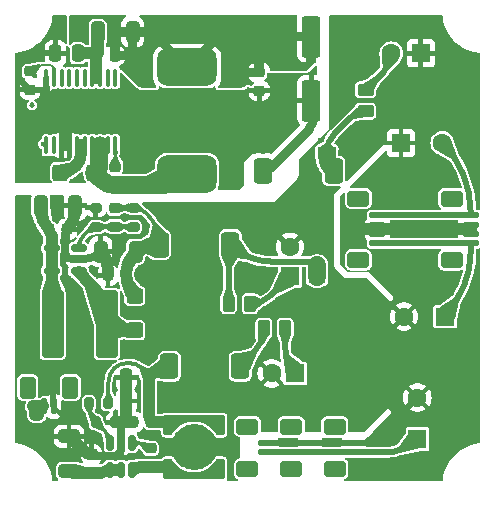
<source format=gbr>
%TF.GenerationSoftware,KiCad,Pcbnew,8.0.3*%
%TF.CreationDate,2024-07-14T14:44:16+02:00*%
%TF.ProjectId,CleanLVSupply,436c6561-6e4c-4565-9375-70706c792e6b,rev?*%
%TF.SameCoordinates,Original*%
%TF.FileFunction,Copper,L1,Top*%
%TF.FilePolarity,Positive*%
%FSLAX46Y46*%
G04 Gerber Fmt 4.6, Leading zero omitted, Abs format (unit mm)*
G04 Created by KiCad (PCBNEW 8.0.3) date 2024-07-14 14:44:16*
%MOMM*%
%LPD*%
G01*
G04 APERTURE LIST*
G04 Aperture macros list*
%AMRoundRect*
0 Rectangle with rounded corners*
0 $1 Rounding radius*
0 $2 $3 $4 $5 $6 $7 $8 $9 X,Y pos of 4 corners*
0 Add a 4 corners polygon primitive as box body*
4,1,4,$2,$3,$4,$5,$6,$7,$8,$9,$2,$3,0*
0 Add four circle primitives for the rounded corners*
1,1,$1+$1,$2,$3*
1,1,$1+$1,$4,$5*
1,1,$1+$1,$6,$7*
1,1,$1+$1,$8,$9*
0 Add four rect primitives between the rounded corners*
20,1,$1+$1,$2,$3,$4,$5,0*
20,1,$1+$1,$4,$5,$6,$7,0*
20,1,$1+$1,$6,$7,$8,$9,0*
20,1,$1+$1,$8,$9,$2,$3,0*%
%AMFreePoly0*
4,1,45,1.289454,2.598348,1.362356,2.568151,1.418152,2.512354,1.448348,2.439452,1.450000,2.399998,1.450000,1.899998,1.322087,1.829913,1.084748,1.660379,0.872545,1.460277,0.689384,1.233290,0.538637,0.983598,0.423079,0.715797,0.344837,0.434817,0.305353,0.145833,0.305353,-0.145837,0.344837,-0.434821,0.423079,-0.715801,0.538637,-0.983602,0.689384,-1.233294,0.872545,-1.460281,
1.084748,-1.660383,1.322087,-1.829917,1.450000,-1.900002,1.450000,-2.400002,1.448080,-2.439402,1.417924,-2.512205,1.362203,-2.567925,1.289400,-2.598080,1.250000,-2.600002,-0.050000,-2.600002,-0.050102,-2.599997,-0.125000,-2.599997,-0.172835,-2.590482,-0.213388,-2.563385,-0.240485,-2.522832,-0.250000,-2.474997,-0.250000,2.474997,-0.240485,2.522832,-0.213388,2.563385,-0.172835,2.590482,
-0.125000,2.599997,-0.050020,2.599997,-0.050000,2.599998,1.250000,2.599998,1.289454,2.598348,1.289454,2.598348,$1*%
G04 Aperture macros list end*
%TA.AperFunction,SMDPad,CuDef*%
%ADD10RoundRect,0.250000X-0.325000X-0.650000X0.325000X-0.650000X0.325000X0.650000X-0.325000X0.650000X0*%
%TD*%
%TA.AperFunction,SMDPad,CuDef*%
%ADD11RoundRect,0.400000X-0.400000X-0.700000X0.400000X-0.700000X0.400000X0.700000X-0.400000X0.700000X0*%
%TD*%
%TA.AperFunction,SMDPad,CuDef*%
%ADD12RoundRect,0.200000X-0.275000X0.200000X-0.275000X-0.200000X0.275000X-0.200000X0.275000X0.200000X0*%
%TD*%
%TA.AperFunction,SMDPad,CuDef*%
%ADD13RoundRect,0.150000X-0.150000X0.512500X-0.150000X-0.512500X0.150000X-0.512500X0.150000X0.512500X0*%
%TD*%
%TA.AperFunction,SMDPad,CuDef*%
%ADD14RoundRect,0.250000X0.250000X0.475000X-0.250000X0.475000X-0.250000X-0.475000X0.250000X-0.475000X0*%
%TD*%
%TA.AperFunction,SMDPad,CuDef*%
%ADD15RoundRect,0.250000X-0.550000X1.500000X-0.550000X-1.500000X0.550000X-1.500000X0.550000X1.500000X0*%
%TD*%
%TA.AperFunction,SMDPad,CuDef*%
%ADD16FreePoly0,90.000000*%
%TD*%
%TA.AperFunction,SMDPad,CuDef*%
%ADD17FreePoly0,270.000000*%
%TD*%
%TA.AperFunction,SMDPad,CuDef*%
%ADD18RoundRect,0.125000X-0.525000X0.125000X-0.525000X-0.125000X0.525000X-0.125000X0.525000X0.125000X0*%
%TD*%
%TA.AperFunction,SMDPad,CuDef*%
%ADD19RoundRect,0.350000X-0.600000X0.350000X-0.600000X-0.350000X0.600000X-0.350000X0.600000X0.350000X0*%
%TD*%
%TA.AperFunction,SMDPad,CuDef*%
%ADD20RoundRect,0.225000X-0.250000X0.225000X-0.250000X-0.225000X0.250000X-0.225000X0.250000X0.225000X0*%
%TD*%
%TA.AperFunction,SMDPad,CuDef*%
%ADD21RoundRect,0.125000X0.125000X0.525000X-0.125000X0.525000X-0.125000X-0.525000X0.125000X-0.525000X0*%
%TD*%
%TA.AperFunction,SMDPad,CuDef*%
%ADD22RoundRect,0.350000X0.350000X0.600000X-0.350000X0.600000X-0.350000X-0.600000X0.350000X-0.600000X0*%
%TD*%
%TA.AperFunction,SMDPad,CuDef*%
%ADD23RoundRect,0.180000X-0.720000X-2.670000X0.720000X-2.670000X0.720000X2.670000X-0.720000X2.670000X0*%
%TD*%
%TA.AperFunction,SMDPad,CuDef*%
%ADD24RoundRect,0.200000X-0.200000X-0.275000X0.200000X-0.275000X0.200000X0.275000X-0.200000X0.275000X0*%
%TD*%
%TA.AperFunction,SMDPad,CuDef*%
%ADD25RoundRect,0.225000X0.225000X0.250000X-0.225000X0.250000X-0.225000X-0.250000X0.225000X-0.250000X0*%
%TD*%
%TA.AperFunction,SMDPad,CuDef*%
%ADD26RoundRect,0.225000X-0.225000X-0.250000X0.225000X-0.250000X0.225000X0.250000X-0.225000X0.250000X0*%
%TD*%
%TA.AperFunction,SMDPad,CuDef*%
%ADD27RoundRect,0.250000X0.325000X0.650000X-0.325000X0.650000X-0.325000X-0.650000X0.325000X-0.650000X0*%
%TD*%
%TA.AperFunction,SMDPad,CuDef*%
%ADD28RoundRect,0.100000X-0.100000X0.637500X-0.100000X-0.637500X0.100000X-0.637500X0.100000X0.637500X0*%
%TD*%
%TA.AperFunction,HeatsinkPad*%
%ADD29R,4.000000X2.850000*%
%TD*%
%TA.AperFunction,SMDPad,CuDef*%
%ADD30RoundRect,0.150000X0.512500X0.150000X-0.512500X0.150000X-0.512500X-0.150000X0.512500X-0.150000X0*%
%TD*%
%TA.AperFunction,SMDPad,CuDef*%
%ADD31RoundRect,0.250000X-0.262500X-0.450000X0.262500X-0.450000X0.262500X0.450000X-0.262500X0.450000X0*%
%TD*%
%TA.AperFunction,SMDPad,CuDef*%
%ADD32RoundRect,0.225000X0.250000X-0.225000X0.250000X0.225000X-0.250000X0.225000X-0.250000X-0.225000X0*%
%TD*%
%TA.AperFunction,ComponentPad*%
%ADD33R,1.600000X1.600000*%
%TD*%
%TA.AperFunction,ComponentPad*%
%ADD34C,1.600000*%
%TD*%
%TA.AperFunction,SMDPad,CuDef*%
%ADD35RoundRect,0.793750X1.706250X-0.793750X1.706250X0.793750X-1.706250X0.793750X-1.706250X-0.793750X0*%
%TD*%
%TA.AperFunction,SMDPad,CuDef*%
%ADD36RoundRect,0.250000X0.400000X0.450000X-0.400000X0.450000X-0.400000X-0.450000X0.400000X-0.450000X0*%
%TD*%
%TA.AperFunction,SMDPad,CuDef*%
%ADD37RoundRect,0.250000X-0.450000X0.262500X-0.450000X-0.262500X0.450000X-0.262500X0.450000X0.262500X0*%
%TD*%
%TA.AperFunction,SMDPad,CuDef*%
%ADD38RoundRect,0.250000X0.650000X-0.325000X0.650000X0.325000X-0.650000X0.325000X-0.650000X-0.325000X0*%
%TD*%
%TA.AperFunction,SMDPad,CuDef*%
%ADD39RoundRect,0.200000X0.200000X0.275000X-0.200000X0.275000X-0.200000X-0.275000X0.200000X-0.275000X0*%
%TD*%
%TA.AperFunction,SMDPad,CuDef*%
%ADD40RoundRect,0.200000X0.275000X-0.200000X0.275000X0.200000X-0.275000X0.200000X-0.275000X-0.200000X0*%
%TD*%
%TA.AperFunction,SMDPad,CuDef*%
%ADD41RoundRect,0.250000X-0.450000X0.400000X-0.450000X-0.400000X0.450000X-0.400000X0.450000X0.400000X0*%
%TD*%
%TA.AperFunction,ViaPad*%
%ADD42C,0.450000*%
%TD*%
%TA.AperFunction,Conductor*%
%ADD43C,1.000000*%
%TD*%
%TA.AperFunction,Conductor*%
%ADD44C,0.500000*%
%TD*%
%TA.AperFunction,Conductor*%
%ADD45C,0.300000*%
%TD*%
%TA.AperFunction,Conductor*%
%ADD46C,0.800000*%
%TD*%
%TA.AperFunction,Conductor*%
%ADD47C,0.200000*%
%TD*%
%TA.AperFunction,Conductor*%
%ADD48C,0.150000*%
%TD*%
%TA.AperFunction,Conductor*%
%ADD49C,1.500000*%
%TD*%
%TA.AperFunction,Conductor*%
%ADD50C,0.650000*%
%TD*%
%TA.AperFunction,Conductor*%
%ADD51C,0.250000*%
%TD*%
G04 APERTURE END LIST*
D10*
%TO.P,C21,1*%
%TO.N,+12V*%
X132487500Y-96400000D03*
%TO.P,C21,2*%
%TO.N,GND*%
X135437500Y-96400000D03*
%TD*%
D11*
%TO.P,L6,1,1*%
%TO.N,/5V Supply/7V_SW*%
X143400000Y-110000000D03*
%TO.P,L6,2,2*%
%TO.N,Net-(U6-EN)*%
X149400000Y-110000000D03*
%TD*%
D12*
%TO.P,R9,1*%
%TO.N,Net-(D2-K)*%
X140362500Y-96575000D03*
%TO.P,R9,2*%
%TO.N,Net-(U3-FB)*%
X140362500Y-98225000D03*
%TD*%
D11*
%TO.P,L4,1,1*%
%TO.N,Net-(D2-K)*%
X142562500Y-99700000D03*
%TO.P,L4,2,2*%
%TO.N,Net-(U4-EN)*%
X148562500Y-99700000D03*
%TD*%
D13*
%TO.P,U5,1,CB*%
%TO.N,Net-(U5-CB)*%
X140250000Y-116497500D03*
%TO.P,U5,2,GND*%
%TO.N,GND*%
X139300000Y-116497500D03*
%TO.P,U5,3,FB*%
%TO.N,Net-(U5-FB)*%
X138350000Y-116497500D03*
%TO.P,U5,4,EN*%
%TO.N,+12V*%
X138350000Y-118772500D03*
%TO.P,U5,5,VIN*%
X139300000Y-118772500D03*
%TO.P,U5,6,SW*%
%TO.N,Net-(U5-SW)*%
X140250000Y-118772500D03*
%TD*%
D14*
%TO.P,C5,1*%
%TO.N,+12V*%
X135650000Y-83500000D03*
%TO.P,C5,2*%
%TO.N,/-15V Supply/-17V_SW*%
X133750000Y-83500000D03*
%TD*%
D15*
%TO.P,C7,1*%
%TO.N,GND*%
X155400000Y-82100000D03*
%TO.P,C7,2*%
%TO.N,/-15V Supply/-17V_SW*%
X155400000Y-87500000D03*
%TD*%
D16*
%TO.P,L5,1,1*%
%TO.N,Net-(U5-SW)*%
X145500000Y-119285000D03*
D17*
%TO.P,L5,2,2*%
%TO.N,/5V Supply/7V_SW*%
X145500000Y-114385000D03*
%TD*%
D18*
%TO.P,J3,1,Pin_1*%
%TO.N,+5V*%
X155300000Y-117300000D03*
%TO.P,J3,2,Pin_2*%
%TO.N,GND*%
X155300000Y-116500000D03*
D19*
%TO.P,J3,M*%
%TO.N,N/C*%
X153700000Y-115100000D03*
X153700000Y-118700000D03*
%TD*%
D20*
%TO.P,C31,1*%
%TO.N,Net-(U5-CB)*%
X141800000Y-116960000D03*
%TO.P,C31,2*%
%TO.N,Net-(U5-SW)*%
X141800000Y-118510000D03*
%TD*%
%TO.P,C2,1*%
%TO.N,Net-(U1-BST)*%
X138800000Y-93125000D03*
%TO.P,C2,2*%
%TO.N,Net-(D1-K)*%
X138800000Y-94675000D03*
%TD*%
D21*
%TO.P,J1,1,Pin_1*%
%TO.N,+12V*%
X132800000Y-113400000D03*
%TO.P,J1,2,Pin_2*%
%TO.N,GND*%
X133600000Y-113400000D03*
D22*
%TO.P,J1,M*%
%TO.N,N/C*%
X135000000Y-111800000D03*
X131400000Y-111800000D03*
%TD*%
D10*
%TO.P,C3,1*%
%TO.N,+12V*%
X137325000Y-81700000D03*
%TO.P,C3,2*%
%TO.N,GND*%
X140275000Y-81700000D03*
%TD*%
D23*
%TO.P,L3,1,1*%
%TO.N,+12V*%
X133500000Y-106400000D03*
%TO.P,L3,2,2*%
%TO.N,Net-(D2-A)*%
X138100000Y-106400000D03*
%TD*%
D24*
%TO.P,R13,1*%
%TO.N,Net-(U5-FB)*%
X137175000Y-114735000D03*
%TO.P,R13,2*%
%TO.N,GND*%
X138825000Y-114735000D03*
%TD*%
D25*
%TO.P,C23,1*%
%TO.N,Net-(D2-K)*%
X139737500Y-102300000D03*
%TO.P,C23,2*%
%TO.N,GND*%
X138187500Y-102300000D03*
%TD*%
D18*
%TO.P,J2,1,Pin_1*%
%TO.N,+5V*%
X159000000Y-117300000D03*
%TO.P,J2,2,Pin_2*%
%TO.N,GND*%
X159000000Y-116500000D03*
D19*
%TO.P,J2,M*%
%TO.N,N/C*%
X157400000Y-115100000D03*
X157400000Y-118700000D03*
%TD*%
D11*
%TO.P,L2,1,1*%
%TO.N,/-15V Supply/-17V_SW*%
X151300000Y-93457500D03*
%TO.P,L2,2,2*%
%TO.N,Net-(U2-EN)*%
X157300000Y-93457500D03*
%TD*%
D18*
%TO.P,J6,1,Pin_1*%
%TO.N,+15V*%
X161000000Y-99600000D03*
%TO.P,J6,2,Pin_2*%
%TO.N,GND*%
X161000000Y-98800000D03*
%TO.P,J6,3,Pin_3*%
X161000000Y-98000000D03*
%TO.P,J6,4,Pin_4*%
%TO.N,-15V*%
X161000000Y-97200000D03*
D19*
%TO.P,J6,M*%
%TO.N,N/C*%
X159400000Y-95800000D03*
X159400000Y-101000000D03*
%TD*%
D26*
%TO.P,C4,1*%
%TO.N,+12V*%
X137225000Y-83700000D03*
%TO.P,C4,2*%
%TO.N,GND*%
X138775000Y-83700000D03*
%TD*%
D27*
%TO.P,C24,1*%
%TO.N,Net-(D2-K)*%
X140537500Y-100300000D03*
%TO.P,C24,2*%
%TO.N,GND*%
X137587500Y-100300000D03*
%TD*%
D20*
%TO.P,C6,1*%
%TO.N,GND*%
X151000000Y-85125000D03*
%TO.P,C6,2*%
%TO.N,/-15V Supply/-17V_SW*%
X151000000Y-86675000D03*
%TD*%
D28*
%TO.P,U1,1,VCC*%
%TO.N,Net-(U1-VCC)*%
X138825000Y-85575000D03*
%TO.P,U1,2,SD*%
%TO.N,unconnected-(U1-SD-Pad2)*%
X138175000Y-85575000D03*
%TO.P,U1,3,VIN*%
%TO.N,+12V*%
X137525000Y-85575000D03*
%TO.P,U1,4,VIN*%
X136875000Y-85575000D03*
%TO.P,U1,5,SYNC*%
%TO.N,unconnected-(U1-SYNC-Pad5)*%
X136225000Y-85575000D03*
%TO.P,U1,6,COMP*%
%TO.N,Net-(U1-COMP)*%
X135575000Y-85575000D03*
%TO.P,U1,7,FB*%
%TO.N,Net-(U1-FB)*%
X134925000Y-85575000D03*
%TO.P,U1,8,RT*%
%TO.N,Net-(U1-RT)*%
X134275000Y-85575000D03*
%TO.P,U1,9,RAMP*%
%TO.N,Net-(U1-RAMP)*%
X133625000Y-85575000D03*
%TO.P,U1,10,AGND*%
%TO.N,/-15V Supply/-17V_SW*%
X132975000Y-85575000D03*
%TO.P,U1,11,SS*%
%TO.N,Net-(U1-SS)*%
X132975000Y-91300000D03*
%TO.P,U1,12,OUT*%
%TO.N,GND*%
X133625000Y-91300000D03*
%TO.P,U1,13,PGND*%
%TO.N,/-15V Supply/-17V_SW*%
X134275000Y-91300000D03*
%TO.P,U1,14,PGND*%
X134925000Y-91300000D03*
%TO.P,U1,15,IS*%
%TO.N,Net-(D1-A)*%
X135575000Y-91300000D03*
%TO.P,U1,16,IS*%
X136225000Y-91300000D03*
%TO.P,U1,17,SW*%
%TO.N,Net-(D1-K)*%
X136875000Y-91300000D03*
%TO.P,U1,18,SW*%
X137525000Y-91300000D03*
%TO.P,U1,19,PRE*%
X138175000Y-91300000D03*
%TO.P,U1,20,BST*%
%TO.N,Net-(U1-BST)*%
X138825000Y-91300000D03*
D29*
%TO.P,U1,21,EP*%
%TO.N,/-15V Supply/-17V_SW*%
X135900000Y-88437500D03*
%TD*%
D30*
%TO.P,U3,1,SW*%
%TO.N,Net-(D2-A)*%
X135700000Y-101900000D03*
%TO.P,U3,2,GND*%
%TO.N,GND*%
X135700000Y-100950000D03*
%TO.P,U3,3,FB*%
%TO.N,Net-(U3-FB)*%
X135700000Y-100000000D03*
%TO.P,U3,4,EN*%
%TO.N,+12V*%
X133425000Y-100000000D03*
%TO.P,U3,5,VIN*%
X133425000Y-101900000D03*
%TD*%
D31*
%TO.P,R14,1*%
%TO.N,Net-(U6-EN)*%
X151387500Y-106800000D03*
%TO.P,R14,2*%
%TO.N,Net-(C41-Pad1)*%
X153212500Y-106800000D03*
%TD*%
D32*
%TO.P,C33,1*%
%TO.N,+12V*%
X136800000Y-119010000D03*
%TO.P,C33,2*%
%TO.N,GND*%
X136800000Y-117460000D03*
%TD*%
D33*
%TO.P,C18,1*%
%TO.N,GND*%
X163000000Y-91100000D03*
D34*
%TO.P,C18,2*%
%TO.N,-15V*%
X166500000Y-91100000D03*
%TD*%
D18*
%TO.P,J5,1,Pin_1*%
%TO.N,+15V*%
X168900000Y-99600000D03*
%TO.P,J5,2,Pin_2*%
%TO.N,GND*%
X168900000Y-98800000D03*
%TO.P,J5,3,Pin_3*%
X168900000Y-98000000D03*
%TO.P,J5,4,Pin_4*%
%TO.N,-15V*%
X168900000Y-97200000D03*
D19*
%TO.P,J5,M*%
%TO.N,N/C*%
X167300000Y-95800000D03*
X167300000Y-101000000D03*
%TD*%
D35*
%TO.P,L1,1,1*%
%TO.N,Net-(D1-K)*%
X144900000Y-93708500D03*
%TO.P,L1,2,2*%
%TO.N,GND*%
X144900000Y-84691500D03*
%TD*%
D36*
%TO.P,D1,1,K*%
%TO.N,Net-(D1-K)*%
X137050000Y-93600000D03*
%TO.P,D1,2,A*%
%TO.N,Net-(D1-A)*%
X134150000Y-93600000D03*
%TD*%
D37*
%TO.P,R7,1*%
%TO.N,Net-(C14-Pad2)*%
X160000000Y-86587500D03*
%TO.P,R7,2*%
%TO.N,Net-(U2-EN)*%
X160000000Y-88412500D03*
%TD*%
D25*
%TO.P,C34,1*%
%TO.N,/5V Supply/7V_SW*%
X141875000Y-114735000D03*
%TO.P,C34,2*%
%TO.N,GND*%
X140325000Y-114735000D03*
%TD*%
D38*
%TO.P,C32,1*%
%TO.N,+12V*%
X134900000Y-118875000D03*
%TO.P,C32,2*%
%TO.N,GND*%
X134900000Y-115925000D03*
%TD*%
D39*
%TO.P,R12,1*%
%TO.N,/5V Supply/7V_SW*%
X138225000Y-113135000D03*
%TO.P,R12,2*%
%TO.N,Net-(U5-FB)*%
X136575000Y-113135000D03*
%TD*%
D14*
%TO.P,C36,1*%
%TO.N,/5V Supply/7V_SW*%
X141650000Y-110935000D03*
%TO.P,C36,2*%
%TO.N,GND*%
X139750000Y-110935000D03*
%TD*%
D40*
%TO.P,R11,1*%
%TO.N,Net-(U3-FB)*%
X137162500Y-98225000D03*
%TO.P,R11,2*%
%TO.N,GND*%
X137162500Y-96575000D03*
%TD*%
D14*
%TO.P,C35,1*%
%TO.N,/5V Supply/7V_SW*%
X141650000Y-112935000D03*
%TO.P,C35,2*%
%TO.N,GND*%
X139750000Y-112935000D03*
%TD*%
D33*
%TO.P,C40,1*%
%TO.N,+5V*%
X164400000Y-116152651D03*
D34*
%TO.P,C40,2*%
%TO.N,GND*%
X164400000Y-112652651D03*
%TD*%
D33*
%TO.P,C41,1*%
%TO.N,Net-(C41-Pad1)*%
X154055113Y-110600000D03*
D34*
%TO.P,C41,2*%
%TO.N,GND*%
X152055113Y-110600000D03*
%TD*%
D41*
%TO.P,D2,1,K*%
%TO.N,Net-(D2-K)*%
X140462500Y-104050000D03*
%TO.P,D2,2,A*%
%TO.N,Net-(D2-A)*%
X140462500Y-106950000D03*
%TD*%
D33*
%TO.P,C14,1*%
%TO.N,GND*%
X164682380Y-83500000D03*
D34*
%TO.P,C14,2*%
%TO.N,Net-(C14-Pad2)*%
X162182380Y-83500000D03*
%TD*%
D26*
%TO.P,C22,1*%
%TO.N,+12V*%
X133187500Y-98400000D03*
%TO.P,C22,2*%
%TO.N,GND*%
X134737500Y-98400000D03*
%TD*%
D33*
%TO.P,C29,1*%
%TO.N,Net-(C29-Pad1)*%
X153600000Y-102382380D03*
D34*
%TO.P,C29,2*%
%TO.N,GND*%
X153600000Y-99882380D03*
%TD*%
D33*
%TO.P,C28,1*%
%TO.N,+15V*%
X166752651Y-105800000D03*
D34*
%TO.P,C28,2*%
%TO.N,GND*%
X163252651Y-105800000D03*
%TD*%
D20*
%TO.P,C10,1*%
%TO.N,Net-(U1-RAMP)*%
X131600000Y-85025000D03*
%TO.P,C10,2*%
%TO.N,/-15V Supply/-17V_SW*%
X131600000Y-86575000D03*
%TD*%
D31*
%TO.P,R10,1*%
%TO.N,Net-(U4-EN)*%
X148400000Y-104700000D03*
%TO.P,R10,2*%
%TO.N,Net-(C29-Pad1)*%
X150225000Y-104700000D03*
%TD*%
D18*
%TO.P,J4,1,Pin_1*%
%TO.N,+5V*%
X151600000Y-117300000D03*
%TO.P,J4,2,Pin_2*%
%TO.N,GND*%
X151600000Y-116500000D03*
D19*
%TO.P,J4,M*%
%TO.N,N/C*%
X150000000Y-115100000D03*
X150000000Y-118700000D03*
%TD*%
D20*
%TO.P,C20,1*%
%TO.N,Net-(D2-K)*%
X138762500Y-96625000D03*
%TO.P,C20,2*%
%TO.N,Net-(U3-FB)*%
X138762500Y-98175000D03*
%TD*%
D42*
%TO.N,/-15V Supply/-17V_SW*%
X151000000Y-86700000D03*
X153720000Y-88080000D03*
X151470000Y-87940000D03*
X137600000Y-88400000D03*
X153760000Y-86100000D03*
X136500000Y-87300000D03*
X135680000Y-94100000D03*
X134200000Y-89500000D03*
X155400000Y-87600000D03*
X131770000Y-86560000D03*
X132700000Y-89600000D03*
X155400000Y-88600000D03*
X136500000Y-88400000D03*
X135300000Y-87300000D03*
X136500000Y-89500000D03*
X134250000Y-87380000D03*
X153740000Y-89230000D03*
X135300000Y-89500000D03*
X133710000Y-83860000D03*
X138800000Y-87100000D03*
X155400000Y-86600000D03*
X137600000Y-89500000D03*
X135300000Y-88400000D03*
X153710000Y-87120000D03*
X134200000Y-88400000D03*
X149600000Y-87080000D03*
X134600000Y-91200000D03*
X137600000Y-87300000D03*
%TO.N,Net-(U1-VCC)*%
X138800000Y-85525000D03*
%TO.N,Net-(U1-RAMP)*%
X132000000Y-85400000D03*
%TO.N,Net-(U1-SS)*%
X132700000Y-91175000D03*
%TO.N,Net-(U1-COMP)*%
X135600000Y-85400000D03*
%TO.N,Net-(U1-FB)*%
X134900000Y-85800000D03*
%TO.N,Net-(U2-EN)*%
X157300000Y-91600000D03*
X156120000Y-92259003D03*
X156120000Y-91630000D03*
X156700000Y-91925000D03*
X157280000Y-92230000D03*
%TO.N,Net-(U1-RT)*%
X134300000Y-85400000D03*
%TO.N,Net-(U4-EN)*%
X155900000Y-102500000D03*
X156400000Y-102200000D03*
X155400000Y-102800000D03*
X155400000Y-102200000D03*
X156400000Y-102800000D03*
%TO.N,Net-(U6-EN)*%
X149800000Y-110600000D03*
X149000000Y-110600000D03*
X149000000Y-109400000D03*
X149800000Y-109400000D03*
X149400000Y-110000000D03*
%TO.N,GND*%
X132800000Y-111300000D03*
X140300000Y-114700000D03*
X146000000Y-85400000D03*
X132800000Y-112120000D03*
X160000000Y-105300000D03*
X133600000Y-91000000D03*
X163200000Y-88900000D03*
X147500000Y-81700000D03*
X143700000Y-85400000D03*
X152300000Y-81600000D03*
X134400000Y-115900000D03*
X147300000Y-110060000D03*
X139700000Y-110500000D03*
X135770000Y-108040000D03*
X156020000Y-115400000D03*
X160400000Y-114500000D03*
X137600000Y-100700000D03*
X146670000Y-99550000D03*
X143480000Y-116880000D03*
X156130000Y-90830000D03*
X158800000Y-107700000D03*
X137920000Y-114030000D03*
X159600000Y-90000000D03*
X160800000Y-90000000D03*
X156000000Y-114700000D03*
X155090000Y-94140000D03*
X157600000Y-105300000D03*
X144690000Y-97570000D03*
X155540000Y-115050000D03*
X160000000Y-106500000D03*
X160800000Y-89400000D03*
X159600000Y-89400000D03*
X156700000Y-95000000D03*
X132160000Y-102880000D03*
X140300000Y-81700000D03*
X153210000Y-96200000D03*
X155100000Y-104790000D03*
X155400000Y-81300000D03*
X155080000Y-114690000D03*
X151000000Y-85125000D03*
X141300000Y-85000000D03*
X139800000Y-83700000D03*
X139300000Y-116500000D03*
X148800000Y-84600000D03*
X135400000Y-96800000D03*
X135580000Y-104390000D03*
X131760000Y-87900000D03*
X153000000Y-83500000D03*
X139700000Y-112600000D03*
X146000000Y-84100000D03*
X157300000Y-84450000D03*
X133580000Y-112110000D03*
X145140000Y-102320000D03*
X155400000Y-83000000D03*
X138900000Y-113900000D03*
X160200000Y-89700000D03*
X142600000Y-81700000D03*
X137250000Y-110600000D03*
X146750000Y-112850000D03*
X139700000Y-113300000D03*
X160000000Y-107700000D03*
X137400000Y-113300000D03*
X138200000Y-102300000D03*
X143700000Y-84100000D03*
X158800000Y-105300000D03*
X146170000Y-105070000D03*
X157600000Y-106500000D03*
X135400000Y-96000000D03*
X145400000Y-116000000D03*
X141410000Y-98310000D03*
X134700000Y-98400000D03*
X158820000Y-80980000D03*
X133600000Y-91600000D03*
X137600000Y-99900000D03*
X157600000Y-107700000D03*
X133570000Y-111300000D03*
X146910000Y-117030000D03*
X145000000Y-81700000D03*
X160800000Y-112700000D03*
X150630000Y-112560000D03*
X136800000Y-117500000D03*
X158800000Y-106500000D03*
X139700000Y-111300000D03*
X146050000Y-107600000D03*
X155080000Y-115410000D03*
X135300000Y-115900000D03*
X135700000Y-101000000D03*
%TO.N,+12V*%
X134300000Y-118600000D03*
X137100000Y-81200000D03*
X137500000Y-82800000D03*
X134800000Y-119200000D03*
X137100000Y-82200000D03*
X132800000Y-96300000D03*
X132200000Y-96700000D03*
X137600000Y-81700000D03*
X131780000Y-113200000D03*
X132800000Y-97200000D03*
X132324898Y-113446592D03*
X135300000Y-118600000D03*
X132830000Y-113130000D03*
X132830000Y-113790000D03*
X132200000Y-95800000D03*
X132300000Y-114100000D03*
X135800000Y-119200000D03*
X131803942Y-113786743D03*
%TD*%
D43*
%TO.N,/-15V Supply/-17V_SW*%
X134600000Y-90000000D02*
X134602468Y-89916893D01*
D44*
X131600000Y-86575000D02*
X132814007Y-86575000D01*
X132165685Y-83500000D02*
X133750000Y-83500000D01*
D45*
X134600000Y-91300000D02*
X134275000Y-91300000D01*
D43*
X134600000Y-91200000D02*
X134600000Y-90000000D01*
X134600000Y-91300000D02*
X134600000Y-91200000D01*
D44*
X132975000Y-85575000D02*
X132975000Y-86232538D01*
D46*
X155200000Y-89900000D02*
X151884684Y-93215316D01*
D44*
X130600000Y-85200000D02*
X130600000Y-84824264D01*
D45*
X134925000Y-91300000D02*
X134600000Y-91300000D01*
D46*
X155600000Y-87982842D02*
X155600000Y-88934315D01*
D43*
X135040422Y-88859577D02*
X135100000Y-88800000D01*
D44*
X135763325Y-88437500D02*
X135900000Y-88437500D01*
X130900000Y-84100000D02*
X131029289Y-83970711D01*
X131600000Y-86575000D02*
X130865165Y-85840165D01*
D43*
X135153139Y-88746860D02*
X135040422Y-88859577D01*
D46*
X155400000Y-87500000D02*
G75*
G02*
X155599982Y-87982842I-482800J-482800D01*
G01*
D44*
X132975000Y-86232538D02*
G75*
G03*
X133500011Y-87499989I1792500J38D01*
G01*
X130600000Y-84824264D02*
G75*
G02*
X130900011Y-84100011I1024300J-36D01*
G01*
D46*
X151884684Y-93215316D02*
G75*
G02*
X151300000Y-93457491I-584684J584716D01*
G01*
D44*
X133500000Y-87500000D02*
G75*
G03*
X135299996Y-88400028I2236900J2223700D01*
G01*
X130865165Y-85840165D02*
G75*
G02*
X130599991Y-85200000I640135J640165D01*
G01*
D46*
X155600000Y-88934315D02*
G75*
G02*
X155199996Y-89899996I-1365700J15D01*
G01*
D44*
X131029289Y-83970711D02*
G75*
G02*
X132165685Y-83499988I1136411J-1136389D01*
G01*
D43*
X134602468Y-89916893D02*
G75*
G02*
X135040434Y-88859589I1495232J-7D01*
G01*
X135900000Y-88437500D02*
G75*
G02*
X136500000Y-88400003I535400J-3748000D01*
G01*
D44*
X132814007Y-86575000D02*
G75*
G03*
X132995077Y-86500004I-7J256100D01*
G01*
X135300000Y-88400000D02*
G75*
G03*
X135763325Y-88437505I507000J3382700D01*
G01*
D43*
X136500000Y-88400000D02*
G75*
G03*
X135153157Y-88746880I-333800J-1492100D01*
G01*
D47*
%TO.N,Net-(U1-VCC)*%
X138825000Y-85575000D02*
X138817678Y-85567678D01*
X138817678Y-85567678D02*
G75*
G02*
X138800013Y-85525000I42722J42678D01*
G01*
%TO.N,Net-(U1-RAMP)*%
X133625000Y-84850238D02*
X133625000Y-85575000D01*
X132700000Y-84500000D02*
X133258579Y-84500000D01*
D48*
X131786611Y-85211611D02*
X131957322Y-85382322D01*
X131600000Y-85025000D02*
X131718414Y-84906586D01*
X131600000Y-85025000D02*
X131786611Y-85211611D01*
D47*
X133500000Y-84600000D02*
X133538269Y-84640851D01*
D48*
X131957322Y-85382322D02*
G75*
G03*
X132000000Y-85399987I42678J42722D01*
G01*
D47*
X133258579Y-84500000D02*
G75*
G02*
X133500006Y-84599994I21J-341400D01*
G01*
X131718414Y-84906586D02*
G75*
G02*
X132700000Y-84500008I981586J-981614D01*
G01*
X133538269Y-84640851D02*
G75*
G02*
X133624978Y-84850238I-209369J-209349D01*
G01*
%TO.N,Net-(U1-SS)*%
X132975000Y-91300000D02*
X132903563Y-91297009D01*
X132764341Y-91239342D02*
X132700000Y-91175000D01*
X132903563Y-91297009D02*
G75*
G02*
X132764356Y-91239327I37J196909D01*
G01*
D49*
%TO.N,Net-(D1-K)*%
X137403983Y-93242665D02*
X137403983Y-92300000D01*
X137403983Y-92300000D02*
X137405755Y-92298228D01*
X142566663Y-94675000D02*
X138800000Y-94675000D01*
X137138443Y-93508205D02*
X137403983Y-93242665D01*
D45*
X138175000Y-91300000D02*
X137525000Y-91300000D01*
D49*
X137405755Y-92298228D02*
X137405755Y-91537998D01*
X137647703Y-94197703D02*
X137050000Y-93600000D01*
X137050000Y-93600000D02*
X137138443Y-93508205D01*
D45*
X137525000Y-91300000D02*
X136875000Y-91300000D01*
D49*
X137405755Y-91537998D02*
G75*
G02*
X137524985Y-91299985I425745J-64402D01*
G01*
X138800000Y-94675000D02*
G75*
G02*
X137647702Y-94197704I0J1629600D01*
G01*
X144900000Y-93708500D02*
G75*
G02*
X142566663Y-94674985I-2333300J2333300D01*
G01*
D47*
%TO.N,Net-(U1-BST)*%
X138825000Y-91300000D02*
X138825000Y-93064645D01*
X138825000Y-93064645D02*
G75*
G02*
X138799987Y-93124987I-85400J45D01*
G01*
%TO.N,Net-(U1-COMP)*%
X135575000Y-85575000D02*
X135586312Y-85562530D01*
X135600000Y-85529485D02*
X135600000Y-85400000D01*
X135586312Y-85562530D02*
G75*
G03*
X135599999Y-85529485I-33012J33030D01*
G01*
%TO.N,Net-(U1-FB)*%
X134900000Y-85620515D02*
X134900000Y-85800000D01*
X134925000Y-85575000D02*
X134913688Y-85587470D01*
X134913688Y-85587470D02*
G75*
G03*
X134900001Y-85620515I33012J-33030D01*
G01*
D44*
%TO.N,Net-(U2-EN)*%
X158430000Y-89260000D02*
X157361145Y-90328855D01*
X158766616Y-88923385D02*
X158430000Y-89260000D01*
D49*
X156700000Y-92008972D02*
X156700000Y-91925000D01*
D44*
X159872908Y-88412500D02*
X160000000Y-88412500D01*
X160000000Y-88412500D02*
G75*
G03*
X158766609Y-88923378I0J-1744300D01*
G01*
X157361145Y-90328855D02*
G75*
G03*
X156700003Y-91925000I1596155J-1596145D01*
G01*
D49*
X157300000Y-93457500D02*
G75*
G02*
X156700012Y-92008972I1448500J1448500D01*
G01*
D44*
%TO.N,Net-(C14-Pad2)*%
X160000000Y-86587500D02*
X161542363Y-85045137D01*
X161542363Y-85045137D02*
G75*
G03*
X162182372Y-83500000I-1545163J1545137D01*
G01*
D43*
%TO.N,Net-(D1-A)*%
X135900000Y-92034315D02*
X135900000Y-91300000D01*
D45*
X135900000Y-91300000D02*
X135575000Y-91300000D01*
X136225000Y-91300000D02*
X135900000Y-91300000D01*
D43*
X135430330Y-93069670D02*
X135500000Y-93000000D01*
X135500000Y-93000000D02*
G75*
G03*
X135900006Y-92034315I-965700J965700D01*
G01*
X134150000Y-93600000D02*
G75*
G03*
X135430338Y-93069678I0J1810700D01*
G01*
D47*
%TO.N,Net-(U1-RT)*%
X134275000Y-85575000D02*
X134286312Y-85562530D01*
X134300000Y-85529485D02*
X134300000Y-85400000D01*
X134286312Y-85562530D02*
G75*
G03*
X134299999Y-85529485I-33012J33030D01*
G01*
D45*
%TO.N,Net-(D2-K)*%
X142562500Y-99578828D02*
X142562500Y-99700000D01*
D43*
X142562500Y-99700000D02*
X141986028Y-99700000D01*
X140405026Y-100432473D02*
X140537500Y-100300000D01*
X140462500Y-104050000D02*
X140462285Y-104049785D01*
X139737500Y-102300000D02*
X139737500Y-102044025D01*
D45*
X138883210Y-96575000D02*
X140362500Y-96575000D01*
X141373961Y-96993961D02*
X141575147Y-97195147D01*
D43*
X140462285Y-104049785D02*
G75*
G02*
X139737509Y-102300000I1749815J1749785D01*
G01*
X141986028Y-99700000D02*
G75*
G03*
X140537492Y-100299992I-28J-2048500D01*
G01*
D45*
X141575147Y-97195147D02*
G75*
G02*
X142562490Y-99578828I-2383647J-2383653D01*
G01*
D43*
X139737500Y-102044025D02*
G75*
G02*
X140405009Y-100432456I2279100J25D01*
G01*
D45*
X138762500Y-96625000D02*
G75*
G02*
X138883210Y-96575004I120700J-120700D01*
G01*
X140362500Y-96575000D02*
G75*
G02*
X141373957Y-96993965I0J-1430400D01*
G01*
%TO.N,Net-(U3-FB)*%
X136230000Y-98820000D02*
X136586351Y-98463649D01*
X140241790Y-98175000D02*
X138762500Y-98175000D01*
X137283210Y-98175000D02*
X138762500Y-98175000D01*
X136159619Y-98890380D02*
X136230000Y-98820000D01*
X135700000Y-100000000D02*
G75*
G02*
X136159628Y-98890389I1569200J0D01*
G01*
X140362500Y-98225000D02*
G75*
G03*
X140241790Y-98175004I-120700J-120700D01*
G01*
X136586351Y-98463649D02*
G75*
G02*
X137162500Y-98225001I576149J-576151D01*
G01*
X137162500Y-98225000D02*
G75*
G02*
X137283210Y-98175004I120700J-120700D01*
G01*
D44*
%TO.N,Net-(U4-EN)*%
X148400000Y-104700000D02*
X148400000Y-100092309D01*
X152014825Y-101130000D02*
X153950000Y-101130000D01*
X153950000Y-101130000D02*
X155113310Y-101130000D01*
D49*
X155910000Y-101460000D02*
X155910000Y-102440000D01*
D44*
X148400000Y-100092309D02*
G75*
G02*
X148562497Y-99699997I554800J9D01*
G01*
X148562500Y-99700000D02*
G75*
G03*
X152014825Y-101129989I3452300J3452300D01*
G01*
X155113310Y-101130000D02*
G75*
G02*
X155909997Y-101460003I-10J-1126700D01*
G01*
D50*
%TO.N,Net-(U5-SW)*%
X140250000Y-118772500D02*
X140373965Y-118772500D01*
D43*
X141800000Y-118510000D02*
X141007695Y-118510000D01*
D51*
X145500000Y-119285000D02*
X145011015Y-119285000D01*
D43*
X141800000Y-118510000D02*
X143140000Y-118510000D01*
D50*
X140373965Y-118772500D02*
X140380000Y-118770000D01*
D43*
X141007695Y-118510000D02*
G75*
G03*
X140380001Y-118770001I5J-887700D01*
G01*
D51*
X145011015Y-119285000D02*
G75*
G02*
X143139995Y-118510005I-15J2646000D01*
G01*
D45*
%TO.N,Net-(U5-CB)*%
X140683427Y-116497500D02*
X140250000Y-116497500D01*
X141800000Y-116960000D02*
G75*
G03*
X140683427Y-116497489I-1116600J-1116600D01*
G01*
D51*
%TO.N,/5V Supply/7V_SW*%
X145500000Y-114385000D02*
X143882903Y-114385000D01*
D43*
X141875000Y-114735000D02*
X143037929Y-114735000D01*
D45*
X140950000Y-110100000D02*
X141554540Y-110704540D01*
D43*
X143037929Y-114735000D02*
X143050000Y-114730000D01*
X141650000Y-110935000D02*
X141650000Y-112935000D01*
X142008708Y-110576292D02*
X141650000Y-110935000D01*
X141650000Y-112935000D02*
X141650000Y-114191802D01*
D45*
X138225000Y-113135000D02*
X138225000Y-111393319D01*
X139705685Y-109750000D02*
X140105026Y-109750000D01*
D51*
X143882903Y-114385000D02*
G75*
G03*
X143049999Y-114729999I-3J-1177900D01*
G01*
D45*
X141554540Y-110704540D02*
G75*
G02*
X141650006Y-110935000I-230440J-230460D01*
G01*
X138225000Y-111393319D02*
G75*
G02*
X138739994Y-110149994I1758300J19D01*
G01*
X138740000Y-110150000D02*
G75*
G02*
X139705685Y-109749994I965700J-965700D01*
G01*
X140105026Y-109750000D02*
G75*
G02*
X140949993Y-110100007I-26J-1195000D01*
G01*
D43*
X141650000Y-114191802D02*
G75*
G03*
X141875001Y-114734999I768200J2D01*
G01*
X143400000Y-110000000D02*
G75*
G03*
X142008705Y-110576289I0J-1967600D01*
G01*
D44*
%TO.N,Net-(U6-EN)*%
X150530133Y-108869867D02*
X149400000Y-110000000D01*
X151387500Y-106800000D02*
G75*
G02*
X150530126Y-108869860I-2927200J0D01*
G01*
D50*
%TO.N,Net-(D2-A)*%
X135700000Y-101900000D02*
X135700000Y-102040000D01*
D43*
X135700000Y-102040000D02*
X136714070Y-103054070D01*
X140462500Y-106950000D02*
X138964142Y-106950000D01*
X138100000Y-106400000D02*
X138427868Y-106727868D01*
X136714070Y-103054070D02*
G75*
G02*
X138099988Y-106400000I-3345970J-3345930D01*
G01*
X138427868Y-106727868D02*
G75*
G03*
X138940000Y-106939989I512132J512168D01*
G01*
X138964142Y-106950000D02*
G75*
G02*
X138939988Y-106940012I-42J34100D01*
G01*
D45*
%TO.N,Net-(U5-FB)*%
X137175000Y-114735000D02*
X137934574Y-115494574D01*
X136575000Y-113135000D02*
X136575000Y-113286472D01*
X137934574Y-115494574D02*
G75*
G02*
X138349985Y-116497500I-1002974J-1002926D01*
G01*
X136575000Y-113286472D02*
G75*
G03*
X137174992Y-114735008I2048500J-28D01*
G01*
D50*
%TO.N,GND*%
X139300000Y-115030000D02*
X139520754Y-114809246D01*
X134560000Y-100410003D02*
X134560000Y-99594142D01*
D44*
X161000000Y-98000000D02*
X161000000Y-98400000D01*
D50*
X138540000Y-117630000D02*
X137210416Y-117630000D01*
D43*
X161000000Y-98400000D02*
X159420000Y-98400000D01*
D50*
X139220000Y-117310000D02*
X139154559Y-117375441D01*
X134740000Y-100760000D02*
X134637782Y-100657782D01*
X135700000Y-100950000D02*
X135198700Y-100950000D01*
D44*
X151600000Y-116500000D02*
X155300000Y-116500000D01*
X161000000Y-98400000D02*
X161000000Y-98800000D01*
X133580000Y-113351716D02*
X133580000Y-112110000D01*
D43*
X135437500Y-96400000D02*
X135437500Y-96710051D01*
X138187500Y-102300000D02*
X138187500Y-101748528D01*
X139700000Y-114735000D02*
X138825000Y-114735000D01*
D44*
X155300000Y-116500000D02*
X159000000Y-116500000D01*
D43*
X134900000Y-115925000D02*
X136176905Y-117201905D01*
X168900000Y-98400000D02*
X161000000Y-98400000D01*
D44*
X159000000Y-116500000D02*
X159880000Y-116500000D01*
D43*
X139750000Y-112935000D02*
X139750000Y-114614290D01*
D44*
X161028287Y-116024364D02*
X164400000Y-112652651D01*
X168900000Y-98000000D02*
X168900000Y-98400000D01*
D50*
X135700000Y-100950000D02*
X136018262Y-100950000D01*
D43*
X139750000Y-110935000D02*
X139750000Y-112935000D01*
D50*
X134560000Y-99594142D02*
X134560000Y-98828522D01*
D43*
X140325000Y-114735000D02*
X139700000Y-114735000D01*
D44*
X168900000Y-98400000D02*
X168900000Y-98800000D01*
D50*
X139300000Y-116497500D02*
X139300000Y-115030000D01*
X134637782Y-100657782D02*
X134634983Y-100591027D01*
X139300000Y-116497500D02*
X139300000Y-117116863D01*
D43*
X135437500Y-96710051D02*
G75*
G02*
X134737514Y-98400014I-2389900J-49D01*
G01*
D50*
X137210416Y-117630000D02*
G75*
G02*
X136799995Y-117460005I-16J580400D01*
G01*
D44*
X159880000Y-116500000D02*
G75*
G03*
X161028282Y-116024359I0J1623900D01*
G01*
D50*
X134560000Y-98828522D02*
G75*
G02*
X134737493Y-98399993I606000J22D01*
G01*
D43*
X138187500Y-101748528D02*
G75*
G03*
X137587508Y-100299992I-2048500J28D01*
G01*
D50*
X139520754Y-114809246D02*
G75*
G02*
X139700000Y-114735002I179246J-179254D01*
G01*
D43*
X136176905Y-117201905D02*
G75*
G03*
X136800000Y-117459996I623095J623105D01*
G01*
X139750000Y-114614290D02*
G75*
G02*
X139700003Y-114735003I-170700J-10D01*
G01*
D50*
X139154559Y-117375441D02*
G75*
G02*
X138540000Y-117630005I-614559J614541D01*
G01*
X139300000Y-117116863D02*
G75*
G02*
X139220011Y-117310011I-273100J-37D01*
G01*
D44*
X133600000Y-113400000D02*
G75*
G02*
X133579993Y-113351716I48300J48300D01*
G01*
D50*
X134634983Y-100591027D02*
G75*
G02*
X134559996Y-100410003I181017J181027D01*
G01*
X135198700Y-100950000D02*
G75*
G02*
X134740000Y-100760000I0J648700D01*
G01*
X136018262Y-100950000D02*
G75*
G03*
X137587511Y-100300011I38J2219200D01*
G01*
D43*
%TO.N,+12V*%
X137200000Y-85575000D02*
X137200000Y-83760355D01*
X133425000Y-100000000D02*
X133425000Y-101900000D01*
X133425000Y-100000000D02*
X133425000Y-98973375D01*
D45*
X137200000Y-85575000D02*
X136875000Y-85575000D01*
D43*
X138196035Y-118772500D02*
X138190000Y-118770000D01*
X135650000Y-83500000D02*
X136742158Y-83500000D01*
X132680000Y-113400000D02*
X131870000Y-113400000D01*
X132040000Y-114100000D02*
X132040000Y-113490000D01*
D50*
X132800000Y-113400000D02*
X132680000Y-113400000D01*
D43*
X132487500Y-96400000D02*
X132487500Y-96710051D01*
D50*
X139156035Y-118772500D02*
X139150000Y-118770000D01*
D43*
X138350000Y-118772500D02*
X138196035Y-118772500D01*
X138350000Y-118772500D02*
X139143965Y-118772500D01*
X135225918Y-119010000D02*
X136800000Y-119010000D01*
D50*
X139300000Y-118772500D02*
X139156035Y-118772500D01*
D43*
X139143965Y-118772500D02*
X139150000Y-118770000D01*
D45*
X137525000Y-85575000D02*
X137200000Y-85575000D01*
D43*
X137325000Y-81700000D02*
X137325000Y-83458579D01*
X136800000Y-119010000D02*
X137610589Y-119010000D01*
X132300000Y-114100000D02*
X132040000Y-114100000D01*
X133425000Y-101900000D02*
X133425000Y-106218934D01*
X133425000Y-106218934D02*
G75*
G03*
X133500010Y-106399990I256100J34D01*
G01*
X133425000Y-98973375D02*
G75*
G03*
X133187493Y-98400007I-810900J-25D01*
G01*
X137325000Y-83458579D02*
G75*
G02*
X137225006Y-83700006I-341400J-21D01*
G01*
X134900000Y-118875000D02*
G75*
G03*
X135225918Y-119009992I325900J325900D01*
G01*
X136742158Y-83500000D02*
G75*
G02*
X137225013Y-83699987I42J-682800D01*
G01*
X137610589Y-119010000D02*
G75*
G03*
X138190003Y-118770003I11J819400D01*
G01*
X132487500Y-96710051D02*
G75*
G03*
X133187515Y-98399985I2390000J51D01*
G01*
X137200000Y-83760355D02*
G75*
G02*
X137225013Y-83700013I85400J-45D01*
G01*
D44*
%TO.N,-15V*%
X168900000Y-96894112D02*
X168900000Y-97200000D01*
X161000000Y-97200000D02*
X168900000Y-97200000D01*
X166500000Y-91100000D02*
G75*
G02*
X168899995Y-96894112I-5794100J-5794100D01*
G01*
%TO.N,+15V*%
X168900000Y-99600000D02*
X161000000Y-99600000D01*
X168900000Y-100371421D02*
X168900000Y-99600000D01*
X166752651Y-105800000D02*
X166755388Y-105548972D01*
X166755388Y-105548972D02*
G75*
G03*
X168900004Y-100371421I-5177588J5177572D01*
G01*
%TO.N,+5V*%
X151600000Y-117300000D02*
X155300000Y-117300000D01*
X155300000Y-117300000D02*
X159000000Y-117300000D01*
X159000000Y-117300000D02*
X161630055Y-117300000D01*
X161630055Y-117300000D02*
G75*
G03*
X164400024Y-116152675I45J3917300D01*
G01*
%TO.N,Net-(C29-Pad1)*%
X152030060Y-103952319D02*
X153600000Y-102382380D01*
X150225000Y-104700000D02*
G75*
G03*
X152030052Y-103952311I0J2552700D01*
G01*
%TO.N,Net-(C41-Pad1)*%
X153212500Y-106800000D02*
X153212500Y-108565753D01*
X153212500Y-108565753D02*
G75*
G03*
X154055081Y-110600032I2876900J-47D01*
G01*
%TD*%
%TA.AperFunction,Conductor*%
%TO.N,GND*%
G36*
X139732346Y-80322174D02*
G01*
X139754020Y-80374500D01*
X139732346Y-80426826D01*
X139700666Y-80445562D01*
X139689800Y-80448718D01*
X139548443Y-80532317D01*
X139432317Y-80648443D01*
X139348718Y-80789800D01*
X139302900Y-80947506D01*
X139300000Y-80984358D01*
X139300000Y-81300000D01*
X141250000Y-81300000D01*
X141250000Y-80984358D01*
X141247099Y-80947506D01*
X141201281Y-80789800D01*
X141117682Y-80648443D01*
X141001556Y-80532317D01*
X140860199Y-80448718D01*
X140849334Y-80445562D01*
X140805133Y-80410150D01*
X140798918Y-80353854D01*
X140834330Y-80309653D01*
X140869980Y-80300500D01*
X154161577Y-80300500D01*
X154213903Y-80322174D01*
X154235577Y-80374500D01*
X154232639Y-80395145D01*
X154202900Y-80497506D01*
X154200000Y-80534358D01*
X154200000Y-81700000D01*
X155726000Y-81700000D01*
X155778326Y-81721674D01*
X155800000Y-81774000D01*
X155800000Y-84200000D01*
X155707000Y-84293000D01*
X155149874Y-84850125D01*
X155142597Y-84856507D01*
X155050624Y-84927081D01*
X155033893Y-84936740D01*
X154931303Y-84979234D01*
X154912644Y-84984234D01*
X154797701Y-84999367D01*
X154788042Y-85000000D01*
X151903487Y-85000000D01*
X151880633Y-84977145D01*
X151875000Y-84948827D01*
X151875000Y-84836889D01*
X151872210Y-84801448D01*
X151828154Y-84649808D01*
X151747771Y-84513888D01*
X151636111Y-84402228D01*
X151500190Y-84321845D01*
X151400000Y-84292736D01*
X151400000Y-85451000D01*
X151378326Y-85503326D01*
X151326000Y-85525000D01*
X150150000Y-85525000D01*
X150171845Y-85600191D01*
X150252228Y-85736111D01*
X150255732Y-85739615D01*
X150277406Y-85791941D01*
X150255732Y-85844267D01*
X149849874Y-86250125D01*
X149842597Y-86256507D01*
X149752033Y-86326000D01*
X149750624Y-86327081D01*
X149733893Y-86336740D01*
X149631303Y-86379234D01*
X149612644Y-86384234D01*
X149497701Y-86399367D01*
X149488042Y-86400000D01*
X147558369Y-86400000D01*
X147506043Y-86378326D01*
X147484369Y-86326000D01*
X147506043Y-86273674D01*
X147528573Y-86251143D01*
X147528579Y-86251136D01*
X147653603Y-86068622D01*
X147653604Y-86068621D01*
X147742964Y-85866242D01*
X147742967Y-85866234D01*
X147793616Y-85650887D01*
X147793617Y-85650881D01*
X147799999Y-85558928D01*
X147799999Y-84725000D01*
X150150000Y-84725000D01*
X150600000Y-84725000D01*
X150600000Y-84292736D01*
X150499809Y-84321845D01*
X150363888Y-84402228D01*
X150252228Y-84513888D01*
X150171845Y-84649808D01*
X150150000Y-84725000D01*
X147799999Y-84725000D01*
X147799999Y-83824071D01*
X147793617Y-83732119D01*
X147793616Y-83732113D01*
X147777982Y-83665641D01*
X154200000Y-83665641D01*
X154202900Y-83702493D01*
X154248718Y-83860199D01*
X154332317Y-84001556D01*
X154448443Y-84117682D01*
X154589800Y-84201281D01*
X154747508Y-84247099D01*
X154747505Y-84247099D01*
X154784359Y-84250000D01*
X155000000Y-84250000D01*
X155000000Y-82500000D01*
X154200000Y-82500000D01*
X154200000Y-83665641D01*
X147777982Y-83665641D01*
X147742967Y-83516765D01*
X147742964Y-83516757D01*
X147653604Y-83314378D01*
X147653603Y-83314377D01*
X147528579Y-83131863D01*
X147528573Y-83131856D01*
X147372143Y-82975426D01*
X147372136Y-82975420D01*
X147259156Y-82898026D01*
X144952325Y-85204858D01*
X144899999Y-85226532D01*
X144847673Y-85204858D01*
X142540841Y-82898026D01*
X142427865Y-82975418D01*
X142427856Y-82975426D01*
X142271426Y-83131856D01*
X142271420Y-83131863D01*
X142146396Y-83314377D01*
X142146395Y-83314378D01*
X142057035Y-83516757D01*
X142057032Y-83516765D01*
X142006383Y-83732112D01*
X142006382Y-83732118D01*
X142000000Y-83824071D01*
X142000000Y-85558928D01*
X142006382Y-85650880D01*
X142006383Y-85650886D01*
X142057032Y-85866234D01*
X142057035Y-85866242D01*
X142146395Y-86068621D01*
X142146396Y-86068622D01*
X142271420Y-86251136D01*
X142271426Y-86251143D01*
X142293957Y-86273674D01*
X142315631Y-86326000D01*
X142293957Y-86378326D01*
X142241631Y-86400000D01*
X141111958Y-86400000D01*
X141102299Y-86399367D01*
X140987355Y-86384234D01*
X140968696Y-86379234D01*
X140866106Y-86336740D01*
X140849380Y-86327084D01*
X140757396Y-86256502D01*
X140750125Y-86250125D01*
X139166618Y-84666618D01*
X139144944Y-84614292D01*
X139166618Y-84561966D01*
X139198299Y-84543230D01*
X139250191Y-84528154D01*
X139386111Y-84447771D01*
X139497771Y-84336111D01*
X139578154Y-84200191D01*
X139607263Y-84100000D01*
X138449000Y-84100000D01*
X138396674Y-84078326D01*
X138375000Y-84026000D01*
X138375000Y-83300000D01*
X139175000Y-83300000D01*
X139607262Y-83300000D01*
X139578154Y-83199808D01*
X139497771Y-83063888D01*
X139386111Y-82952228D01*
X139250191Y-82871845D01*
X139175000Y-82850000D01*
X139175000Y-83300000D01*
X138375000Y-83300000D01*
X138375000Y-82850000D01*
X138299807Y-82871845D01*
X138169673Y-82948807D01*
X138113601Y-82956787D01*
X138068309Y-82922781D01*
X138058309Y-82878416D01*
X138100380Y-82415641D01*
X139300000Y-82415641D01*
X139302900Y-82452493D01*
X139348718Y-82610199D01*
X139432317Y-82751556D01*
X139548443Y-82867682D01*
X139689800Y-82951281D01*
X139847506Y-82997099D01*
X139875000Y-82999262D01*
X140675000Y-82999262D01*
X140702493Y-82997099D01*
X140860199Y-82951281D01*
X141001556Y-82867682D01*
X141117682Y-82751556D01*
X141145807Y-82704000D01*
X143478186Y-82704000D01*
X144899999Y-84125813D01*
X146321813Y-82704000D01*
X143478186Y-82704000D01*
X141145807Y-82704000D01*
X141201281Y-82610199D01*
X141247099Y-82452493D01*
X141250000Y-82415641D01*
X141250000Y-82100000D01*
X140675000Y-82100000D01*
X140675000Y-82999262D01*
X139875000Y-82999262D01*
X139875000Y-82100000D01*
X139300000Y-82100000D01*
X139300000Y-82415641D01*
X138100380Y-82415641D01*
X138104199Y-82373627D01*
X138104427Y-82370923D01*
X138104453Y-82370588D01*
X138101093Y-82344210D01*
X138100500Y-82334861D01*
X138100500Y-80995740D01*
X138100500Y-80995734D01*
X138097646Y-80965301D01*
X138052793Y-80837118D01*
X138052792Y-80837116D01*
X137972153Y-80727853D01*
X137972146Y-80727846D01*
X137862883Y-80647207D01*
X137862881Y-80647206D01*
X137734704Y-80602355D01*
X137734705Y-80602355D01*
X137734700Y-80602354D01*
X137734699Y-80602354D01*
X137704266Y-80599500D01*
X136945734Y-80599500D01*
X136915301Y-80602354D01*
X136915299Y-80602354D01*
X136915295Y-80602355D01*
X136787118Y-80647206D01*
X136787116Y-80647207D01*
X136677853Y-80727846D01*
X136677846Y-80727853D01*
X136597207Y-80837116D01*
X136597206Y-80837118D01*
X136552355Y-80965295D01*
X136552354Y-80965299D01*
X136552354Y-80965301D01*
X136549500Y-80995734D01*
X136549500Y-80995740D01*
X136549500Y-82334845D01*
X136549087Y-82342653D01*
X136545800Y-82373625D01*
X136575834Y-82704000D01*
X136577180Y-82718800D01*
X136560332Y-82772874D01*
X136510184Y-82799196D01*
X136503484Y-82799500D01*
X136330838Y-82799500D01*
X136278512Y-82777826D01*
X136271298Y-82769443D01*
X136222150Y-82702850D01*
X136222146Y-82702846D01*
X136112883Y-82622207D01*
X136112881Y-82622206D01*
X135984704Y-82577355D01*
X135984705Y-82577355D01*
X135984700Y-82577354D01*
X135984699Y-82577354D01*
X135954266Y-82574500D01*
X135345734Y-82574500D01*
X135315301Y-82577354D01*
X135315299Y-82577354D01*
X135315295Y-82577355D01*
X135187118Y-82622206D01*
X135187116Y-82622207D01*
X135077853Y-82702846D01*
X135077849Y-82702850D01*
X135033540Y-82762888D01*
X134985029Y-82792118D01*
X134930057Y-82778485D01*
X134900827Y-82729974D01*
X134900000Y-82718945D01*
X134900000Y-80504850D01*
X134900633Y-80495191D01*
X134906751Y-80448718D01*
X134915766Y-80380242D01*
X134920764Y-80361591D01*
X134927148Y-80346178D01*
X134967198Y-80306132D01*
X134995514Y-80300500D01*
X139680020Y-80300500D01*
X139732346Y-80322174D01*
G37*
%TD.AperFunction*%
%TD*%
%TA.AperFunction,Conductor*%
%TO.N,/-15V Supply/-17V_SW*%
G36*
X134686936Y-80322174D02*
G01*
X134708610Y-80374500D01*
X134707977Y-80384158D01*
X134703009Y-80421896D01*
X134703009Y-80421897D01*
X134696891Y-80468367D01*
X134695572Y-80481766D01*
X134694939Y-80491414D01*
X134694500Y-80504836D01*
X134694500Y-82651926D01*
X134672826Y-82704252D01*
X134620500Y-82725926D01*
X134568174Y-82704252D01*
X134556805Y-82689596D01*
X134517680Y-82623441D01*
X134401556Y-82507317D01*
X134260199Y-82423718D01*
X134102491Y-82377900D01*
X134102494Y-82377900D01*
X134065641Y-82375000D01*
X133950000Y-82375000D01*
X133950000Y-83300000D01*
X134650000Y-83300000D01*
X134650000Y-82963083D01*
X134671674Y-82910757D01*
X134724000Y-82889083D01*
X134776326Y-82910757D01*
X134780090Y-82914814D01*
X134798949Y-82936728D01*
X134880592Y-82977943D01*
X134893309Y-82981096D01*
X134938881Y-83014725D01*
X134949500Y-83052921D01*
X134949500Y-84029266D01*
X134952354Y-84059699D01*
X134952354Y-84059701D01*
X134952355Y-84059704D01*
X134997206Y-84187881D01*
X134997207Y-84187883D01*
X135077846Y-84297146D01*
X135077853Y-84297153D01*
X135187116Y-84377792D01*
X135187118Y-84377793D01*
X135315295Y-84422644D01*
X135315301Y-84422646D01*
X135345734Y-84425500D01*
X135345741Y-84425500D01*
X135954258Y-84425500D01*
X135954266Y-84425500D01*
X135984699Y-84422646D01*
X136112882Y-84377793D01*
X136222150Y-84297150D01*
X136271298Y-84230557D01*
X136319809Y-84201327D01*
X136330838Y-84200500D01*
X136425500Y-84200500D01*
X136477826Y-84222174D01*
X136499500Y-84274500D01*
X136499500Y-84572493D01*
X136477826Y-84624819D01*
X136425500Y-84646493D01*
X136400405Y-84641200D01*
X136400358Y-84641375D01*
X136397354Y-84640557D01*
X136395616Y-84640191D01*
X136394993Y-84639916D01*
X136394991Y-84639915D01*
X136394990Y-84639914D01*
X136394988Y-84639914D01*
X136373659Y-84637440D01*
X136369865Y-84637000D01*
X136369864Y-84637000D01*
X136080136Y-84637000D01*
X136055013Y-84639914D01*
X136055007Y-84639915D01*
X135952231Y-84685295D01*
X135946577Y-84689169D01*
X135945731Y-84687934D01*
X135900000Y-84706877D01*
X135854268Y-84687934D01*
X135853423Y-84689169D01*
X135847768Y-84685295D01*
X135796378Y-84662604D01*
X135744991Y-84639915D01*
X135744990Y-84639914D01*
X135744988Y-84639914D01*
X135723659Y-84637440D01*
X135719865Y-84637000D01*
X135719864Y-84637000D01*
X135430136Y-84637000D01*
X135405013Y-84639914D01*
X135405007Y-84639915D01*
X135302231Y-84685295D01*
X135296577Y-84689169D01*
X135295731Y-84687934D01*
X135250000Y-84706877D01*
X135204268Y-84687934D01*
X135203423Y-84689169D01*
X135197768Y-84685295D01*
X135146378Y-84662604D01*
X135094991Y-84639915D01*
X135094990Y-84639914D01*
X135094988Y-84639914D01*
X135073659Y-84637440D01*
X135069865Y-84637000D01*
X135069864Y-84637000D01*
X134780136Y-84637000D01*
X134755013Y-84639914D01*
X134755007Y-84639915D01*
X134652231Y-84685295D01*
X134646577Y-84689169D01*
X134645731Y-84687934D01*
X134600000Y-84706877D01*
X134554268Y-84687934D01*
X134553423Y-84689169D01*
X134547768Y-84685295D01*
X134496378Y-84662604D01*
X134444991Y-84639915D01*
X134444990Y-84639914D01*
X134444988Y-84639914D01*
X134418862Y-84636883D01*
X134369382Y-84609323D01*
X134353883Y-84554848D01*
X134381443Y-84505368D01*
X134389724Y-84499679D01*
X134401557Y-84492681D01*
X134517682Y-84376556D01*
X134601281Y-84235199D01*
X134647099Y-84077493D01*
X134650000Y-84040641D01*
X134650000Y-83700000D01*
X132850000Y-83700000D01*
X132850000Y-84040641D01*
X132852900Y-84077491D01*
X132860850Y-84104854D01*
X132854635Y-84161150D01*
X132810434Y-84196562D01*
X132789788Y-84199500D01*
X132655672Y-84199500D01*
X132655549Y-84199508D01*
X132589319Y-84199508D01*
X132581784Y-84200500D01*
X132409002Y-84223245D01*
X132396294Y-84223815D01*
X132394634Y-84223746D01*
X132394623Y-84223747D01*
X131458209Y-84369944D01*
X131447071Y-84371997D01*
X131442947Y-84372876D01*
X131427531Y-84374500D01*
X131316511Y-84374500D01*
X131216874Y-84390280D01*
X131216873Y-84390281D01*
X131096780Y-84451471D01*
X131001471Y-84546780D01*
X130940281Y-84666873D01*
X130940280Y-84666874D01*
X130924500Y-84766511D01*
X130924500Y-85283488D01*
X130940280Y-85383125D01*
X130940281Y-85383126D01*
X130991233Y-85483126D01*
X131001472Y-85503220D01*
X131096780Y-85598528D01*
X131147982Y-85624617D01*
X131184764Y-85667683D01*
X131180321Y-85724145D01*
X131137253Y-85760928D01*
X131135032Y-85761612D01*
X131099808Y-85771845D01*
X130963888Y-85852228D01*
X130852228Y-85963888D01*
X130771845Y-86099808D01*
X130727789Y-86251448D01*
X130725000Y-86286889D01*
X130725000Y-86375000D01*
X131726000Y-86375000D01*
X131778326Y-86396674D01*
X131800000Y-86449000D01*
X131800000Y-86701000D01*
X131778326Y-86753326D01*
X131726000Y-86775000D01*
X130725000Y-86775000D01*
X130725000Y-86863110D01*
X130727789Y-86898551D01*
X130771845Y-87050191D01*
X130852228Y-87186111D01*
X130963888Y-87297771D01*
X131099808Y-87378154D01*
X131251448Y-87422210D01*
X131286890Y-87425000D01*
X131454600Y-87425000D01*
X131506926Y-87446674D01*
X131528600Y-87499000D01*
X131506926Y-87551326D01*
X131411472Y-87646779D01*
X131411471Y-87646780D01*
X131350281Y-87766873D01*
X131350280Y-87766873D01*
X131329196Y-87900000D01*
X131350280Y-88033126D01*
X131411471Y-88153219D01*
X131411472Y-88153220D01*
X131506780Y-88248528D01*
X131626873Y-88309718D01*
X131626873Y-88309719D01*
X131645075Y-88312601D01*
X131760000Y-88330804D01*
X131893126Y-88309719D01*
X132013220Y-88248528D01*
X132108528Y-88153220D01*
X132169719Y-88033126D01*
X132190804Y-87900000D01*
X132169719Y-87766874D01*
X132169719Y-87766873D01*
X132108528Y-87646780D01*
X132013221Y-87551473D01*
X132013220Y-87551472D01*
X131994699Y-87542035D01*
X131957918Y-87498969D01*
X131962362Y-87442506D01*
X132005429Y-87405724D01*
X132007651Y-87405040D01*
X132100191Y-87378154D01*
X132236111Y-87297771D01*
X132347771Y-87186111D01*
X132428154Y-87050191D01*
X132453454Y-86963110D01*
X150125000Y-86963110D01*
X150127789Y-86998551D01*
X150171845Y-87150191D01*
X150252228Y-87286111D01*
X150363888Y-87397771D01*
X150499808Y-87478154D01*
X150651448Y-87522210D01*
X150686890Y-87525000D01*
X150800000Y-87525000D01*
X151200000Y-87525000D01*
X151313110Y-87525000D01*
X151348551Y-87522210D01*
X151500191Y-87478154D01*
X151636111Y-87397771D01*
X151747771Y-87286111D01*
X151828154Y-87150191D01*
X151872210Y-86998551D01*
X151875000Y-86963110D01*
X151875000Y-86875000D01*
X151200000Y-86875000D01*
X151200000Y-87525000D01*
X150800000Y-87525000D01*
X150800000Y-86875000D01*
X150125000Y-86875000D01*
X150125000Y-86963110D01*
X132453454Y-86963110D01*
X132472210Y-86898551D01*
X132475000Y-86863110D01*
X132475000Y-86685475D01*
X132496674Y-86633149D01*
X132549000Y-86611475D01*
X132593347Y-86626236D01*
X132632907Y-86655851D01*
X132632912Y-86655854D01*
X132767622Y-86706097D01*
X132767624Y-86706098D01*
X132775000Y-86706890D01*
X132775000Y-85449000D01*
X132796674Y-85396674D01*
X132849000Y-85375000D01*
X133101000Y-85375000D01*
X133153326Y-85396674D01*
X133175000Y-85449000D01*
X133175000Y-86706889D01*
X133182375Y-86706098D01*
X133182377Y-86706097D01*
X133317087Y-86655854D01*
X133317088Y-86655853D01*
X133432187Y-86569689D01*
X133452425Y-86542654D01*
X133501133Y-86513753D01*
X133511654Y-86512999D01*
X133769864Y-86512999D01*
X133794991Y-86510085D01*
X133897765Y-86464706D01*
X133897766Y-86464704D01*
X133897768Y-86464704D01*
X133903423Y-86460831D01*
X133904268Y-86462065D01*
X133950000Y-86443123D01*
X133995731Y-86462065D01*
X133996577Y-86460831D01*
X134002231Y-86464704D01*
X134002234Y-86464705D01*
X134002235Y-86464706D01*
X134105009Y-86510085D01*
X134130135Y-86513000D01*
X134419864Y-86512999D01*
X134444991Y-86510085D01*
X134547765Y-86464706D01*
X134547766Y-86464704D01*
X134547768Y-86464704D01*
X134553423Y-86460831D01*
X134554268Y-86462065D01*
X134600000Y-86443123D01*
X134645731Y-86462065D01*
X134646577Y-86460831D01*
X134652231Y-86464704D01*
X134652234Y-86464705D01*
X134652235Y-86464706D01*
X134755009Y-86510085D01*
X134780135Y-86513000D01*
X135069864Y-86512999D01*
X135094991Y-86510085D01*
X135197765Y-86464706D01*
X135197766Y-86464704D01*
X135197768Y-86464704D01*
X135203423Y-86460831D01*
X135204268Y-86462065D01*
X135250000Y-86443123D01*
X135295731Y-86462065D01*
X135296577Y-86460831D01*
X135302231Y-86464704D01*
X135302234Y-86464705D01*
X135302235Y-86464706D01*
X135405009Y-86510085D01*
X135430135Y-86513000D01*
X135719864Y-86512999D01*
X135744991Y-86510085D01*
X135847765Y-86464706D01*
X135847766Y-86464704D01*
X135847768Y-86464704D01*
X135853423Y-86460831D01*
X135854268Y-86462065D01*
X135900000Y-86443123D01*
X135945731Y-86462065D01*
X135946577Y-86460831D01*
X135952231Y-86464704D01*
X135952234Y-86464705D01*
X135952235Y-86464706D01*
X136055009Y-86510085D01*
X136080135Y-86513000D01*
X136369864Y-86512999D01*
X136394991Y-86510085D01*
X136497765Y-86464706D01*
X136497766Y-86464704D01*
X136497768Y-86464704D01*
X136503423Y-86460831D01*
X136504268Y-86462065D01*
X136550000Y-86443123D01*
X136595731Y-86462065D01*
X136596577Y-86460831D01*
X136602231Y-86464704D01*
X136602234Y-86464705D01*
X136602235Y-86464706D01*
X136705009Y-86510085D01*
X136730135Y-86513000D01*
X137019864Y-86512999D01*
X137044991Y-86510085D01*
X137147765Y-86464706D01*
X137147766Y-86464704D01*
X137147768Y-86464704D01*
X137153423Y-86460831D01*
X137154268Y-86462065D01*
X137200000Y-86443123D01*
X137245731Y-86462065D01*
X137246577Y-86460831D01*
X137252231Y-86464704D01*
X137252234Y-86464705D01*
X137252235Y-86464706D01*
X137355009Y-86510085D01*
X137380135Y-86513000D01*
X137669864Y-86512999D01*
X137694991Y-86510085D01*
X137797765Y-86464706D01*
X137797766Y-86464704D01*
X137797768Y-86464704D01*
X137803423Y-86460831D01*
X137804268Y-86462065D01*
X137850000Y-86443123D01*
X137895731Y-86462065D01*
X137896577Y-86460831D01*
X137902231Y-86464704D01*
X137902234Y-86464705D01*
X137902235Y-86464706D01*
X138005009Y-86510085D01*
X138030135Y-86513000D01*
X138319864Y-86512999D01*
X138344991Y-86510085D01*
X138447765Y-86464706D01*
X138447766Y-86464704D01*
X138447768Y-86464704D01*
X138453423Y-86460831D01*
X138454268Y-86462065D01*
X138500000Y-86443123D01*
X138545731Y-86462065D01*
X138546577Y-86460831D01*
X138552231Y-86464704D01*
X138552234Y-86464705D01*
X138552235Y-86464706D01*
X138655009Y-86510085D01*
X138680135Y-86513000D01*
X138969864Y-86512999D01*
X138994991Y-86510085D01*
X139097765Y-86464706D01*
X139177206Y-86385265D01*
X139222585Y-86282491D01*
X139225500Y-86257365D01*
X139225499Y-85564315D01*
X139226410Y-85552739D01*
X139230804Y-85525000D01*
X139226410Y-85497258D01*
X139225499Y-85485682D01*
X139225499Y-85194771D01*
X139247173Y-85142445D01*
X139299499Y-85120771D01*
X139351825Y-85142445D01*
X140604815Y-86395435D01*
X140614623Y-86404623D01*
X140621894Y-86411000D01*
X140632295Y-86419536D01*
X140632299Y-86419539D01*
X140632315Y-86419552D01*
X140696694Y-86468951D01*
X140724279Y-86490118D01*
X140746636Y-86505056D01*
X140746643Y-86505060D01*
X140746652Y-86505066D01*
X140746656Y-86505068D01*
X140763344Y-86514702D01*
X140763348Y-86514704D01*
X140763362Y-86514712D01*
X140787465Y-86526597D01*
X140890055Y-86569091D01*
X140915505Y-86577731D01*
X140934164Y-86582731D01*
X140960531Y-86587976D01*
X141075475Y-86603109D01*
X141088860Y-86604427D01*
X141098519Y-86605060D01*
X141101038Y-86605142D01*
X141111945Y-86605500D01*
X141111958Y-86605500D01*
X142241629Y-86605500D01*
X142241631Y-86605500D01*
X142320272Y-86589857D01*
X142372598Y-86568183D01*
X142430892Y-86531555D01*
X142483814Y-86456967D01*
X142505488Y-86404641D01*
X142517011Y-86354156D01*
X142549783Y-86307969D01*
X142605620Y-86298481D01*
X142635917Y-86313274D01*
X142643800Y-86319702D01*
X142823032Y-86413324D01*
X143017440Y-86468952D01*
X143017443Y-86468952D01*
X143017446Y-86468953D01*
X143136064Y-86479499D01*
X143136080Y-86479499D01*
X143136082Y-86479500D01*
X143136083Y-86479500D01*
X146663917Y-86479500D01*
X146663918Y-86479500D01*
X146663919Y-86479499D01*
X146663935Y-86479499D01*
X146782553Y-86468953D01*
X146782555Y-86468952D01*
X146782560Y-86468952D01*
X146976968Y-86413324D01*
X147156200Y-86319702D01*
X147166564Y-86311250D01*
X147220813Y-86294982D01*
X147270679Y-86321838D01*
X147286282Y-86356206D01*
X147294511Y-86404639D01*
X147294511Y-86404640D01*
X147316183Y-86456962D01*
X147316185Y-86456966D01*
X147316186Y-86456967D01*
X147352814Y-86515261D01*
X147375779Y-86531555D01*
X147427402Y-86568183D01*
X147475179Y-86587973D01*
X147479728Y-86589857D01*
X147558369Y-86605500D01*
X147558371Y-86605500D01*
X149488055Y-86605500D01*
X149498318Y-86605163D01*
X149501481Y-86605060D01*
X149511140Y-86604427D01*
X149524525Y-86603109D01*
X149639468Y-86587976D01*
X149665835Y-86582731D01*
X149684494Y-86577731D01*
X149709944Y-86569091D01*
X149812534Y-86526597D01*
X149836638Y-86514711D01*
X149853369Y-86505052D01*
X149875713Y-86490124D01*
X149877122Y-86489043D01*
X149877134Y-86489033D01*
X149967698Y-86419540D01*
X149978095Y-86411008D01*
X149985372Y-86404626D01*
X149995184Y-86395435D01*
X149998669Y-86391949D01*
X150050991Y-86370270D01*
X150103320Y-86391938D01*
X150125000Y-86444261D01*
X150125000Y-86475000D01*
X151875000Y-86475000D01*
X151875000Y-86386889D01*
X151872210Y-86351448D01*
X151828154Y-86199808D01*
X151747771Y-86063888D01*
X151636111Y-85952228D01*
X151605895Y-85934358D01*
X154200000Y-85934358D01*
X154200000Y-87300000D01*
X155200000Y-87300000D01*
X155200000Y-85350000D01*
X154837799Y-85350000D01*
X154790445Y-85330385D01*
X154789849Y-85331826D01*
X154750812Y-85352297D01*
X154747508Y-85352900D01*
X154589800Y-85398718D01*
X154448443Y-85482317D01*
X154332317Y-85598443D01*
X154248718Y-85739800D01*
X154202900Y-85897506D01*
X154200000Y-85934358D01*
X151605895Y-85934358D01*
X151500191Y-85871845D01*
X151464967Y-85861612D01*
X151420766Y-85826200D01*
X151414551Y-85769904D01*
X151449963Y-85725703D01*
X151451930Y-85724661D01*
X151503220Y-85698528D01*
X151598528Y-85603220D01*
X151659719Y-85483126D01*
X151675500Y-85383488D01*
X151675500Y-85229888D01*
X151697174Y-85177562D01*
X151749500Y-85155888D01*
X151792323Y-85169538D01*
X151814322Y-85185148D01*
X151814324Y-85185149D01*
X151903487Y-85205500D01*
X151903490Y-85205500D01*
X154737523Y-85205500D01*
X154784876Y-85225114D01*
X154785473Y-85223674D01*
X154828140Y-85202633D01*
X154939468Y-85187976D01*
X154965835Y-85182731D01*
X154984494Y-85177731D01*
X155009944Y-85169091D01*
X155112534Y-85126597D01*
X155136638Y-85114711D01*
X155153369Y-85105052D01*
X155153382Y-85105043D01*
X155153386Y-85105041D01*
X155164339Y-85097722D01*
X155175725Y-85090115D01*
X155267698Y-85019541D01*
X155278095Y-85011008D01*
X155285372Y-85004626D01*
X155295184Y-84995436D01*
X155745002Y-84545618D01*
X155797327Y-84523945D01*
X155849653Y-84545619D01*
X155871327Y-84597927D01*
X155871488Y-85275982D01*
X155849826Y-85328313D01*
X155797506Y-85350000D01*
X155600000Y-85350000D01*
X155600000Y-87626000D01*
X155578326Y-87678326D01*
X155526000Y-87700000D01*
X154200000Y-87700000D01*
X154200000Y-89065641D01*
X154202900Y-89102493D01*
X154248718Y-89260199D01*
X154332317Y-89401556D01*
X154448446Y-89517685D01*
X154450453Y-89518872D01*
X154451117Y-89519757D01*
X154452124Y-89520538D01*
X154451910Y-89520813D01*
X154484457Y-89564165D01*
X154476474Y-89620237D01*
X154465107Y-89634891D01*
X152121674Y-91978326D01*
X152069348Y-92000000D01*
X151969955Y-92000000D01*
X151945514Y-91995847D01*
X151879151Y-91972625D01*
X151879143Y-91972623D01*
X151744921Y-91957500D01*
X151500000Y-91957500D01*
X151479174Y-91978326D01*
X151426848Y-92000000D01*
X151173152Y-92000000D01*
X151120826Y-91978326D01*
X151100000Y-91957500D01*
X150855079Y-91957500D01*
X150720856Y-91972623D01*
X150720848Y-91972625D01*
X150654486Y-91995847D01*
X150630045Y-92000000D01*
X150400000Y-92000000D01*
X149700000Y-92700000D01*
X149700000Y-94667648D01*
X149678326Y-94719974D01*
X149676252Y-94721969D01*
X149321265Y-95050364D01*
X149271028Y-95070043D01*
X147553350Y-95070401D01*
X147501020Y-95048738D01*
X147479335Y-94996416D01*
X147487742Y-94962144D01*
X147534324Y-94872968D01*
X147589952Y-94678560D01*
X147589953Y-94678553D01*
X147600499Y-94559935D01*
X147600500Y-94559916D01*
X147600500Y-92857083D01*
X147600499Y-92857064D01*
X147589953Y-92738446D01*
X147589952Y-92738443D01*
X147589952Y-92738440D01*
X147534324Y-92544032D01*
X147440702Y-92364800D01*
X147312916Y-92208084D01*
X147156200Y-92080298D01*
X146976970Y-91986677D01*
X146976969Y-91986676D01*
X146976968Y-91986676D01*
X146860487Y-91953346D01*
X146782561Y-91931048D01*
X146782553Y-91931046D01*
X146663935Y-91920500D01*
X146663918Y-91920500D01*
X143136082Y-91920500D01*
X143136064Y-91920500D01*
X143017446Y-91931046D01*
X143017438Y-91931048D01*
X142872144Y-91972623D01*
X142852214Y-91978326D01*
X142823029Y-91986677D01*
X142643799Y-92080298D01*
X142487085Y-92208083D01*
X142487083Y-92208085D01*
X142359298Y-92364799D01*
X142265677Y-92544029D01*
X142265676Y-92544031D01*
X142265676Y-92544032D01*
X142257005Y-92574334D01*
X142210048Y-92738438D01*
X142210046Y-92738446D01*
X142199500Y-92857064D01*
X142199500Y-93203363D01*
X142177826Y-93255689D01*
X142162492Y-93267453D01*
X141387817Y-93714590D01*
X141350825Y-93724500D01*
X139455646Y-93724500D01*
X139403320Y-93702826D01*
X139381646Y-93650500D01*
X139395776Y-93607007D01*
X139398521Y-93603226D01*
X139398528Y-93603220D01*
X139459719Y-93483126D01*
X139475500Y-93383488D01*
X139475500Y-92866512D01*
X139474007Y-92857082D01*
X139459719Y-92766873D01*
X139448142Y-92744155D01*
X139441533Y-92731184D01*
X139437184Y-92720742D01*
X139431476Y-92703408D01*
X139169174Y-92239361D01*
X139162295Y-92183145D01*
X139163808Y-92178339D01*
X139209930Y-92047680D01*
X139212104Y-92036071D01*
X139217142Y-92019816D01*
X139222585Y-92007491D01*
X139225500Y-91982365D01*
X139225499Y-90617636D01*
X139222585Y-90592509D01*
X139177206Y-90489735D01*
X139097765Y-90410294D01*
X138994991Y-90364915D01*
X138994990Y-90364914D01*
X138994988Y-90364914D01*
X138973659Y-90362440D01*
X138969865Y-90362000D01*
X138969864Y-90362000D01*
X138680136Y-90362000D01*
X138655013Y-90364914D01*
X138655007Y-90364915D01*
X138552231Y-90410295D01*
X138546577Y-90414169D01*
X138545731Y-90412934D01*
X138500000Y-90431877D01*
X138454268Y-90412934D01*
X138453423Y-90414169D01*
X138447768Y-90410295D01*
X138388624Y-90384181D01*
X138344991Y-90364915D01*
X138344990Y-90364914D01*
X138344988Y-90364914D01*
X138323659Y-90362440D01*
X138319865Y-90362000D01*
X138319864Y-90362000D01*
X138030136Y-90362000D01*
X138005013Y-90364914D01*
X138005007Y-90364915D01*
X137910855Y-90406488D01*
X137854233Y-90407796D01*
X137853108Y-90407349D01*
X137796101Y-90384184D01*
X137796093Y-90384182D01*
X137796091Y-90384181D01*
X137796090Y-90384181D01*
X137612214Y-90348891D01*
X137612209Y-90348890D01*
X137424989Y-90350151D01*
X137241602Y-90387914D01*
X137241601Y-90387914D01*
X137197154Y-90406677D01*
X137140518Y-90407058D01*
X137138486Y-90406197D01*
X137044991Y-90364915D01*
X137044990Y-90364914D01*
X137044988Y-90364914D01*
X137023659Y-90362440D01*
X137019865Y-90362000D01*
X137019864Y-90362000D01*
X136730136Y-90362000D01*
X136705013Y-90364914D01*
X136705007Y-90364915D01*
X136602231Y-90410295D01*
X136596577Y-90414169D01*
X136595731Y-90412934D01*
X136550000Y-90431877D01*
X136504268Y-90412934D01*
X136503423Y-90414169D01*
X136497768Y-90410295D01*
X136438624Y-90384181D01*
X136394991Y-90364915D01*
X136394990Y-90364914D01*
X136394988Y-90364914D01*
X136373659Y-90362440D01*
X136369865Y-90362000D01*
X136369864Y-90362000D01*
X136080136Y-90362000D01*
X136055013Y-90364914D01*
X136055007Y-90364915D01*
X135952231Y-90410295D01*
X135946577Y-90414169D01*
X135945731Y-90412934D01*
X135900000Y-90431877D01*
X135854268Y-90412934D01*
X135853423Y-90414169D01*
X135847768Y-90410295D01*
X135788624Y-90384181D01*
X135744991Y-90364915D01*
X135744990Y-90364914D01*
X135744988Y-90364914D01*
X135719865Y-90362000D01*
X135461668Y-90362000D01*
X135409342Y-90340326D01*
X135402428Y-90332347D01*
X135382188Y-90305311D01*
X135267088Y-90219146D01*
X135267087Y-90219145D01*
X135132380Y-90168903D01*
X135132375Y-90168902D01*
X135125000Y-90168109D01*
X135125000Y-92314972D01*
X135116262Y-92349855D01*
X135090829Y-92397437D01*
X135082770Y-92409499D01*
X135006940Y-92501898D01*
X135002063Y-92507279D01*
X134937902Y-92571440D01*
X134895605Y-92592431D01*
X134145509Y-92695040D01*
X134145508Y-92695041D01*
X134141211Y-92696339D01*
X134119815Y-92699500D01*
X133695734Y-92699500D01*
X133665301Y-92702354D01*
X133665299Y-92702354D01*
X133665295Y-92702355D01*
X133537118Y-92747206D01*
X133537116Y-92747207D01*
X133427853Y-92827846D01*
X133427846Y-92827853D01*
X133347207Y-92937116D01*
X133347206Y-92937118D01*
X133302355Y-93065295D01*
X133302354Y-93065299D01*
X133302354Y-93065301D01*
X133299500Y-93095734D01*
X133299500Y-94104266D01*
X133302354Y-94134699D01*
X133302354Y-94134701D01*
X133302355Y-94134704D01*
X133347206Y-94262881D01*
X133347207Y-94262883D01*
X133413850Y-94353182D01*
X133427483Y-94408154D01*
X133398252Y-94456664D01*
X133354333Y-94471124D01*
X130374523Y-94472044D01*
X130322190Y-94450386D01*
X130300500Y-94398067D01*
X130300500Y-91175000D01*
X132269196Y-91175000D01*
X132290280Y-91308126D01*
X132351471Y-91428219D01*
X132351472Y-91428220D01*
X132446780Y-91523528D01*
X132534096Y-91568018D01*
X132570878Y-91611084D01*
X132574500Y-91633951D01*
X132574500Y-91982363D01*
X132577414Y-92007486D01*
X132577415Y-92007492D01*
X132595162Y-92047684D01*
X132622794Y-92110265D01*
X132702235Y-92189706D01*
X132805009Y-92235085D01*
X132830135Y-92238000D01*
X133119864Y-92237999D01*
X133144991Y-92235085D01*
X133247765Y-92189706D01*
X133247766Y-92189704D01*
X133247768Y-92189704D01*
X133253423Y-92185831D01*
X133254268Y-92187065D01*
X133300000Y-92168123D01*
X133345731Y-92187065D01*
X133346577Y-92185831D01*
X133352231Y-92189704D01*
X133352234Y-92189705D01*
X133352235Y-92189706D01*
X133455009Y-92235085D01*
X133480135Y-92238000D01*
X133738331Y-92237999D01*
X133790657Y-92259673D01*
X133797571Y-92267652D01*
X133817811Y-92294688D01*
X133932911Y-92380853D01*
X133932912Y-92380854D01*
X134067622Y-92431097D01*
X134067624Y-92431098D01*
X134075000Y-92431890D01*
X134075000Y-92431889D01*
X134475000Y-92431889D01*
X134482374Y-92431098D01*
X134574139Y-92396871D01*
X134625861Y-92396871D01*
X134717625Y-92431098D01*
X134717624Y-92431098D01*
X134725000Y-92431890D01*
X134725000Y-91500000D01*
X134475000Y-91500000D01*
X134475000Y-92431889D01*
X134075000Y-92431889D01*
X134075000Y-90168109D01*
X134475000Y-90168109D01*
X134475000Y-91100000D01*
X134725000Y-91100000D01*
X134725000Y-90168109D01*
X134717624Y-90168902D01*
X134717619Y-90168903D01*
X134625860Y-90203127D01*
X134574140Y-90203127D01*
X134482380Y-90168903D01*
X134482375Y-90168902D01*
X134475000Y-90168109D01*
X134075000Y-90168109D01*
X134067624Y-90168902D01*
X134067619Y-90168903D01*
X133932912Y-90219145D01*
X133932911Y-90219146D01*
X133817810Y-90305311D01*
X133797570Y-90332348D01*
X133748860Y-90361247D01*
X133738331Y-90362000D01*
X133480136Y-90362000D01*
X133455013Y-90364914D01*
X133455007Y-90364915D01*
X133352231Y-90410295D01*
X133346577Y-90414169D01*
X133345731Y-90412934D01*
X133300000Y-90431877D01*
X133254268Y-90412934D01*
X133253423Y-90414169D01*
X133247768Y-90410295D01*
X133188624Y-90384181D01*
X133144991Y-90364915D01*
X133144990Y-90364914D01*
X133144988Y-90364914D01*
X133123659Y-90362440D01*
X133119865Y-90362000D01*
X133119864Y-90362000D01*
X132830136Y-90362000D01*
X132805013Y-90364914D01*
X132805007Y-90364915D01*
X132702234Y-90410294D01*
X132622794Y-90489734D01*
X132577414Y-90592511D01*
X132574500Y-90617635D01*
X132574500Y-90716048D01*
X132552826Y-90768374D01*
X132534096Y-90781982D01*
X132446778Y-90826473D01*
X132351471Y-90921780D01*
X132290281Y-91041873D01*
X132290280Y-91041873D01*
X132269196Y-91175000D01*
X130300500Y-91175000D01*
X130300500Y-83554325D01*
X130322174Y-83501999D01*
X130364077Y-83482021D01*
X130363936Y-83481130D01*
X130365848Y-83480827D01*
X130365850Y-83480827D01*
X130727691Y-83423517D01*
X131081559Y-83328698D01*
X131423578Y-83197409D01*
X131750000Y-83031089D01*
X131860456Y-82959358D01*
X132850000Y-82959358D01*
X132850000Y-83300000D01*
X133550000Y-83300000D01*
X133550000Y-82375000D01*
X133434359Y-82375000D01*
X133397506Y-82377900D01*
X133239800Y-82423718D01*
X133098443Y-82507317D01*
X132982317Y-82623443D01*
X132898718Y-82764800D01*
X132852900Y-82922506D01*
X132850000Y-82959358D01*
X131860456Y-82959358D01*
X132057248Y-82831559D01*
X132341957Y-82601007D01*
X132601007Y-82341957D01*
X132831559Y-82057248D01*
X133031089Y-81750000D01*
X133197409Y-81423578D01*
X133328698Y-81081559D01*
X133423517Y-80727691D01*
X133480827Y-80365850D01*
X133480827Y-80365848D01*
X133481130Y-80363936D01*
X133482186Y-80364103D01*
X133507735Y-80317008D01*
X133554325Y-80300500D01*
X134634610Y-80300500D01*
X134686936Y-80322174D01*
G37*
%TD.AperFunction*%
%TA.AperFunction,Conductor*%
G36*
X136077102Y-93518209D02*
G01*
X136098762Y-93569158D01*
X136099487Y-93608128D01*
X136099500Y-93609504D01*
X136099500Y-93693617D01*
X136099953Y-93695892D01*
X136101361Y-93708948D01*
X136101404Y-93711266D01*
X136101405Y-93711274D01*
X136119342Y-93793440D01*
X136119623Y-93794786D01*
X136136025Y-93877244D01*
X136136027Y-93877249D01*
X136136915Y-93879393D01*
X136140842Y-93891921D01*
X136141338Y-93894193D01*
X136174970Y-93971302D01*
X136175508Y-93972566D01*
X136193868Y-94016891D01*
X136199500Y-94045206D01*
X136199500Y-94104266D01*
X136202354Y-94134699D01*
X136202354Y-94134701D01*
X136202355Y-94134704D01*
X136247206Y-94262880D01*
X136247207Y-94262882D01*
X136285127Y-94314262D01*
X136313190Y-94352286D01*
X136326823Y-94407258D01*
X136297593Y-94455769D01*
X136253673Y-94470229D01*
X134946074Y-94470633D01*
X134893741Y-94448975D01*
X134872051Y-94396656D01*
X134886510Y-94352692D01*
X134952793Y-94262882D01*
X134973492Y-94203724D01*
X135004976Y-94164886D01*
X135054037Y-94135144D01*
X135067952Y-94128580D01*
X135112486Y-94112999D01*
X135366601Y-93990626D01*
X135605417Y-93840572D01*
X135825931Y-93664722D01*
X135826583Y-93664069D01*
X135828814Y-93662046D01*
X135829922Y-93660869D01*
X135829925Y-93660867D01*
X135829927Y-93660864D01*
X135831435Y-93659263D01*
X135832918Y-93657733D01*
X135872650Y-93618002D01*
X135872672Y-93617984D01*
X135876871Y-93613785D01*
X135876873Y-93613784D01*
X135925651Y-93565006D01*
X135972451Y-93518206D01*
X136024777Y-93496534D01*
X136077102Y-93518209D01*
G37*
%TD.AperFunction*%
%TD*%
%TA.AperFunction,Conductor*%
%TO.N,GND*%
G36*
X166498001Y-80322174D02*
G01*
X166517978Y-80364077D01*
X166518870Y-80363936D01*
X166519172Y-80365848D01*
X166519173Y-80365850D01*
X166532300Y-80448733D01*
X166576483Y-80727693D01*
X166671299Y-81081552D01*
X166671302Y-81081559D01*
X166802591Y-81423578D01*
X166968911Y-81750000D01*
X167168441Y-82057248D01*
X167398993Y-82341957D01*
X167658043Y-82601007D01*
X167942752Y-82831559D01*
X168250000Y-83031089D01*
X168576422Y-83197409D01*
X168918441Y-83328698D01*
X168918443Y-83328698D01*
X168918447Y-83328700D01*
X169135612Y-83386889D01*
X169272309Y-83423517D01*
X169634150Y-83480827D01*
X169634151Y-83480827D01*
X169636064Y-83481130D01*
X169635896Y-83482186D01*
X169682992Y-83507735D01*
X169699500Y-83554325D01*
X169699500Y-96727695D01*
X169677826Y-96780021D01*
X169625500Y-96801695D01*
X169594227Y-96794762D01*
X169510545Y-96755741D01*
X169510543Y-96755740D01*
X169475619Y-96751142D01*
X169463139Y-96749500D01*
X169463137Y-96749500D01*
X169424495Y-96749500D01*
X169372169Y-96727826D01*
X169350495Y-96675500D01*
X169350495Y-96632915D01*
X169350494Y-96632914D01*
X169350495Y-96632900D01*
X169318952Y-96111428D01*
X169287319Y-95850902D01*
X169255984Y-95592831D01*
X169248364Y-95551249D01*
X169161812Y-95078944D01*
X169036788Y-94571699D01*
X168881366Y-94072929D01*
X168696112Y-93584453D01*
X168481702Y-93108053D01*
X168238919Y-92645469D01*
X167968649Y-92198387D01*
X167915011Y-92120679D01*
X167905926Y-92102681D01*
X167905780Y-92102256D01*
X167437498Y-90738855D01*
X167435426Y-90733105D01*
X167435176Y-90732442D01*
X167435171Y-90732435D01*
X167435141Y-90732374D01*
X167430421Y-90720571D01*
X167428814Y-90715273D01*
X167428813Y-90715272D01*
X167420650Y-90700000D01*
X167335910Y-90541462D01*
X167210883Y-90389117D01*
X167058538Y-90264090D01*
X167048597Y-90258776D01*
X166884731Y-90171187D01*
X166696133Y-90113976D01*
X166500000Y-90094659D01*
X166303866Y-90113976D01*
X166115268Y-90171187D01*
X165941463Y-90264089D01*
X165789117Y-90389117D01*
X165664089Y-90541463D01*
X165571187Y-90715268D01*
X165513976Y-90903866D01*
X165494659Y-91100000D01*
X165513976Y-91296133D01*
X165571187Y-91484731D01*
X165644348Y-91621603D01*
X165664090Y-91658538D01*
X165789117Y-91810883D01*
X165941462Y-91935910D01*
X166089807Y-92015202D01*
X166098533Y-92021185D01*
X166098689Y-92020964D01*
X166101664Y-92023057D01*
X166591156Y-92299999D01*
X167148233Y-92615179D01*
X167174633Y-92640506D01*
X167222909Y-92718140D01*
X167410774Y-93020253D01*
X167413195Y-93024447D01*
X167649776Y-93467060D01*
X167651918Y-93471403D01*
X167859051Y-93928555D01*
X167860904Y-93933029D01*
X168037688Y-94402734D01*
X168039245Y-94407319D01*
X168169104Y-94835409D01*
X168163552Y-94891773D01*
X168119771Y-94927704D01*
X168071143Y-94925731D01*
X168031564Y-94910123D01*
X167943104Y-94899500D01*
X167943102Y-94899500D01*
X166656898Y-94899500D01*
X166656896Y-94899500D01*
X166568436Y-94910123D01*
X166427658Y-94965638D01*
X166307078Y-95057077D01*
X166307077Y-95057078D01*
X166215638Y-95177658D01*
X166160123Y-95318436D01*
X166152923Y-95378397D01*
X166149500Y-95406898D01*
X166149500Y-96193102D01*
X166149500Y-96193104D01*
X166149499Y-96193104D01*
X166160123Y-96281563D01*
X166215638Y-96422341D01*
X166215639Y-96422342D01*
X166307078Y-96542922D01*
X166404153Y-96616536D01*
X166432751Y-96665423D01*
X166418404Y-96720213D01*
X166369517Y-96748811D01*
X166359440Y-96749500D01*
X160436862Y-96749500D01*
X160389456Y-96755740D01*
X160389454Y-96755741D01*
X160285420Y-96804253D01*
X160204253Y-96885420D01*
X160155740Y-96989456D01*
X160149500Y-97036862D01*
X160149500Y-97363138D01*
X160155834Y-97411258D01*
X160141173Y-97465965D01*
X160127182Y-97479876D01*
X160100282Y-97500276D01*
X160100278Y-97500279D01*
X160013075Y-97615273D01*
X159960132Y-97749529D01*
X159950000Y-97833896D01*
X159950000Y-98166103D01*
X159960132Y-98250470D01*
X160008393Y-98372853D01*
X160008393Y-98427147D01*
X159960132Y-98549529D01*
X159950000Y-98633896D01*
X159950000Y-98966103D01*
X159960132Y-99050470D01*
X160013075Y-99184726D01*
X160100278Y-99299720D01*
X160100280Y-99299722D01*
X160127181Y-99320122D01*
X160155778Y-99369009D01*
X160155834Y-99388743D01*
X160149500Y-99436861D01*
X160149500Y-99763137D01*
X160155740Y-99810543D01*
X160155741Y-99810545D01*
X160204253Y-99914579D01*
X160285421Y-99995747D01*
X160389455Y-100044259D01*
X160436861Y-100050500D01*
X160932070Y-100050499D01*
X160932080Y-100050500D01*
X160940691Y-100050500D01*
X166359440Y-100050500D01*
X166411766Y-100072174D01*
X166433440Y-100124500D01*
X166411766Y-100176826D01*
X166404157Y-100183459D01*
X166370218Y-100209196D01*
X166307078Y-100257077D01*
X166307077Y-100257078D01*
X166215638Y-100377658D01*
X166160123Y-100518436D01*
X166155521Y-100556762D01*
X166149500Y-100606898D01*
X166149500Y-101393102D01*
X166149500Y-101393104D01*
X166149499Y-101393104D01*
X166157630Y-101460802D01*
X166160123Y-101481564D01*
X166164462Y-101492566D01*
X166215638Y-101622341D01*
X166291359Y-101722193D01*
X166307078Y-101742922D01*
X166427658Y-101834361D01*
X166568436Y-101889877D01*
X166633207Y-101897655D01*
X166656896Y-101900500D01*
X166656898Y-101900500D01*
X167943104Y-101900500D01*
X167966793Y-101897655D01*
X168031564Y-101889877D01*
X168170615Y-101835042D01*
X168227244Y-101836008D01*
X168266603Y-101876734D01*
X168269464Y-101922183D01*
X168171798Y-102304828D01*
X168170310Y-102309896D01*
X168017070Y-102770307D01*
X168015224Y-102775256D01*
X167829530Y-103223563D01*
X167827336Y-103228369D01*
X167610126Y-103662298D01*
X167607594Y-103666934D01*
X167382612Y-104046121D01*
X167359766Y-104070100D01*
X166610451Y-104565223D01*
X166297290Y-104772150D01*
X166274454Y-104787239D01*
X166233659Y-104799500D01*
X165932903Y-104799500D01*
X165903661Y-104805316D01*
X165874418Y-104811133D01*
X165808100Y-104855447D01*
X165808098Y-104855449D01*
X165763784Y-104921767D01*
X165763784Y-104921769D01*
X165752151Y-104980252D01*
X165752151Y-106619748D01*
X165754114Y-106629617D01*
X165763784Y-106678232D01*
X165793259Y-106722343D01*
X165808099Y-106744552D01*
X165852211Y-106774027D01*
X165874418Y-106788866D01*
X165874419Y-106788866D01*
X165874420Y-106788867D01*
X165932903Y-106800500D01*
X165932905Y-106800500D01*
X167572397Y-106800500D01*
X167572399Y-106800500D01*
X167630882Y-106788867D01*
X167697203Y-106744552D01*
X167741518Y-106678231D01*
X167753151Y-106619748D01*
X167753151Y-106096912D01*
X167755249Y-106079415D01*
X168120627Y-104577943D01*
X168130998Y-104554335D01*
X168181931Y-104478110D01*
X168436381Y-104037389D01*
X168661463Y-103580970D01*
X168856211Y-103110807D01*
X169019792Y-102628913D01*
X169089438Y-102368993D01*
X169151501Y-102137372D01*
X169151509Y-102137339D01*
X169191953Y-101934017D01*
X169250789Y-101638231D01*
X169317215Y-101133684D01*
X169350499Y-100625873D01*
X169350500Y-100371422D01*
X169350500Y-100312113D01*
X169350500Y-100124499D01*
X169372174Y-100072173D01*
X169424500Y-100050499D01*
X169463138Y-100050499D01*
X169510545Y-100044259D01*
X169594227Y-100005236D01*
X169650809Y-100002767D01*
X169692567Y-100041030D01*
X169699500Y-100072304D01*
X169699500Y-116445674D01*
X169677826Y-116498000D01*
X169635926Y-116518001D01*
X169636064Y-116518870D01*
X169634151Y-116519172D01*
X169634150Y-116519173D01*
X169549714Y-116532546D01*
X169272306Y-116576483D01*
X168918447Y-116671299D01*
X168576428Y-116802588D01*
X168250001Y-116968910D01*
X167942750Y-117168442D01*
X167658040Y-117398995D01*
X167398995Y-117658040D01*
X167168442Y-117942750D01*
X166968910Y-118250001D01*
X166802588Y-118576428D01*
X166671299Y-118918447D01*
X166576483Y-119272306D01*
X166548326Y-119450087D01*
X166520202Y-119627657D01*
X166518870Y-119636064D01*
X166517813Y-119635896D01*
X166492265Y-119682992D01*
X166445675Y-119699500D01*
X158242945Y-119699500D01*
X158190619Y-119677826D01*
X158168945Y-119625500D01*
X158190619Y-119573174D01*
X158215797Y-119556659D01*
X158272342Y-119534361D01*
X158392922Y-119442922D01*
X158484361Y-119322342D01*
X158539877Y-119181564D01*
X158550500Y-119093102D01*
X158550500Y-118306898D01*
X158550325Y-118305444D01*
X158546630Y-118274671D01*
X158539877Y-118218436D01*
X158484361Y-118077658D01*
X158392922Y-117957078D01*
X158374030Y-117942752D01*
X158340020Y-117916961D01*
X158295846Y-117883463D01*
X158267249Y-117834577D01*
X158281596Y-117779787D01*
X158330483Y-117751189D01*
X158340560Y-117750500D01*
X161694068Y-117750500D01*
X161694573Y-117750466D01*
X161820751Y-117750468D01*
X162200703Y-117717231D01*
X162576312Y-117651005D01*
X162944720Y-117552295D01*
X162981659Y-117538849D01*
X162997669Y-117534974D01*
X163000225Y-117534650D01*
X163000230Y-117534650D01*
X164661387Y-117155745D01*
X164663550Y-117155221D01*
X164680935Y-117153151D01*
X165219746Y-117153151D01*
X165219748Y-117153151D01*
X165278231Y-117141518D01*
X165344552Y-117097203D01*
X165388867Y-117030882D01*
X165400500Y-116972399D01*
X165400500Y-115332903D01*
X165388867Y-115274420D01*
X165344552Y-115208099D01*
X165309926Y-115184962D01*
X165278232Y-115163784D01*
X165278233Y-115163784D01*
X165248989Y-115157967D01*
X165219748Y-115152151D01*
X163580252Y-115152151D01*
X163551010Y-115157967D01*
X163521767Y-115163784D01*
X163455449Y-115208098D01*
X163455447Y-115208100D01*
X163411133Y-115274418D01*
X163399500Y-115332904D01*
X163399500Y-115611996D01*
X163386240Y-115654265D01*
X162679188Y-116670302D01*
X162643377Y-116697707D01*
X162639841Y-116698972D01*
X162632898Y-116701079D01*
X162309914Y-116781978D01*
X162302791Y-116783394D01*
X161973462Y-116832242D01*
X161966235Y-116832954D01*
X161784980Y-116841856D01*
X161631175Y-116849411D01*
X161627554Y-116849500D01*
X160109543Y-116849500D01*
X160057217Y-116827826D01*
X160035543Y-116775500D01*
X160039393Y-116755243D01*
X160038705Y-116755070D01*
X160039867Y-116750469D01*
X160050000Y-116666103D01*
X160050000Y-116333896D01*
X160039867Y-116249529D01*
X159997591Y-116142323D01*
X159998558Y-116085694D01*
X160039285Y-116046335D01*
X160051978Y-116042601D01*
X160067535Y-116039505D01*
X160089932Y-116030227D01*
X160104586Y-116024157D01*
X160104589Y-116024155D01*
X160121601Y-116017110D01*
X160146775Y-116002022D01*
X160169506Y-115983367D01*
X160176852Y-115976702D01*
X160602623Y-115550027D01*
X161350561Y-114800500D01*
X162095507Y-114053971D01*
X162117109Y-114021603D01*
X162120745Y-114012826D01*
X162136972Y-113973649D01*
X162139506Y-113967531D01*
X162147118Y-113929263D01*
X162147118Y-113870737D01*
X162139506Y-113832470D01*
X162117109Y-113778397D01*
X162095432Y-113745953D01*
X162054047Y-113704568D01*
X162021603Y-113682891D01*
X161967531Y-113660494D01*
X161967522Y-113660492D01*
X161941788Y-113655373D01*
X161929263Y-113652882D01*
X161870737Y-113652882D01*
X161832475Y-113660492D01*
X161832464Y-113660495D01*
X161778393Y-113682892D01*
X161778392Y-113682892D01*
X161753226Y-113697976D01*
X161730499Y-113716628D01*
X161730489Y-113716637D01*
X161723157Y-113723288D01*
X161723138Y-113723306D01*
X159921965Y-115528305D01*
X159869662Y-115550035D01*
X159869604Y-115550035D01*
X158624520Y-115550378D01*
X158572189Y-115528718D01*
X158550500Y-115476398D01*
X158550500Y-114706895D01*
X158545458Y-114664913D01*
X158539877Y-114618436D01*
X158484361Y-114477658D01*
X158392922Y-114357078D01*
X158362673Y-114334139D01*
X158272341Y-114265638D01*
X158187079Y-114232015D01*
X158131564Y-114210123D01*
X158102076Y-114206582D01*
X158043104Y-114199500D01*
X158043102Y-114199500D01*
X156756898Y-114199500D01*
X156756896Y-114199500D01*
X156668436Y-114210123D01*
X156527658Y-114265638D01*
X156407078Y-114357077D01*
X156407077Y-114357078D01*
X156315638Y-114477658D01*
X156260123Y-114618436D01*
X156249500Y-114706895D01*
X156249500Y-115477056D01*
X156227826Y-115529382D01*
X156175520Y-115551056D01*
X154924520Y-115551401D01*
X154872189Y-115529741D01*
X154850500Y-115477421D01*
X154850500Y-114706895D01*
X154845458Y-114664913D01*
X154839877Y-114618436D01*
X154784361Y-114477658D01*
X154692922Y-114357078D01*
X154662673Y-114334139D01*
X154572341Y-114265638D01*
X154487079Y-114232015D01*
X154431564Y-114210123D01*
X154402076Y-114206582D01*
X154343104Y-114199500D01*
X154343102Y-114199500D01*
X153056898Y-114199500D01*
X153056896Y-114199500D01*
X152968436Y-114210123D01*
X152827658Y-114265638D01*
X152707078Y-114357077D01*
X152707077Y-114357078D01*
X152615638Y-114477658D01*
X152560123Y-114618436D01*
X152549500Y-114706895D01*
X152549500Y-115478078D01*
X152527826Y-115530404D01*
X152475520Y-115552078D01*
X151224520Y-115552424D01*
X151172189Y-115530764D01*
X151150500Y-115478444D01*
X151150500Y-114706895D01*
X151145458Y-114664913D01*
X151139877Y-114618436D01*
X151084361Y-114477658D01*
X150992922Y-114357078D01*
X150962673Y-114334139D01*
X150872341Y-114265638D01*
X150787079Y-114232015D01*
X150731564Y-114210123D01*
X150702076Y-114206582D01*
X150643104Y-114199500D01*
X150643102Y-114199500D01*
X149356898Y-114199500D01*
X149356896Y-114199500D01*
X149268436Y-114210123D01*
X149127658Y-114265638D01*
X149007078Y-114357077D01*
X149007077Y-114357078D01*
X148915638Y-114477658D01*
X148863844Y-114609000D01*
X148860123Y-114618436D01*
X148849500Y-114706898D01*
X148849500Y-115493102D01*
X148849500Y-115493104D01*
X148849499Y-115493104D01*
X148856626Y-115552447D01*
X148860123Y-115581564D01*
X148872124Y-115611996D01*
X148915638Y-115722341D01*
X148938958Y-115753092D01*
X149007078Y-115842922D01*
X149127658Y-115934361D01*
X149268436Y-115989877D01*
X149268441Y-115989877D01*
X149268443Y-115989878D01*
X149284963Y-115991862D01*
X149334332Y-116019619D01*
X149350142Y-116065294D01*
X149351045Y-117734517D01*
X149329399Y-117786855D01*
X149285871Y-117808029D01*
X149268435Y-117810123D01*
X149127658Y-117865638D01*
X149007078Y-117957077D01*
X149007077Y-117957078D01*
X148915638Y-118077658D01*
X148860123Y-118218436D01*
X148849675Y-118305444D01*
X148849500Y-118306898D01*
X148849500Y-119093102D01*
X148849500Y-119093104D01*
X148849499Y-119093104D01*
X148860123Y-119181563D01*
X148915638Y-119322341D01*
X148984299Y-119412883D01*
X149007078Y-119442922D01*
X149127658Y-119534361D01*
X149184202Y-119556659D01*
X149224929Y-119596018D01*
X149225896Y-119652647D01*
X149186537Y-119693374D01*
X149157055Y-119699500D01*
X148314603Y-119699500D01*
X148262277Y-119677826D01*
X148240603Y-119625500D01*
X148253075Y-119584387D01*
X148261348Y-119572006D01*
X148292033Y-119497926D01*
X148301548Y-119450091D01*
X148305497Y-119410000D01*
X148305497Y-119336112D01*
X148305502Y-119335702D01*
X148305502Y-118034999D01*
X148305495Y-118034742D01*
X148305258Y-118024987D01*
X148303336Y-117985587D01*
X148287938Y-117916961D01*
X148287937Y-117916960D01*
X148287937Y-117916957D01*
X148287936Y-117916955D01*
X148266680Y-117865638D01*
X148257783Y-117844158D01*
X148257776Y-117844147D01*
X148213241Y-117777492D01*
X148213232Y-117777482D01*
X148157522Y-117721771D01*
X148157517Y-117721767D01*
X148090846Y-117677219D01*
X148018046Y-117647063D01*
X148018043Y-117647062D01*
X147949407Y-117631664D01*
X147949399Y-117631663D01*
X147910016Y-117629744D01*
X147900771Y-117629518D01*
X147900002Y-117629500D01*
X147400002Y-117629500D01*
X147387297Y-117630595D01*
X147364839Y-117632530D01*
X147280470Y-117667839D01*
X147219780Y-117736255D01*
X147157700Y-117849558D01*
X147153019Y-117857013D01*
X147004207Y-118065342D01*
X146997829Y-118073097D01*
X146823809Y-118257640D01*
X146816441Y-118264461D01*
X146619033Y-118423755D01*
X146610809Y-118429516D01*
X146393660Y-118560615D01*
X146384732Y-118565209D01*
X146151837Y-118665705D01*
X146142370Y-118669049D01*
X145898001Y-118737096D01*
X145888168Y-118739127D01*
X145636850Y-118773466D01*
X145626832Y-118774147D01*
X145373172Y-118774147D01*
X145363154Y-118773466D01*
X145111834Y-118739127D01*
X145102001Y-118737096D01*
X144857632Y-118669049D01*
X144848165Y-118665705D01*
X144615270Y-118565209D01*
X144606342Y-118560615D01*
X144497767Y-118495065D01*
X144389189Y-118429513D01*
X144380973Y-118423758D01*
X144219630Y-118293566D01*
X144183561Y-118264461D01*
X144176193Y-118257640D01*
X144002173Y-118073097D01*
X143995795Y-118065342D01*
X143975545Y-118036993D01*
X143846980Y-117857008D01*
X143842302Y-117849557D01*
X143780228Y-117736264D01*
X143780228Y-117736263D01*
X143760668Y-117706872D01*
X143760667Y-117706871D01*
X143689169Y-117649853D01*
X143689167Y-117649852D01*
X143689165Y-117649851D01*
X143600002Y-117629500D01*
X143100002Y-117629500D01*
X143098048Y-117629540D01*
X143091388Y-117629680D01*
X143051951Y-117631332D01*
X143051949Y-117631332D01*
X142981911Y-117646793D01*
X142981903Y-117646796D01*
X142909010Y-117676988D01*
X142908996Y-117676996D01*
X142842341Y-117721531D01*
X142842331Y-117721540D01*
X142786544Y-117777326D01*
X142784234Y-117780142D01*
X142783114Y-117779223D01*
X142739925Y-117808079D01*
X142725492Y-117809500D01*
X141038344Y-117809500D01*
X141038342Y-117809499D01*
X141007691Y-117809499D01*
X140903596Y-117809499D01*
X140898857Y-117810123D01*
X140697193Y-117836673D01*
X140496096Y-117890556D01*
X140496085Y-117890560D01*
X140463960Y-117903867D01*
X140435642Y-117909500D01*
X140066735Y-117909500D01*
X139998606Y-117919427D01*
X139998605Y-117919427D01*
X139893517Y-117970801D01*
X139827326Y-118036993D01*
X139775000Y-118058667D01*
X139722674Y-118036993D01*
X139656482Y-117970801D01*
X139551394Y-117919427D01*
X139483264Y-117909500D01*
X139483260Y-117909500D01*
X139116740Y-117909500D01*
X139116735Y-117909500D01*
X139048606Y-117919427D01*
X139048605Y-117919427D01*
X138943517Y-117970801D01*
X138877326Y-118036993D01*
X138825000Y-118058667D01*
X138772674Y-118036993D01*
X138706482Y-117970801D01*
X138601394Y-117919427D01*
X138533264Y-117909500D01*
X138533260Y-117909500D01*
X138166740Y-117909500D01*
X138166735Y-117909500D01*
X138098606Y-117919427D01*
X138098605Y-117919427D01*
X137993517Y-117970801D01*
X137910801Y-118053517D01*
X137875604Y-118125513D01*
X137850232Y-118154543D01*
X137809846Y-118181525D01*
X137808109Y-118182651D01*
X137750480Y-118218863D01*
X137711326Y-118258018D01*
X137711320Y-118258024D01*
X137698096Y-118271245D01*
X137690825Y-118277620D01*
X137677775Y-118287634D01*
X137661045Y-118297294D01*
X137650372Y-118301715D01*
X137631709Y-118306715D01*
X137615366Y-118308866D01*
X137605710Y-118309499D01*
X137527142Y-118309499D01*
X137527126Y-118309500D01*
X137488035Y-118309500D01*
X137435709Y-118287826D01*
X137414035Y-118235500D01*
X137435709Y-118183174D01*
X137547771Y-118071111D01*
X137628154Y-117935191D01*
X137672210Y-117783551D01*
X137675000Y-117748110D01*
X137675000Y-117660000D01*
X135925000Y-117660000D01*
X135925000Y-117748110D01*
X135927789Y-117783551D01*
X135971845Y-117935191D01*
X136052228Y-118071111D01*
X136079872Y-118098755D01*
X136101546Y-118151081D01*
X136079872Y-118203407D01*
X136027546Y-118225081D01*
X136012277Y-118223488D01*
X135823555Y-118183690D01*
X135794883Y-118170824D01*
X135762882Y-118147207D01*
X135762877Y-118147204D01*
X135634704Y-118102355D01*
X135634705Y-118102355D01*
X135634700Y-118102354D01*
X135634699Y-118102354D01*
X135604266Y-118099500D01*
X134195734Y-118099500D01*
X134165301Y-118102354D01*
X134165299Y-118102354D01*
X134165295Y-118102355D01*
X134037118Y-118147206D01*
X134037116Y-118147207D01*
X133927853Y-118227846D01*
X133927846Y-118227853D01*
X133847207Y-118337116D01*
X133847206Y-118337118D01*
X133802355Y-118465295D01*
X133802354Y-118465299D01*
X133802354Y-118465301D01*
X133799500Y-118495734D01*
X133799500Y-119254266D01*
X133802354Y-119284699D01*
X133802354Y-119284701D01*
X133802355Y-119284704D01*
X133847206Y-119412881D01*
X133847207Y-119412883D01*
X133927846Y-119522146D01*
X133927853Y-119522153D01*
X133987210Y-119565960D01*
X134016441Y-119614470D01*
X134002808Y-119669442D01*
X133954298Y-119698673D01*
X133943268Y-119699500D01*
X133554325Y-119699500D01*
X133501999Y-119677826D01*
X133482021Y-119635922D01*
X133481130Y-119636064D01*
X133480633Y-119632926D01*
X133423517Y-119272309D01*
X133375499Y-119093104D01*
X133328700Y-118918447D01*
X133273309Y-118774147D01*
X133197409Y-118576422D01*
X133031089Y-118250000D01*
X132831559Y-117942752D01*
X132601007Y-117658043D01*
X132341957Y-117398993D01*
X132057248Y-117168441D01*
X131750000Y-116968911D01*
X131423578Y-116802591D01*
X131423573Y-116802589D01*
X131423571Y-116802588D01*
X131081552Y-116671299D01*
X130727693Y-116576483D01*
X130479717Y-116537207D01*
X130365850Y-116519173D01*
X130365848Y-116519172D01*
X130363936Y-116518870D01*
X130364099Y-116517839D01*
X130316962Y-116492208D01*
X130300500Y-116445674D01*
X130300500Y-116315641D01*
X133600000Y-116315641D01*
X133602900Y-116352493D01*
X133648718Y-116510199D01*
X133732317Y-116651556D01*
X133848443Y-116767682D01*
X133989800Y-116851281D01*
X134147508Y-116897099D01*
X134147505Y-116897099D01*
X134184359Y-116900000D01*
X134700000Y-116900000D01*
X135100000Y-116900000D01*
X135615641Y-116900000D01*
X135652493Y-116897099D01*
X135810196Y-116851282D01*
X135932157Y-116779154D01*
X135988229Y-116771174D01*
X136033522Y-116805179D01*
X136041502Y-116861251D01*
X136033522Y-116880518D01*
X135971845Y-116984807D01*
X135927789Y-117136448D01*
X135925000Y-117171889D01*
X135925000Y-117260000D01*
X136600000Y-117260000D01*
X137000000Y-117260000D01*
X137675000Y-117260000D01*
X137675000Y-117171889D01*
X137672210Y-117136448D01*
X137628154Y-116984808D01*
X137547771Y-116848888D01*
X137436111Y-116737228D01*
X137300191Y-116656845D01*
X137148551Y-116612789D01*
X137113110Y-116610000D01*
X137000000Y-116610000D01*
X137000000Y-117260000D01*
X136600000Y-117260000D01*
X136600000Y-116610000D01*
X136486890Y-116610000D01*
X136451448Y-116612789D01*
X136299807Y-116656845D01*
X136186092Y-116724096D01*
X136130019Y-116732076D01*
X136084728Y-116698070D01*
X136076748Y-116641997D01*
X136084729Y-116622731D01*
X136151281Y-116510200D01*
X136197099Y-116352493D01*
X136200000Y-116315641D01*
X136200000Y-116125000D01*
X135100000Y-116125000D01*
X135100000Y-116900000D01*
X134700000Y-116900000D01*
X134700000Y-116125000D01*
X133600000Y-116125000D01*
X133600000Y-116315641D01*
X130300500Y-116315641D01*
X130300500Y-115534358D01*
X133600000Y-115534358D01*
X133600000Y-115725000D01*
X134700000Y-115725000D01*
X135100000Y-115725000D01*
X136200000Y-115725000D01*
X136200000Y-115534358D01*
X136197099Y-115497506D01*
X136151281Y-115339800D01*
X136067682Y-115198443D01*
X135951556Y-115082317D01*
X135810199Y-114998718D01*
X135652491Y-114952900D01*
X135652494Y-114952900D01*
X135615641Y-114950000D01*
X135100000Y-114950000D01*
X135100000Y-115725000D01*
X134700000Y-115725000D01*
X134700000Y-114950000D01*
X134184359Y-114950000D01*
X134147506Y-114952900D01*
X133989800Y-114998718D01*
X133848443Y-115082317D01*
X133732317Y-115198443D01*
X133648718Y-115339800D01*
X133602900Y-115497506D01*
X133600000Y-115534358D01*
X130300500Y-115534358D01*
X130300500Y-112443104D01*
X130499499Y-112443104D01*
X130506123Y-112498257D01*
X130510123Y-112531564D01*
X130519657Y-112555740D01*
X130565638Y-112672341D01*
X130612924Y-112734696D01*
X130657078Y-112792922D01*
X130777658Y-112884361D01*
X130918436Y-112939877D01*
X130989764Y-112948442D01*
X131006896Y-112950500D01*
X131006898Y-112950500D01*
X131189418Y-112950500D01*
X131241744Y-112972174D01*
X131263418Y-113024500D01*
X131250947Y-113065611D01*
X131249226Y-113068186D01*
X131249224Y-113068190D01*
X131196421Y-113195667D01*
X131196418Y-113195677D01*
X131173945Y-113308656D01*
X131169500Y-113331007D01*
X131169500Y-113468993D01*
X131178153Y-113512493D01*
X131196418Y-113604322D01*
X131196421Y-113604332D01*
X131249223Y-113731808D01*
X131249224Y-113731810D01*
X131249225Y-113731811D01*
X131316483Y-113832470D01*
X131327029Y-113848252D01*
X131339500Y-113889364D01*
X131339500Y-114168991D01*
X131366418Y-114304322D01*
X131366421Y-114304332D01*
X131419223Y-114431808D01*
X131482300Y-114526210D01*
X131495886Y-114546542D01*
X131593458Y-114644114D01*
X131708189Y-114720775D01*
X131835672Y-114773580D01*
X131971007Y-114800500D01*
X131971009Y-114800500D01*
X132368991Y-114800500D01*
X132368993Y-114800500D01*
X132504328Y-114773580D01*
X132631811Y-114720775D01*
X132746542Y-114644114D01*
X132844114Y-114546542D01*
X132920775Y-114431811D01*
X132970200Y-114312487D01*
X133010246Y-114272441D01*
X133066883Y-114272441D01*
X133097528Y-114296093D01*
X133100279Y-114299721D01*
X133215273Y-114386924D01*
X133349529Y-114439867D01*
X133433897Y-114450000D01*
X133766103Y-114450000D01*
X133850470Y-114439867D01*
X133984726Y-114386924D01*
X134099720Y-114299721D01*
X134099721Y-114299720D01*
X134150248Y-114233091D01*
X133402174Y-113485017D01*
X133380500Y-113432691D01*
X133380500Y-113367309D01*
X133402174Y-113314983D01*
X133547674Y-113169483D01*
X133600000Y-113147809D01*
X133652326Y-113169483D01*
X134249999Y-113767156D01*
X134250000Y-113767156D01*
X134250000Y-112936541D01*
X134271674Y-112884215D01*
X134324000Y-112862541D01*
X134368711Y-112877576D01*
X134377658Y-112884361D01*
X134377659Y-112884361D01*
X134377660Y-112884362D01*
X134402216Y-112894045D01*
X134518436Y-112939877D01*
X134589764Y-112948442D01*
X134606896Y-112950500D01*
X134606898Y-112950500D01*
X135393104Y-112950500D01*
X135408722Y-112948624D01*
X135481564Y-112939877D01*
X135622342Y-112884361D01*
X135742922Y-112792922D01*
X135834361Y-112672342D01*
X135889877Y-112531564D01*
X135900500Y-112443102D01*
X135900500Y-111156898D01*
X135889877Y-111068436D01*
X135834361Y-110927658D01*
X135742922Y-110807078D01*
X135653622Y-110739359D01*
X135622341Y-110715638D01*
X135537079Y-110682015D01*
X135481564Y-110660123D01*
X135452076Y-110656582D01*
X135393104Y-110649500D01*
X135393102Y-110649500D01*
X134606898Y-110649500D01*
X134606896Y-110649500D01*
X134518436Y-110660123D01*
X134377658Y-110715638D01*
X134257078Y-110807077D01*
X134257077Y-110807078D01*
X134165638Y-110927658D01*
X134110123Y-111068436D01*
X134099500Y-111156895D01*
X134099500Y-112351124D01*
X134077826Y-112403450D01*
X134025500Y-112425124D01*
X133990360Y-112413377D01*
X133989136Y-112415555D01*
X133984728Y-112413076D01*
X133850470Y-112360132D01*
X133766103Y-112350000D01*
X133433897Y-112350000D01*
X133349529Y-112360132D01*
X133215273Y-112413075D01*
X133100279Y-112500278D01*
X133100276Y-112500282D01*
X133079876Y-112527182D01*
X133030988Y-112555778D01*
X133011256Y-112555834D01*
X132971759Y-112550634D01*
X132963139Y-112549500D01*
X132963138Y-112549500D01*
X132636862Y-112549500D01*
X132589456Y-112555740D01*
X132589454Y-112555741D01*
X132485420Y-112604253D01*
X132411848Y-112677826D01*
X132359522Y-112699500D01*
X132332380Y-112699500D01*
X132280054Y-112677826D01*
X132258380Y-112625500D01*
X132263539Y-112598353D01*
X132280328Y-112555778D01*
X132289877Y-112531564D01*
X132300500Y-112443102D01*
X132300500Y-111156898D01*
X132289877Y-111068436D01*
X132234361Y-110927658D01*
X132142922Y-110807078D01*
X132053622Y-110739359D01*
X132022341Y-110715638D01*
X131937079Y-110682015D01*
X131881564Y-110660123D01*
X131852076Y-110656582D01*
X131793104Y-110649500D01*
X131793102Y-110649500D01*
X131006898Y-110649500D01*
X131006896Y-110649500D01*
X130918436Y-110660123D01*
X130777658Y-110715638D01*
X130657078Y-110807077D01*
X130657077Y-110807078D01*
X130565638Y-110927658D01*
X130510123Y-111068436D01*
X130502130Y-111135000D01*
X130499500Y-111156898D01*
X130499500Y-112443102D01*
X130499500Y-112443104D01*
X130499499Y-112443104D01*
X130300500Y-112443104D01*
X130300500Y-95603575D01*
X130322174Y-95551249D01*
X130374476Y-95529575D01*
X131658168Y-95529179D01*
X131710501Y-95550837D01*
X131732191Y-95603156D01*
X131728039Y-95627619D01*
X131714854Y-95665297D01*
X131714854Y-95665301D01*
X131712000Y-95695734D01*
X131712000Y-97104266D01*
X131714854Y-97134699D01*
X131714854Y-97134701D01*
X131714855Y-97134704D01*
X131753068Y-97243909D01*
X131759707Y-97262882D01*
X131831055Y-97359555D01*
X131840350Y-97372150D01*
X131844274Y-97376074D01*
X131842687Y-97377659D01*
X131866792Y-97415632D01*
X131875994Y-97461880D01*
X131875999Y-97461903D01*
X131964138Y-97752441D01*
X131964145Y-97752462D01*
X132080344Y-98032983D01*
X132080349Y-98032993D01*
X132117282Y-98102091D01*
X132121725Y-98112130D01*
X132122839Y-98115256D01*
X132123433Y-98116754D01*
X132124612Y-98119662D01*
X132130263Y-98127625D01*
X132135175Y-98135565D01*
X132223483Y-98300774D01*
X132223489Y-98300784D01*
X132347586Y-98486505D01*
X132392185Y-98553251D01*
X132458369Y-98633896D01*
X132533326Y-98725232D01*
X132549211Y-98760598D01*
X132552778Y-98783117D01*
X132552782Y-98783128D01*
X132613971Y-98903219D01*
X132702826Y-98992074D01*
X132724500Y-99044400D01*
X132724500Y-99511667D01*
X132702826Y-99563993D01*
X132623301Y-99643517D01*
X132571927Y-99748605D01*
X132571927Y-99748606D01*
X132562000Y-99816735D01*
X132562000Y-100183264D01*
X132571927Y-100251393D01*
X132571927Y-100251394D01*
X132623301Y-100356482D01*
X132702826Y-100436007D01*
X132724500Y-100488333D01*
X132724500Y-101411667D01*
X132702826Y-101463993D01*
X132623301Y-101543517D01*
X132571927Y-101648605D01*
X132571927Y-101648606D01*
X132562000Y-101716735D01*
X132562000Y-102083264D01*
X132571927Y-102151393D01*
X132571927Y-102151394D01*
X132623301Y-102256482D01*
X132702826Y-102336007D01*
X132724500Y-102388333D01*
X132724500Y-102591708D01*
X132721224Y-102613482D01*
X132418387Y-103597117D01*
X132417762Y-103599882D01*
X132417167Y-103599747D01*
X132412022Y-103616356D01*
X132410277Y-103619925D01*
X132410276Y-103619926D01*
X132399500Y-103693885D01*
X132399500Y-109106114D01*
X132410276Y-109180072D01*
X132466049Y-109294157D01*
X132555843Y-109383951D01*
X132669928Y-109439724D01*
X132743890Y-109450500D01*
X132743896Y-109450500D01*
X134256104Y-109450500D01*
X134256110Y-109450500D01*
X134330072Y-109439724D01*
X134444157Y-109383951D01*
X134533951Y-109294157D01*
X134589724Y-109180072D01*
X134600500Y-109106110D01*
X134600500Y-103693890D01*
X134589724Y-103619928D01*
X134533951Y-103505843D01*
X134531260Y-103503152D01*
X134515876Y-103480682D01*
X134131790Y-102609628D01*
X134125500Y-102579772D01*
X134125500Y-102388333D01*
X134147174Y-102336007D01*
X134185757Y-102297424D01*
X134226698Y-102256483D01*
X134278073Y-102151393D01*
X134288000Y-102083260D01*
X134288000Y-101716740D01*
X134278073Y-101648607D01*
X134226698Y-101543517D01*
X134147174Y-101463993D01*
X134125500Y-101411667D01*
X134125500Y-100488333D01*
X134147174Y-100436007D01*
X134175749Y-100407432D01*
X134226698Y-100356483D01*
X134278073Y-100251393D01*
X134288000Y-100183260D01*
X134288000Y-99816740D01*
X134278073Y-99748607D01*
X134226698Y-99643517D01*
X134147174Y-99563993D01*
X134125500Y-99511667D01*
X134125500Y-99276981D01*
X134147174Y-99224655D01*
X134199500Y-99202981D01*
X134237171Y-99213287D01*
X134262309Y-99228154D01*
X134413948Y-99272210D01*
X134449390Y-99275000D01*
X134537500Y-99275000D01*
X134537500Y-98274000D01*
X134559174Y-98221674D01*
X134611500Y-98200000D01*
X135587500Y-98200000D01*
X135587500Y-98086889D01*
X135584710Y-98051448D01*
X135540654Y-97899808D01*
X135488529Y-97811669D01*
X135480549Y-97755597D01*
X135514555Y-97710305D01*
X135552224Y-97700000D01*
X135828141Y-97700000D01*
X135864993Y-97697099D01*
X136022699Y-97651281D01*
X136164056Y-97567682D01*
X136280182Y-97451556D01*
X136363781Y-97310199D01*
X136376520Y-97266352D01*
X136411932Y-97222151D01*
X136468227Y-97215935D01*
X136492631Y-97228289D01*
X136584912Y-97299099D01*
X136730869Y-97359556D01*
X136848178Y-97374999D01*
X136962500Y-97374999D01*
X136962500Y-96775000D01*
X136318500Y-96775000D01*
X136266174Y-96753326D01*
X136244500Y-96701000D01*
X136244500Y-96600000D01*
X134462500Y-96600000D01*
X134462500Y-97115641D01*
X134465400Y-97152493D01*
X134511218Y-97310198D01*
X134572211Y-97413331D01*
X134580191Y-97469403D01*
X134546185Y-97514695D01*
X134508516Y-97525000D01*
X134449390Y-97525000D01*
X134413948Y-97527789D01*
X134262308Y-97571845D01*
X134126388Y-97652228D01*
X134014728Y-97763888D01*
X133934344Y-97899811D01*
X133934343Y-97899812D01*
X133924111Y-97935031D01*
X133888699Y-97979232D01*
X133832404Y-97985446D01*
X133788203Y-97950034D01*
X133787116Y-97947981D01*
X133786053Y-97945894D01*
X133761028Y-97896780D01*
X133665720Y-97801472D01*
X133609438Y-97772795D01*
X133551715Y-97743383D01*
X133523783Y-97718562D01*
X133428733Y-97576312D01*
X133416814Y-97544226D01*
X133267851Y-96331740D01*
X133266553Y-96327706D01*
X133263000Y-96305051D01*
X133263000Y-95695740D01*
X133263000Y-95695734D01*
X133260146Y-95665301D01*
X133246961Y-95627619D01*
X133246782Y-95627107D01*
X133249957Y-95570559D01*
X133292188Y-95532819D01*
X133316601Y-95528666D01*
X134401444Y-95528331D01*
X134453775Y-95549989D01*
X134475465Y-95602308D01*
X134472527Y-95622975D01*
X134465400Y-95647504D01*
X134465400Y-95647505D01*
X134462500Y-95684358D01*
X134462500Y-96200000D01*
X136381500Y-96200000D01*
X136433826Y-96221674D01*
X136455500Y-96274000D01*
X136455500Y-96375000D01*
X137288500Y-96375000D01*
X137340826Y-96396674D01*
X137362500Y-96449000D01*
X137362500Y-97374999D01*
X137476821Y-97374999D01*
X137594128Y-97359556D01*
X137594132Y-97359555D01*
X137740087Y-97299099D01*
X137865424Y-97202924D01*
X137961599Y-97077587D01*
X137985061Y-97020945D01*
X138025109Y-96980896D01*
X138081746Y-96980896D01*
X138119361Y-97015667D01*
X138163972Y-97103220D01*
X138259280Y-97198528D01*
X138379374Y-97259719D01*
X138479011Y-97275500D01*
X138479012Y-97275500D01*
X139045989Y-97275500D01*
X139145626Y-97259719D01*
X139145628Y-97259718D01*
X139181798Y-97241287D01*
X139192250Y-97236933D01*
X139209165Y-97231366D01*
X139577119Y-97023423D01*
X139633336Y-97016549D01*
X139643807Y-97020327D01*
X139919157Y-97143823D01*
X139919166Y-97143825D01*
X139919169Y-97143827D01*
X139930078Y-97147265D01*
X139939563Y-97150254D01*
X139950912Y-97154897D01*
X139962194Y-97160645D01*
X139962196Y-97160646D01*
X140055981Y-97175500D01*
X140615145Y-97175499D01*
X140627700Y-97176572D01*
X140630489Y-97177052D01*
X140649158Y-97180266D01*
X141013774Y-97170831D01*
X141063747Y-97188537D01*
X141123960Y-97239965D01*
X141128226Y-97243908D01*
X141147199Y-97262882D01*
X141169586Y-97285269D01*
X141169592Y-97285274D01*
X141326031Y-97441713D01*
X141328535Y-97444344D01*
X141523925Y-97659924D01*
X141528532Y-97665537D01*
X141700779Y-97897785D01*
X141704814Y-97903823D01*
X141737752Y-97958776D01*
X141746899Y-98011051D01*
X141633262Y-98590909D01*
X141633262Y-98590910D01*
X141590940Y-98806859D01*
X141586690Y-98820942D01*
X141577455Y-98843238D01*
X141577455Y-98843241D01*
X141577222Y-98845010D01*
X141576772Y-98845787D01*
X141576201Y-98847922D01*
X141575628Y-98847768D01*
X141548896Y-98894055D01*
X141536722Y-98901642D01*
X140951372Y-99191801D01*
X140918506Y-99199500D01*
X140916766Y-99199500D01*
X140158234Y-99199500D01*
X140127801Y-99202354D01*
X140127799Y-99202354D01*
X140127795Y-99202355D01*
X139999618Y-99247206D01*
X139999616Y-99247207D01*
X139890353Y-99327846D01*
X139890346Y-99327853D01*
X139809707Y-99437116D01*
X139809706Y-99437118D01*
X139764855Y-99565295D01*
X139764854Y-99565299D01*
X139764854Y-99565301D01*
X139762000Y-99595734D01*
X139762000Y-99595740D01*
X139762000Y-100066248D01*
X139754114Y-100099489D01*
X139751858Y-100103976D01*
X139742948Y-100117679D01*
X139620452Y-100266946D01*
X139620443Y-100266958D01*
X139457819Y-100510349D01*
X139457810Y-100510365D01*
X139319807Y-100768558D01*
X139207779Y-101039027D01*
X139122800Y-101319181D01*
X139122798Y-101319186D01*
X139065690Y-101606303D01*
X139060816Y-101655801D01*
X139034118Y-101705751D01*
X138979920Y-101722193D01*
X138929970Y-101695495D01*
X138923477Y-101686218D01*
X138910271Y-101663888D01*
X138798611Y-101552228D01*
X138662691Y-101471845D01*
X138511051Y-101427789D01*
X138508986Y-101427627D01*
X138508328Y-101427291D01*
X138507337Y-101427111D01*
X138507391Y-101426814D01*
X138458523Y-101401912D01*
X138441023Y-101348046D01*
X138451100Y-101316185D01*
X138513782Y-101210196D01*
X138559599Y-101052493D01*
X138562500Y-101015641D01*
X138562500Y-100500000D01*
X137461500Y-100500000D01*
X137409174Y-100478326D01*
X137387500Y-100426000D01*
X137387500Y-100100000D01*
X137787500Y-100100000D01*
X138562500Y-100100000D01*
X138562500Y-99584358D01*
X138559599Y-99547506D01*
X138513781Y-99389800D01*
X138430182Y-99248443D01*
X138314056Y-99132317D01*
X138172699Y-99048718D01*
X138014991Y-99002900D01*
X138014994Y-99002900D01*
X137978141Y-99000000D01*
X137787500Y-99000000D01*
X137787500Y-100100000D01*
X137387500Y-100100000D01*
X137387500Y-99000000D01*
X137196859Y-99000000D01*
X137160006Y-99002900D01*
X137002300Y-99048718D01*
X136860943Y-99132317D01*
X136744817Y-99248443D01*
X136661218Y-99389800D01*
X136615400Y-99547506D01*
X136612693Y-99581896D01*
X136586978Y-99632360D01*
X136533113Y-99649860D01*
X136486595Y-99628414D01*
X136418982Y-99560801D01*
X136313894Y-99509427D01*
X136269830Y-99503007D01*
X136221176Y-99474014D01*
X136207273Y-99419110D01*
X136217403Y-99391119D01*
X136280226Y-99288603D01*
X136287036Y-99279231D01*
X136405686Y-99140315D01*
X136409601Y-99136079D01*
X136446710Y-99098972D01*
X136446710Y-99098971D01*
X136577148Y-98968532D01*
X136616643Y-98947981D01*
X137289432Y-98829581D01*
X137297337Y-98828029D01*
X137298223Y-98827837D01*
X137298224Y-98827836D01*
X137301268Y-98827177D01*
X137316937Y-98825499D01*
X137469019Y-98825499D01*
X137500280Y-98820548D01*
X137562804Y-98810646D01*
X137603780Y-98789766D01*
X137615445Y-98785027D01*
X137626860Y-98781489D01*
X137915997Y-98624673D01*
X137972326Y-98618780D01*
X137983310Y-98623016D01*
X138328915Y-98789026D01*
X138348801Y-98795286D01*
X138360173Y-98799935D01*
X138379374Y-98809719D01*
X138463230Y-98823000D01*
X138479011Y-98825500D01*
X138479012Y-98825500D01*
X139045989Y-98825500D01*
X139079200Y-98820239D01*
X139145626Y-98809719D01*
X139168952Y-98797833D01*
X139184123Y-98792098D01*
X139196084Y-98789026D01*
X139541682Y-98623018D01*
X139598231Y-98619900D01*
X139608998Y-98624672D01*
X139898138Y-98781489D01*
X139921990Y-98790622D01*
X139929118Y-98793791D01*
X139962196Y-98810646D01*
X140055981Y-98825500D01*
X140669018Y-98825499D01*
X140669019Y-98825499D01*
X140762804Y-98810646D01*
X140762806Y-98810645D01*
X140787945Y-98797836D01*
X140875842Y-98753050D01*
X140965550Y-98663342D01*
X141023146Y-98550304D01*
X141038000Y-98456519D01*
X141037999Y-97993482D01*
X141036726Y-97985446D01*
X141023146Y-97899695D01*
X141023145Y-97899693D01*
X140978294Y-97811669D01*
X140965550Y-97786658D01*
X140875842Y-97696950D01*
X140762804Y-97639354D01*
X140762802Y-97639353D01*
X140762801Y-97639353D01*
X140669019Y-97624500D01*
X140055980Y-97624500D01*
X139962197Y-97639353D01*
X139962188Y-97639356D01*
X139957276Y-97641859D01*
X139938695Y-97647753D01*
X139938793Y-97648149D01*
X139935264Y-97649016D01*
X139643818Y-97751893D01*
X139587262Y-97748872D01*
X139587146Y-97748817D01*
X139575833Y-97743383D01*
X139196084Y-97560973D01*
X139191550Y-97559545D01*
X139176194Y-97554711D01*
X139164822Y-97550062D01*
X139145624Y-97540280D01*
X139045989Y-97524500D01*
X139045988Y-97524500D01*
X138479012Y-97524500D01*
X138479011Y-97524500D01*
X138379371Y-97540281D01*
X138356053Y-97552162D01*
X138340874Y-97557899D01*
X138328918Y-97560970D01*
X138328917Y-97560970D01*
X137937851Y-97748817D01*
X137881300Y-97751935D01*
X137766347Y-97711359D01*
X137715903Y-97693553D01*
X137589744Y-97649020D01*
X137589735Y-97649017D01*
X137589733Y-97649017D01*
X137582389Y-97647191D01*
X137566650Y-97641313D01*
X137562804Y-97639354D01*
X137562803Y-97639353D01*
X137562802Y-97639353D01*
X137469019Y-97624500D01*
X136855980Y-97624500D01*
X136762195Y-97639353D01*
X136762193Y-97639354D01*
X136649157Y-97696950D01*
X136559448Y-97786659D01*
X136501854Y-97899694D01*
X136497488Y-97927256D01*
X136483018Y-97960842D01*
X136134120Y-98413669D01*
X136131730Y-98418126D01*
X136118846Y-98435471D01*
X135978819Y-98575499D01*
X135978818Y-98575500D01*
X135940632Y-98613683D01*
X135940628Y-98613689D01*
X135916372Y-98637946D01*
X135916371Y-98637947D01*
X135876043Y-98678274D01*
X135875943Y-98678387D01*
X135822824Y-98731506D01*
X135822810Y-98731522D01*
X135687150Y-98908312D01*
X135638101Y-98936630D01*
X135583394Y-98921970D01*
X135555076Y-98872921D01*
X135557381Y-98842617D01*
X135584710Y-98748551D01*
X135587500Y-98713110D01*
X135587500Y-98600000D01*
X134937500Y-98600000D01*
X134937500Y-99275000D01*
X135025610Y-99275000D01*
X135061051Y-99272210D01*
X135212691Y-99228154D01*
X135348611Y-99147771D01*
X135419677Y-99076705D01*
X135472003Y-99055031D01*
X135524329Y-99076705D01*
X135546003Y-99129031D01*
X135540369Y-99157352D01*
X135506304Y-99239585D01*
X135494322Y-99257752D01*
X135494972Y-99258273D01*
X135492692Y-99261115D01*
X135359157Y-99465917D01*
X135312422Y-99497911D01*
X135297170Y-99499500D01*
X135154235Y-99499500D01*
X135086106Y-99509427D01*
X135086105Y-99509427D01*
X134981017Y-99560801D01*
X134898301Y-99643517D01*
X134846927Y-99748605D01*
X134846927Y-99748606D01*
X134837000Y-99816735D01*
X134837000Y-100183264D01*
X134846927Y-100251393D01*
X134846927Y-100251394D01*
X134861784Y-100281784D01*
X134865293Y-100338312D01*
X134840017Y-100373247D01*
X134794937Y-100407432D01*
X134703577Y-100527907D01*
X134648114Y-100668554D01*
X134638332Y-100750000D01*
X135826000Y-100750000D01*
X135878326Y-100771674D01*
X135900000Y-100824000D01*
X135900000Y-101076000D01*
X135878326Y-101128326D01*
X135826000Y-101150000D01*
X134638333Y-101150000D01*
X134648114Y-101231445D01*
X134703577Y-101372092D01*
X134794936Y-101492566D01*
X134840016Y-101526751D01*
X134868614Y-101575639D01*
X134861785Y-101618214D01*
X134846927Y-101648607D01*
X134837000Y-101716735D01*
X134837000Y-102083264D01*
X134846927Y-102151393D01*
X134846927Y-102151394D01*
X134898301Y-102256482D01*
X134898302Y-102256483D01*
X134981017Y-102339198D01*
X134999499Y-102348233D01*
X135076568Y-102385910D01*
X135105596Y-102411279D01*
X135155885Y-102486542D01*
X136078586Y-103409243D01*
X136097465Y-103441425D01*
X136373491Y-104417110D01*
X136996626Y-106619746D01*
X136996705Y-106620023D01*
X136999500Y-106640167D01*
X136999500Y-109106114D01*
X137010276Y-109180072D01*
X137066049Y-109294157D01*
X137155843Y-109383951D01*
X137269928Y-109439724D01*
X137343890Y-109450500D01*
X137343896Y-109450500D01*
X138856104Y-109450500D01*
X138856110Y-109450500D01*
X138877358Y-109447404D01*
X138932262Y-109461305D01*
X138961255Y-109509959D01*
X138947354Y-109564863D01*
X138925029Y-109584716D01*
X138750177Y-109685667D01*
X138571697Y-109822622D01*
X138531413Y-109862905D01*
X138513839Y-109880479D01*
X138513818Y-109880487D01*
X138408414Y-109985891D01*
X138260732Y-110171078D01*
X138134714Y-110371637D01*
X138031949Y-110585031D01*
X137953719Y-110808606D01*
X137953717Y-110808612D01*
X137901017Y-111039518D01*
X137901016Y-111039524D01*
X137880103Y-111225157D01*
X137874499Y-111274897D01*
X137874500Y-111347175D01*
X137874500Y-112189043D01*
X137868020Y-112219326D01*
X137656177Y-112691656D01*
X137656175Y-112691660D01*
X137649747Y-112712058D01*
X137645104Y-112723409D01*
X137639354Y-112734692D01*
X137639354Y-112734695D01*
X137624500Y-112828480D01*
X137624500Y-113441519D01*
X137639353Y-113535304D01*
X137639354Y-113535306D01*
X137696950Y-113648342D01*
X137786658Y-113738050D01*
X137899696Y-113795646D01*
X137993481Y-113810500D01*
X138267840Y-113810499D01*
X138320166Y-113832173D01*
X138341840Y-113884499D01*
X138320166Y-113936825D01*
X138312889Y-113943207D01*
X138197075Y-114032075D01*
X138100900Y-114157412D01*
X138040443Y-114303369D01*
X138025000Y-114420678D01*
X138025000Y-114535000D01*
X138625000Y-114535000D01*
X138625000Y-113854095D01*
X138607501Y-113811849D01*
X138629175Y-113759523D01*
X138647904Y-113745915D01*
X138663342Y-113738050D01*
X138753050Y-113648342D01*
X138756924Y-113640737D01*
X138799990Y-113603954D01*
X138856453Y-113608397D01*
X138893237Y-113651463D01*
X138893921Y-113653686D01*
X138898718Y-113670199D01*
X138982317Y-113811556D01*
X138998169Y-113827408D01*
X138995696Y-113829880D01*
X139019367Y-113853550D01*
X139025000Y-113881870D01*
X139025000Y-114535000D01*
X140451000Y-114535000D01*
X140503326Y-114556674D01*
X140525000Y-114609000D01*
X140525000Y-114861000D01*
X140503326Y-114913326D01*
X140451000Y-114935000D01*
X138035323Y-114935000D01*
X137982997Y-114913326D01*
X137969264Y-114894348D01*
X137783438Y-114526210D01*
X137775499Y-114492864D01*
X137775499Y-114428480D01*
X137760646Y-114334695D01*
X137760645Y-114334693D01*
X137728925Y-114272441D01*
X137703050Y-114221658D01*
X137613342Y-114131950D01*
X137500304Y-114074354D01*
X137500302Y-114074353D01*
X137500301Y-114074353D01*
X137440241Y-114064841D01*
X137410380Y-114053062D01*
X137210157Y-113917736D01*
X137125281Y-113860370D01*
X137094065Y-113813111D01*
X137095142Y-113780277D01*
X137156130Y-113547901D01*
X137158992Y-113540390D01*
X137160643Y-113535309D01*
X137160646Y-113535304D01*
X137175500Y-113441519D01*
X137175499Y-112828482D01*
X137169867Y-112792922D01*
X137160646Y-112734695D01*
X137160645Y-112734693D01*
X137118840Y-112652647D01*
X137103050Y-112621658D01*
X137013342Y-112531950D01*
X136900304Y-112474354D01*
X136900302Y-112474353D01*
X136900301Y-112474353D01*
X136806519Y-112459500D01*
X136343480Y-112459500D01*
X136249695Y-112474353D01*
X136249693Y-112474354D01*
X136136657Y-112531950D01*
X136046951Y-112621656D01*
X135989353Y-112734698D01*
X135974500Y-112828480D01*
X135974500Y-113441519D01*
X135989353Y-113535304D01*
X135989354Y-113535306D01*
X136046950Y-113648342D01*
X136054392Y-113655784D01*
X136063905Y-113667465D01*
X136311692Y-114044459D01*
X136311701Y-114044475D01*
X136353767Y-114108475D01*
X136363271Y-114129465D01*
X136571842Y-114886509D01*
X136574500Y-114906163D01*
X136574500Y-115041519D01*
X136589353Y-115135304D01*
X136589354Y-115135306D01*
X136646950Y-115248342D01*
X136736658Y-115338050D01*
X136849696Y-115395646D01*
X136943481Y-115410500D01*
X137013537Y-115410499D01*
X137043716Y-115416932D01*
X137531950Y-115634998D01*
X137605065Y-115667654D01*
X137627213Y-115682895D01*
X137684670Y-115740352D01*
X137688617Y-115744623D01*
X137693792Y-115750683D01*
X137710451Y-115786213D01*
X137845486Y-116572513D01*
X137846448Y-116576013D01*
X137845713Y-116576214D01*
X137849500Y-116596681D01*
X137849500Y-117043264D01*
X137859427Y-117111393D01*
X137859427Y-117111394D01*
X137910801Y-117216482D01*
X137910802Y-117216483D01*
X137993517Y-117299198D01*
X138098607Y-117350573D01*
X138166740Y-117360500D01*
X138166746Y-117360500D01*
X138533254Y-117360500D01*
X138533260Y-117360500D01*
X138601393Y-117350573D01*
X138631783Y-117335715D01*
X138688310Y-117332205D01*
X138723247Y-117357482D01*
X138757433Y-117402562D01*
X138877907Y-117493922D01*
X139018557Y-117549386D01*
X139018562Y-117549387D01*
X139099999Y-117559166D01*
X139100000Y-117559165D01*
X139100000Y-116371500D01*
X139121674Y-116319174D01*
X139174000Y-116297500D01*
X139426000Y-116297500D01*
X139478326Y-116319174D01*
X139500000Y-116371500D01*
X139500000Y-117559166D01*
X139581437Y-117549387D01*
X139581442Y-117549386D01*
X139722092Y-117493922D01*
X139842566Y-117402563D01*
X139876751Y-117357483D01*
X139925638Y-117328885D01*
X139968215Y-117335715D01*
X139981056Y-117341993D01*
X139998604Y-117350572D01*
X139998605Y-117350572D01*
X139998607Y-117350573D01*
X140066740Y-117360500D01*
X140066746Y-117360500D01*
X140433254Y-117360500D01*
X140433260Y-117360500D01*
X140501393Y-117350573D01*
X140606483Y-117299198D01*
X140689198Y-117216483D01*
X140740573Y-117111393D01*
X140750500Y-117043260D01*
X140750500Y-117032162D01*
X140772174Y-116979836D01*
X140824500Y-116958162D01*
X140876826Y-116979836D01*
X140882774Y-116986554D01*
X140927154Y-117043264D01*
X141132196Y-117305278D01*
X141139853Y-117317287D01*
X141171197Y-117378803D01*
X141201472Y-117438220D01*
X141296780Y-117533528D01*
X141416874Y-117594719D01*
X141516511Y-117610500D01*
X141516512Y-117610500D01*
X142083489Y-117610500D01*
X142133307Y-117602609D01*
X142183126Y-117594719D01*
X142303220Y-117533528D01*
X142398528Y-117438220D01*
X142459719Y-117318126D01*
X142475500Y-117218488D01*
X142475500Y-116701512D01*
X142475431Y-116701079D01*
X142459719Y-116601874D01*
X142459718Y-116601873D01*
X142450098Y-116582993D01*
X142398528Y-116481780D01*
X142303220Y-116386472D01*
X142303219Y-116386471D01*
X142183126Y-116325281D01*
X142183125Y-116325280D01*
X142083489Y-116309500D01*
X142083488Y-116309500D01*
X141950058Y-116309500D01*
X141927652Y-116305638D01*
X141927640Y-116305688D01*
X141926951Y-116305517D01*
X141925285Y-116305230D01*
X141924112Y-116304813D01*
X141924109Y-116304812D01*
X141924108Y-116304812D01*
X140980107Y-116166971D01*
X140980103Y-116166971D01*
X140980102Y-116166971D01*
X140973178Y-116167305D01*
X140959956Y-116166758D01*
X140922655Y-116161847D01*
X140896938Y-116153476D01*
X140789124Y-116094795D01*
X140753526Y-116050744D01*
X140750500Y-116029799D01*
X140750500Y-115951746D01*
X140750500Y-115951740D01*
X140740573Y-115883607D01*
X140689198Y-115778517D01*
X140635784Y-115725103D01*
X140614110Y-115672777D01*
X140635784Y-115620451D01*
X140667465Y-115601715D01*
X140800191Y-115563154D01*
X140936111Y-115482771D01*
X141047771Y-115371111D01*
X141128155Y-115235190D01*
X141138387Y-115199969D01*
X141173798Y-115155767D01*
X141230093Y-115149551D01*
X141274295Y-115184962D01*
X141275376Y-115187004D01*
X141301472Y-115238220D01*
X141396780Y-115333528D01*
X141516874Y-115394719D01*
X141616511Y-115410500D01*
X141616512Y-115410500D01*
X141671961Y-115410500D01*
X141696400Y-115414652D01*
X141702917Y-115416932D01*
X141718138Y-115422258D01*
X141764165Y-115427443D01*
X141770313Y-115428399D01*
X141806007Y-115435500D01*
X141831507Y-115435500D01*
X141839791Y-115435964D01*
X141875000Y-115439932D01*
X141910208Y-115435964D01*
X141918493Y-115435500D01*
X142620498Y-115435500D01*
X142672824Y-115457174D01*
X142694498Y-115509500D01*
X142694498Y-115635000D01*
X142694742Y-115645015D01*
X142696663Y-115684412D01*
X142696664Y-115684413D01*
X142712062Y-115753042D01*
X142712063Y-115753044D01*
X142736892Y-115812985D01*
X142742217Y-115825842D01*
X142742220Y-115825846D01*
X142742223Y-115825852D01*
X142786758Y-115892507D01*
X142786767Y-115892517D01*
X142842477Y-115948228D01*
X142842482Y-115948232D01*
X142842483Y-115948233D01*
X142909154Y-115992781D01*
X142943471Y-116006995D01*
X142981953Y-116022936D01*
X142981956Y-116022937D01*
X143014451Y-116030227D01*
X143050596Y-116038336D01*
X143089996Y-116040256D01*
X143099998Y-116040500D01*
X143099999Y-116040500D01*
X143599992Y-116040500D01*
X143599998Y-116040500D01*
X143635162Y-116037469D01*
X143719528Y-116002161D01*
X143780219Y-115933745D01*
X143842309Y-115820420D01*
X143846970Y-115812998D01*
X143995797Y-115604647D01*
X144002162Y-115596908D01*
X144176195Y-115412352D01*
X144183551Y-115405542D01*
X144380979Y-115246232D01*
X144389175Y-115240491D01*
X144606345Y-115109379D01*
X144615259Y-115104792D01*
X144848170Y-115004289D01*
X144857618Y-115000952D01*
X145102010Y-114932899D01*
X145111820Y-114930873D01*
X145317026Y-114902835D01*
X145363151Y-114896534D01*
X145373168Y-114895853D01*
X145626828Y-114895853D01*
X145636845Y-114896534D01*
X145690417Y-114903853D01*
X145888171Y-114930872D01*
X145897987Y-114932900D01*
X146142371Y-115000951D01*
X146151829Y-115004291D01*
X146332650Y-115082317D01*
X146384728Y-115104789D01*
X146393655Y-115109382D01*
X146610812Y-115240487D01*
X146619022Y-115246238D01*
X146773774Y-115371111D01*
X146816437Y-115405537D01*
X146823805Y-115412358D01*
X146997825Y-115596901D01*
X147004203Y-115604656D01*
X147153015Y-115812985D01*
X147157695Y-115820439D01*
X147219777Y-115933745D01*
X147220187Y-115934361D01*
X147239331Y-115963127D01*
X147239332Y-115963128D01*
X147310830Y-116020146D01*
X147310833Y-116020147D01*
X147310835Y-116020149D01*
X147399998Y-116040500D01*
X147400002Y-116040500D01*
X147899993Y-116040500D01*
X147899998Y-116040500D01*
X147908595Y-116040320D01*
X147948049Y-116038668D01*
X148018091Y-116023206D01*
X148090993Y-115993010D01*
X148115387Y-115976711D01*
X148157658Y-115948468D01*
X148157660Y-115948465D01*
X148157663Y-115948464D01*
X148213460Y-115892668D01*
X148258008Y-115825997D01*
X148288205Y-115753095D01*
X148303669Y-115683041D01*
X148305319Y-115643587D01*
X148305498Y-115635000D01*
X148305498Y-114335000D01*
X148305498Y-114334139D01*
X148305497Y-114334057D01*
X148305497Y-114260000D01*
X148301548Y-114219909D01*
X148292033Y-114172074D01*
X148285960Y-114157412D01*
X148261349Y-114097996D01*
X148234253Y-114057444D01*
X148234251Y-114057441D01*
X148177556Y-114000746D01*
X148137003Y-113973649D01*
X148137002Y-113973648D01*
X148137000Y-113973647D01*
X148062927Y-113942965D01*
X148062916Y-113942962D01*
X148015084Y-113933448D01*
X148015085Y-113933448D01*
X147979913Y-113929984D01*
X147974997Y-113929500D01*
X147974996Y-113929500D01*
X145552150Y-113929500D01*
X145543730Y-113928670D01*
X145543707Y-113928907D01*
X145540094Y-113928551D01*
X145540092Y-113928551D01*
X145459908Y-113928551D01*
X145459906Y-113928551D01*
X145456293Y-113928907D01*
X145456269Y-113928670D01*
X145447850Y-113929500D01*
X143025003Y-113929500D01*
X143020086Y-113929984D01*
X142984915Y-113933448D01*
X142937083Y-113942962D01*
X142937072Y-113942965D01*
X142862999Y-113973647D01*
X142822447Y-114000743D01*
X142822446Y-114000744D01*
X142822444Y-114000745D01*
X142822444Y-114000746D01*
X142810363Y-114012826D01*
X142758039Y-114034500D01*
X142424500Y-114034500D01*
X142372174Y-114012826D01*
X142350500Y-113960500D01*
X142350500Y-112652647D01*
X163194859Y-112652647D01*
X163194859Y-112652654D01*
X163215377Y-112874083D01*
X163215379Y-112874096D01*
X163276237Y-113087993D01*
X163276239Y-113087997D01*
X163375368Y-113287077D01*
X163375370Y-113287080D01*
X163421560Y-113348245D01*
X164013629Y-112756176D01*
X164027259Y-112807045D01*
X164079920Y-112898257D01*
X164154394Y-112972731D01*
X164245606Y-113025392D01*
X164296472Y-113039021D01*
X163703000Y-113632492D01*
X163862817Y-113731445D01*
X163862827Y-113731450D01*
X164070194Y-113811785D01*
X164288800Y-113852650D01*
X164288806Y-113852651D01*
X164511194Y-113852651D01*
X164511199Y-113852650D01*
X164729805Y-113811785D01*
X164937172Y-113731450D01*
X164937182Y-113731445D01*
X165096997Y-113632491D01*
X164503527Y-113039021D01*
X164554394Y-113025392D01*
X164645606Y-112972731D01*
X164720080Y-112898257D01*
X164772741Y-112807045D01*
X164786370Y-112756178D01*
X165378438Y-113348246D01*
X165424629Y-113287079D01*
X165424631Y-113287077D01*
X165523760Y-113087997D01*
X165523762Y-113087993D01*
X165584620Y-112874096D01*
X165584622Y-112874083D01*
X165605141Y-112652654D01*
X165605141Y-112652647D01*
X165584622Y-112431218D01*
X165584620Y-112431205D01*
X165523762Y-112217308D01*
X165523760Y-112217304D01*
X165424631Y-112018224D01*
X165424629Y-112018221D01*
X165378437Y-111957054D01*
X164786370Y-112549122D01*
X164772741Y-112498257D01*
X164720080Y-112407045D01*
X164645606Y-112332571D01*
X164554394Y-112279910D01*
X164503525Y-112266280D01*
X165096998Y-111672808D01*
X164937182Y-111573856D01*
X164937172Y-111573851D01*
X164729805Y-111493516D01*
X164511199Y-111452651D01*
X164288800Y-111452651D01*
X164070194Y-111493516D01*
X163862827Y-111573851D01*
X163862817Y-111573856D01*
X163703000Y-111672808D01*
X164296472Y-112266280D01*
X164245606Y-112279910D01*
X164154394Y-112332571D01*
X164079920Y-112407045D01*
X164027259Y-112498257D01*
X164013629Y-112549123D01*
X163421560Y-111957054D01*
X163375368Y-112018225D01*
X163375367Y-112018228D01*
X163276239Y-112217304D01*
X163276237Y-112217308D01*
X163215379Y-112431205D01*
X163215377Y-112431218D01*
X163194859Y-112652647D01*
X142350500Y-112652647D01*
X142350500Y-111290173D01*
X142372174Y-111237847D01*
X142424500Y-111216173D01*
X142435815Y-111217043D01*
X142815417Y-111275797D01*
X142832406Y-111280557D01*
X142843238Y-111285044D01*
X142960639Y-111300500D01*
X143839360Y-111300499D01*
X143956762Y-111285044D01*
X144102841Y-111224536D01*
X144228282Y-111128282D01*
X144324536Y-111002841D01*
X144385044Y-110856762D01*
X144400500Y-110739361D01*
X144400499Y-109260640D01*
X148399500Y-109260640D01*
X148399500Y-110739359D01*
X148414955Y-110856759D01*
X148414956Y-110856763D01*
X148475463Y-111002840D01*
X148571715Y-111128279D01*
X148571720Y-111128284D01*
X148642270Y-111182418D01*
X148697159Y-111224536D01*
X148843238Y-111285044D01*
X148960639Y-111300500D01*
X149839360Y-111300499D01*
X149956762Y-111285044D01*
X150102841Y-111224536D01*
X150228282Y-111128282D01*
X150324536Y-111002841D01*
X150385044Y-110856762D01*
X150400500Y-110739361D01*
X150400500Y-110599996D01*
X150849972Y-110599996D01*
X150849972Y-110600003D01*
X150870490Y-110821432D01*
X150870492Y-110821445D01*
X150931350Y-111035342D01*
X150931352Y-111035346D01*
X151030481Y-111234426D01*
X151030483Y-111234429D01*
X151076673Y-111295594D01*
X151668742Y-110703525D01*
X151682372Y-110754394D01*
X151735033Y-110845606D01*
X151809507Y-110920080D01*
X151900719Y-110972741D01*
X151951585Y-110986370D01*
X151358113Y-111579841D01*
X151517930Y-111678794D01*
X151517940Y-111678799D01*
X151725307Y-111759134D01*
X151943913Y-111799999D01*
X151943919Y-111800000D01*
X152166307Y-111800000D01*
X152166312Y-111799999D01*
X152384918Y-111759134D01*
X152592285Y-111678799D01*
X152592295Y-111678794D01*
X152752110Y-111579840D01*
X152158640Y-110986370D01*
X152209507Y-110972741D01*
X152300719Y-110920080D01*
X152375193Y-110845606D01*
X152427854Y-110754394D01*
X152441483Y-110703527D01*
X153032939Y-111294983D01*
X153054613Y-111347309D01*
X153054613Y-111419746D01*
X153066246Y-111478232D01*
X153095721Y-111522343D01*
X153110561Y-111544552D01*
X153154409Y-111573851D01*
X153176880Y-111588866D01*
X153176881Y-111588866D01*
X153176882Y-111588867D01*
X153235365Y-111600500D01*
X153235367Y-111600500D01*
X154874859Y-111600500D01*
X154874861Y-111600500D01*
X154933344Y-111588867D01*
X154999665Y-111544552D01*
X155043980Y-111478231D01*
X155055613Y-111419748D01*
X155055613Y-109780252D01*
X155043980Y-109721769D01*
X154999665Y-109655448D01*
X154977456Y-109640608D01*
X154933345Y-109611133D01*
X154933346Y-109611133D01*
X154904102Y-109605316D01*
X154874861Y-109599500D01*
X154874859Y-109599500D01*
X154642786Y-109599500D01*
X154598146Y-109584519D01*
X153711709Y-108914045D01*
X153683394Y-108867420D01*
X153678994Y-108841521D01*
X153678065Y-108833275D01*
X153671422Y-108714955D01*
X153663115Y-108566997D01*
X153663000Y-108562867D01*
X153663000Y-108538582D01*
X153663001Y-108506451D01*
X153663000Y-108506447D01*
X153663000Y-108075625D01*
X153667488Y-108050245D01*
X153896588Y-107422772D01*
X153904924Y-107393274D01*
X153905619Y-107389859D01*
X153906392Y-107384870D01*
X153909669Y-107371782D01*
X153922646Y-107334699D01*
X153925500Y-107304266D01*
X153925500Y-106295734D01*
X153922646Y-106265301D01*
X153877793Y-106137118D01*
X153867930Y-106123754D01*
X153797153Y-106027853D01*
X153797146Y-106027846D01*
X153687883Y-105947207D01*
X153687881Y-105947206D01*
X153559704Y-105902355D01*
X153559705Y-105902355D01*
X153559700Y-105902354D01*
X153559699Y-105902354D01*
X153529266Y-105899500D01*
X152895734Y-105899500D01*
X152865301Y-105902354D01*
X152865299Y-105902354D01*
X152865295Y-105902355D01*
X152737118Y-105947206D01*
X152737116Y-105947207D01*
X152627853Y-106027846D01*
X152627846Y-106027853D01*
X152547207Y-106137116D01*
X152547206Y-106137118D01*
X152502355Y-106265295D01*
X152502354Y-106265299D01*
X152502354Y-106265301D01*
X152499500Y-106295734D01*
X152499500Y-107304266D01*
X152501719Y-107327936D01*
X152502354Y-107334701D01*
X152522385Y-107391946D01*
X152525663Y-107405048D01*
X152528411Y-107422772D01*
X152693384Y-107874610D01*
X152757512Y-108050245D01*
X152762000Y-108075625D01*
X152762000Y-108629493D01*
X152762043Y-108630174D01*
X152762043Y-108729206D01*
X152794082Y-109054557D01*
X152794082Y-109054562D01*
X152798877Y-109078674D01*
X152800204Y-109096833D01*
X152799644Y-109107916D01*
X152864037Y-109546337D01*
X152850196Y-109601257D01*
X152801575Y-109630305D01*
X152751866Y-109620006D01*
X152592295Y-109521205D01*
X152592285Y-109521200D01*
X152384918Y-109440865D01*
X152166312Y-109400000D01*
X151943913Y-109400000D01*
X151725307Y-109440865D01*
X151517940Y-109521200D01*
X151517930Y-109521205D01*
X151358113Y-109620157D01*
X151951585Y-110213629D01*
X151900719Y-110227259D01*
X151809507Y-110279920D01*
X151735033Y-110354394D01*
X151682372Y-110445606D01*
X151668742Y-110496472D01*
X151076673Y-109904403D01*
X151030481Y-109965574D01*
X151030480Y-109965577D01*
X150931352Y-110164653D01*
X150931350Y-110164657D01*
X150870492Y-110378554D01*
X150870490Y-110378567D01*
X150849972Y-110599996D01*
X150400500Y-110599996D01*
X150400499Y-110402066D01*
X150407018Y-110371697D01*
X150414805Y-110354394D01*
X151020309Y-109008965D01*
X151030582Y-108992398D01*
X151176552Y-108814538D01*
X151360934Y-108538595D01*
X151517380Y-108245908D01*
X151532023Y-108210553D01*
X151538352Y-108198534D01*
X151539590Y-108196629D01*
X151539592Y-108196628D01*
X151913981Y-107620920D01*
X151932069Y-107601729D01*
X151972150Y-107572150D01*
X152052793Y-107462882D01*
X152097646Y-107334699D01*
X152100500Y-107304266D01*
X152100500Y-106295734D01*
X152097646Y-106265301D01*
X152052793Y-106137118D01*
X152042930Y-106123754D01*
X151972153Y-106027853D01*
X151972146Y-106027846D01*
X151862883Y-105947207D01*
X151862881Y-105947206D01*
X151734704Y-105902355D01*
X151734705Y-105902355D01*
X151734700Y-105902354D01*
X151734699Y-105902354D01*
X151704266Y-105899500D01*
X151070734Y-105899500D01*
X151040301Y-105902354D01*
X151040299Y-105902354D01*
X151040295Y-105902355D01*
X150912118Y-105947206D01*
X150912116Y-105947207D01*
X150802853Y-106027846D01*
X150802846Y-106027853D01*
X150722207Y-106137116D01*
X150722206Y-106137118D01*
X150677355Y-106265295D01*
X150677354Y-106265299D01*
X150677354Y-106265301D01*
X150674500Y-106295734D01*
X150674500Y-106295740D01*
X150674500Y-107231389D01*
X150673791Y-107241610D01*
X150670172Y-107267555D01*
X150670172Y-107267558D01*
X150670172Y-107267560D01*
X150681469Y-107462881D01*
X150702643Y-107828962D01*
X150697133Y-107861554D01*
X150693316Y-107870769D01*
X150689715Y-107878246D01*
X150559383Y-108114060D01*
X150554968Y-108121086D01*
X150399056Y-108340821D01*
X150393882Y-108347309D01*
X150347149Y-108399602D01*
X150311965Y-108421540D01*
X149331196Y-108696748D01*
X149311203Y-108699500D01*
X148960640Y-108699500D01*
X148843240Y-108714955D01*
X148843236Y-108714956D01*
X148697159Y-108775463D01*
X148571720Y-108871715D01*
X148571715Y-108871720D01*
X148475464Y-108997158D01*
X148414955Y-109143238D01*
X148399500Y-109260640D01*
X144400499Y-109260640D01*
X144385044Y-109143238D01*
X144324536Y-108997159D01*
X144228282Y-108871718D01*
X144228279Y-108871715D01*
X144102841Y-108775464D01*
X143956761Y-108714955D01*
X143866675Y-108703095D01*
X143839361Y-108699500D01*
X143839359Y-108699500D01*
X142960640Y-108699500D01*
X142843240Y-108714955D01*
X142843236Y-108714956D01*
X142697159Y-108775463D01*
X142571720Y-108871715D01*
X142571715Y-108871720D01*
X142475464Y-108997158D01*
X142414955Y-109143238D01*
X142399500Y-109260640D01*
X142399500Y-109338590D01*
X142377826Y-109390916D01*
X142371793Y-109396322D01*
X141993248Y-109699865D01*
X141986326Y-109704790D01*
X141853623Y-109788172D01*
X141666751Y-109937195D01*
X141612328Y-109952874D01*
X141592375Y-109947739D01*
X141064010Y-109729607D01*
X141047200Y-109719915D01*
X140965485Y-109657212D01*
X140790044Y-109555919D01*
X140790035Y-109555914D01*
X140602868Y-109478385D01*
X140407181Y-109425948D01*
X140206326Y-109399501D01*
X140151175Y-109399500D01*
X140151173Y-109399500D01*
X140151171Y-109399500D01*
X140105034Y-109399500D01*
X140049520Y-109399499D01*
X140049519Y-109399499D01*
X140043562Y-109399499D01*
X140043550Y-109399500D01*
X139767165Y-109399500D01*
X139767153Y-109399499D01*
X139736338Y-109399499D01*
X139736323Y-109399493D01*
X139593198Y-109399495D01*
X139370159Y-109428860D01*
X139370150Y-109428862D01*
X139152856Y-109487088D01*
X139152851Y-109487089D01*
X139152850Y-109487090D01*
X139152846Y-109487091D01*
X139152845Y-109487092D01*
X139134933Y-109494511D01*
X139078296Y-109494509D01*
X139038248Y-109454460D01*
X139038250Y-109397823D01*
X139054287Y-109373820D01*
X139133951Y-109294157D01*
X139189724Y-109180072D01*
X139200500Y-109106110D01*
X139200500Y-107849722D01*
X139222174Y-107797396D01*
X139261063Y-107776952D01*
X139391901Y-107752793D01*
X139515443Y-107729980D01*
X139541045Y-107729758D01*
X139679250Y-107752792D01*
X139902818Y-107790053D01*
X139915090Y-107793198D01*
X139927801Y-107797646D01*
X139958234Y-107800500D01*
X139959370Y-107800500D01*
X139969813Y-107801364D01*
X139969823Y-107801291D01*
X139971396Y-107801484D01*
X139971401Y-107801484D01*
X139971405Y-107801485D01*
X140006626Y-107804276D01*
X140010630Y-107804248D01*
X140034331Y-107802710D01*
X140034337Y-107802707D01*
X140037433Y-107802062D01*
X140052559Y-107800500D01*
X140966758Y-107800500D01*
X140966766Y-107800500D01*
X140997199Y-107797646D01*
X141125382Y-107752793D01*
X141234650Y-107672150D01*
X141315293Y-107562882D01*
X141360146Y-107434699D01*
X141363000Y-107404266D01*
X141363000Y-106495734D01*
X141360146Y-106465301D01*
X141349343Y-106434429D01*
X141315293Y-106337118D01*
X141315292Y-106337116D01*
X141234653Y-106227853D01*
X141234646Y-106227846D01*
X141125383Y-106147207D01*
X141125381Y-106147206D01*
X140997204Y-106102355D01*
X140997205Y-106102355D01*
X140997200Y-106102354D01*
X140997199Y-106102354D01*
X140966766Y-106099500D01*
X140966760Y-106099500D01*
X140004136Y-106099500D01*
X140001827Y-106099464D01*
X139971408Y-106098514D01*
X139971407Y-106098514D01*
X139971406Y-106098514D01*
X139971404Y-106098514D01*
X139970691Y-106098562D01*
X139959365Y-106099500D01*
X139958234Y-106099500D01*
X139935409Y-106101640D01*
X139927799Y-106102354D01*
X139915092Y-106106800D01*
X139902824Y-106109943D01*
X139852430Y-106118342D01*
X139797252Y-106105565D01*
X139794209Y-106103270D01*
X139412935Y-105799996D01*
X162047510Y-105799996D01*
X162047510Y-105800003D01*
X162068028Y-106021432D01*
X162068030Y-106021445D01*
X162128888Y-106235342D01*
X162128890Y-106235346D01*
X162228019Y-106434426D01*
X162228021Y-106434429D01*
X162274211Y-106495594D01*
X162866280Y-105903525D01*
X162879910Y-105954394D01*
X162932571Y-106045606D01*
X163007045Y-106120080D01*
X163098257Y-106172741D01*
X163149123Y-106186370D01*
X162555651Y-106779841D01*
X162715468Y-106878794D01*
X162715478Y-106878799D01*
X162922845Y-106959134D01*
X163141451Y-106999999D01*
X163141457Y-107000000D01*
X163363845Y-107000000D01*
X163363850Y-106999999D01*
X163582456Y-106959134D01*
X163789823Y-106878799D01*
X163789833Y-106878794D01*
X163949648Y-106779840D01*
X163356178Y-106186370D01*
X163407045Y-106172741D01*
X163498257Y-106120080D01*
X163572731Y-106045606D01*
X163625392Y-105954394D01*
X163639021Y-105903527D01*
X164231089Y-106495595D01*
X164277280Y-106434428D01*
X164277282Y-106434426D01*
X164376411Y-106235346D01*
X164376413Y-106235342D01*
X164437271Y-106021445D01*
X164437273Y-106021432D01*
X164457792Y-105800003D01*
X164457792Y-105799996D01*
X164437273Y-105578567D01*
X164437271Y-105578554D01*
X164376413Y-105364657D01*
X164376411Y-105364653D01*
X164277282Y-105165573D01*
X164277280Y-105165570D01*
X164231088Y-105104403D01*
X163639021Y-105696471D01*
X163625392Y-105645606D01*
X163572731Y-105554394D01*
X163498257Y-105479920D01*
X163407045Y-105427259D01*
X163356176Y-105413629D01*
X163949649Y-104820157D01*
X163789833Y-104721205D01*
X163789823Y-104721200D01*
X163582456Y-104640865D01*
X163363850Y-104600000D01*
X163141451Y-104600000D01*
X162922845Y-104640865D01*
X162715478Y-104721200D01*
X162715468Y-104721205D01*
X162555651Y-104820157D01*
X163149123Y-105413629D01*
X163098257Y-105427259D01*
X163007045Y-105479920D01*
X162932571Y-105554394D01*
X162879910Y-105645606D01*
X162866280Y-105696472D01*
X162274211Y-105104403D01*
X162228019Y-105165574D01*
X162228018Y-105165577D01*
X162128890Y-105364653D01*
X162128888Y-105364657D01*
X162068030Y-105578554D01*
X162068028Y-105578567D01*
X162047510Y-105799996D01*
X139412935Y-105799996D01*
X139228434Y-105653240D01*
X139200976Y-105603705D01*
X139200500Y-105595327D01*
X139200500Y-103696609D01*
X139222174Y-103644283D01*
X139274500Y-103622609D01*
X139326826Y-103644283D01*
X139339762Y-103661726D01*
X139437192Y-103844008D01*
X139441115Y-103852635D01*
X139511231Y-104037391D01*
X139538756Y-104109920D01*
X139557185Y-104158479D01*
X139562000Y-104184735D01*
X139562000Y-104504266D01*
X139564854Y-104534699D01*
X139564854Y-104534701D01*
X139564855Y-104534704D01*
X139609706Y-104662881D01*
X139609707Y-104662883D01*
X139690346Y-104772146D01*
X139690353Y-104772153D01*
X139799616Y-104852792D01*
X139799618Y-104852793D01*
X139927795Y-104897644D01*
X139927801Y-104897646D01*
X139958234Y-104900500D01*
X139958241Y-104900500D01*
X140966758Y-104900500D01*
X140966766Y-104900500D01*
X140997199Y-104897646D01*
X141125382Y-104852793D01*
X141234650Y-104772150D01*
X141315293Y-104662882D01*
X141360146Y-104534699D01*
X141363000Y-104504266D01*
X141363000Y-103595734D01*
X141360146Y-103565301D01*
X141339340Y-103505842D01*
X141315293Y-103437118D01*
X141315292Y-103437116D01*
X141234653Y-103327853D01*
X141234646Y-103327846D01*
X141125383Y-103247207D01*
X141125381Y-103247206D01*
X140997204Y-103202355D01*
X140997197Y-103202353D01*
X140984498Y-103201162D01*
X140934426Y-103174695D01*
X140933609Y-103173691D01*
X140913493Y-103148526D01*
X140475333Y-102600391D01*
X140460558Y-102568622D01*
X140458571Y-102558634D01*
X140456323Y-102547331D01*
X140454134Y-102536323D01*
X140452870Y-102526728D01*
X140452240Y-102517110D01*
X140438157Y-102302252D01*
X140438000Y-102297424D01*
X140438000Y-102046445D01*
X140438158Y-102041606D01*
X140447405Y-101900500D01*
X140451186Y-101842797D01*
X140452447Y-101833221D01*
X140460165Y-101794412D01*
X140475740Y-101761663D01*
X140707220Y-101482068D01*
X140752556Y-101427309D01*
X140802620Y-101400826D01*
X140809556Y-101400500D01*
X140916758Y-101400500D01*
X140916766Y-101400500D01*
X140947199Y-101397646D01*
X141075382Y-101352793D01*
X141184650Y-101272150D01*
X141265293Y-101162882D01*
X141310146Y-101034699D01*
X141313000Y-101004266D01*
X141313000Y-100800926D01*
X141334674Y-100748600D01*
X141344577Y-100740294D01*
X141396735Y-100703803D01*
X141452034Y-100691567D01*
X141467106Y-100695920D01*
X141689529Y-100786656D01*
X141720286Y-100810126D01*
X141734215Y-100828279D01*
X141734220Y-100828284D01*
X141767854Y-100854092D01*
X141859659Y-100924536D01*
X142005738Y-100985044D01*
X142123139Y-101000500D01*
X143001860Y-101000499D01*
X143119262Y-100985044D01*
X143265341Y-100924536D01*
X143390782Y-100828282D01*
X143487036Y-100702841D01*
X143547544Y-100556762D01*
X143563000Y-100439361D01*
X143562999Y-98960640D01*
X147562000Y-98960640D01*
X147562000Y-100439359D01*
X147577456Y-100556763D01*
X147594386Y-100597636D01*
X147599371Y-100616186D01*
X147600666Y-100625910D01*
X147932877Y-101600000D01*
X147945539Y-101637125D01*
X147949500Y-101661012D01*
X147949500Y-103424371D01*
X147945012Y-103449750D01*
X147727268Y-104046121D01*
X147715904Y-104077244D01*
X147707562Y-104106782D01*
X147707558Y-104106798D01*
X147706867Y-104110201D01*
X147706861Y-104110230D01*
X147706101Y-104115136D01*
X147702824Y-104128231D01*
X147689855Y-104165295D01*
X147689854Y-104165298D01*
X147689854Y-104165301D01*
X147687000Y-104195734D01*
X147687000Y-105204266D01*
X147689854Y-105234699D01*
X147689854Y-105234701D01*
X147689855Y-105234704D01*
X147734706Y-105362881D01*
X147734707Y-105362883D01*
X147815346Y-105472146D01*
X147815353Y-105472153D01*
X147924616Y-105552792D01*
X147924618Y-105552793D01*
X148052795Y-105597644D01*
X148052801Y-105597646D01*
X148083234Y-105600500D01*
X148083241Y-105600500D01*
X148716758Y-105600500D01*
X148716766Y-105600500D01*
X148747199Y-105597646D01*
X148875382Y-105552793D01*
X148984650Y-105472150D01*
X149065293Y-105362882D01*
X149110146Y-105234699D01*
X149113000Y-105204266D01*
X149113000Y-104195734D01*
X149110146Y-104165301D01*
X149090113Y-104108051D01*
X149086833Y-104094944D01*
X149084088Y-104077227D01*
X148854988Y-103449753D01*
X148850500Y-103424373D01*
X148850500Y-101690576D01*
X148862463Y-101650234D01*
X149215988Y-101106616D01*
X149262684Y-101074567D01*
X149287214Y-101073533D01*
X149868162Y-101146277D01*
X149912111Y-101151781D01*
X149931235Y-101156841D01*
X149993798Y-101182755D01*
X150167617Y-101254753D01*
X150566162Y-101384247D01*
X150566175Y-101384250D01*
X150566178Y-101384251D01*
X150973621Y-101482068D01*
X150973635Y-101482070D01*
X150973640Y-101482072D01*
X151387536Y-101547625D01*
X151805300Y-101580501D01*
X152014827Y-101580500D01*
X152525500Y-101580500D01*
X152577826Y-101602174D01*
X152599500Y-101654500D01*
X152599500Y-101976163D01*
X152591994Y-102008637D01*
X151886622Y-103452968D01*
X151872454Y-103472819D01*
X151753443Y-103591832D01*
X151753442Y-103591834D01*
X151712968Y-103632307D01*
X151709953Y-103635157D01*
X151538821Y-103788093D01*
X151532333Y-103793267D01*
X151346848Y-103924878D01*
X151339822Y-103929293D01*
X151153033Y-104032529D01*
X151096752Y-104038871D01*
X151088883Y-104036115D01*
X150794564Y-103914023D01*
X150778975Y-103905211D01*
X150764687Y-103894666D01*
X150700382Y-103847207D01*
X150700380Y-103847206D01*
X150572204Y-103802355D01*
X150572205Y-103802355D01*
X150572200Y-103802354D01*
X150572199Y-103802354D01*
X150541766Y-103799500D01*
X149908234Y-103799500D01*
X149877801Y-103802354D01*
X149877799Y-103802354D01*
X149877795Y-103802355D01*
X149749618Y-103847206D01*
X149749616Y-103847207D01*
X149640353Y-103927846D01*
X149640346Y-103927853D01*
X149559707Y-104037116D01*
X149559706Y-104037118D01*
X149514855Y-104165295D01*
X149514855Y-104165298D01*
X149514854Y-104165301D01*
X149512000Y-104195734D01*
X149512000Y-105204266D01*
X149514854Y-105234699D01*
X149514854Y-105234701D01*
X149514855Y-105234704D01*
X149559706Y-105362881D01*
X149559707Y-105362883D01*
X149640346Y-105472146D01*
X149640353Y-105472153D01*
X149749616Y-105552792D01*
X149749618Y-105552793D01*
X149877795Y-105597644D01*
X149877801Y-105597646D01*
X149908234Y-105600500D01*
X149908241Y-105600500D01*
X150541758Y-105600500D01*
X150541766Y-105600500D01*
X150572199Y-105597646D01*
X150700382Y-105552793D01*
X150809650Y-105472150D01*
X150890293Y-105362882D01*
X150927151Y-105257546D01*
X150956030Y-105220363D01*
X151440741Y-104898148D01*
X151440754Y-104898135D01*
X151442776Y-104896542D01*
X151460280Y-104886282D01*
X151510594Y-104865441D01*
X151510604Y-104865437D01*
X151770841Y-104726335D01*
X152016191Y-104562394D01*
X152244289Y-104375195D01*
X152348615Y-104270867D01*
X152366466Y-104253016D01*
X152509563Y-104109917D01*
X152529408Y-104095754D01*
X153822845Y-103464078D01*
X153973739Y-103390386D01*
X154006213Y-103382880D01*
X154419746Y-103382880D01*
X154419748Y-103382880D01*
X154478231Y-103371247D01*
X154544552Y-103326932D01*
X154588867Y-103260611D01*
X154600500Y-103202128D01*
X154600500Y-101654500D01*
X154622174Y-101602174D01*
X154674500Y-101580500D01*
X154885500Y-101580500D01*
X154937826Y-101602174D01*
X154959500Y-101654500D01*
X154959500Y-102533616D01*
X154960672Y-102539507D01*
X154985807Y-102665876D01*
X154986318Y-102691887D01*
X154969196Y-102799998D01*
X154969196Y-102799999D01*
X154990280Y-102933126D01*
X155051471Y-103053219D01*
X155051472Y-103053220D01*
X155146780Y-103148528D01*
X155266874Y-103209719D01*
X155361244Y-103224665D01*
X155390780Y-103236225D01*
X155459769Y-103282322D01*
X155632749Y-103353973D01*
X155816384Y-103390500D01*
X155816385Y-103390500D01*
X156003615Y-103390500D01*
X156003616Y-103390500D01*
X156187251Y-103353973D01*
X156273741Y-103318147D01*
X156360227Y-103282324D01*
X156360227Y-103282323D01*
X156360231Y-103282322D01*
X156435431Y-103232073D01*
X156464967Y-103220513D01*
X156533126Y-103209719D01*
X156653220Y-103148528D01*
X156748528Y-103053220D01*
X156809719Y-102933126D01*
X156830804Y-102800000D01*
X156822509Y-102747630D01*
X156824354Y-102721035D01*
X156823264Y-102720819D01*
X156853462Y-102568998D01*
X156860500Y-102533616D01*
X156860500Y-101366384D01*
X156823973Y-101182749D01*
X156752322Y-101009769D01*
X156648302Y-100854092D01*
X156515908Y-100721698D01*
X156487686Y-100702841D01*
X156454535Y-100680690D01*
X156360231Y-100617678D01*
X156360228Y-100617676D01*
X156360227Y-100617676D01*
X156187251Y-100546027D01*
X156187244Y-100546025D01*
X156040346Y-100516806D01*
X156003616Y-100509500D01*
X155816384Y-100509500D01*
X155780056Y-100516725D01*
X155632755Y-100546025D01*
X155632748Y-100546027D01*
X155459768Y-100617678D01*
X155365618Y-100680586D01*
X155314847Y-100692424D01*
X155247675Y-100683580D01*
X155216688Y-100679501D01*
X155216686Y-100679500D01*
X155216679Y-100679500D01*
X155172621Y-100679500D01*
X155172619Y-100679500D01*
X154650382Y-100679500D01*
X154598056Y-100657826D01*
X154576382Y-100605500D01*
X154591329Y-100560905D01*
X154624629Y-100516808D01*
X154624631Y-100516806D01*
X154723760Y-100317726D01*
X154723762Y-100317722D01*
X154784620Y-100103825D01*
X154784622Y-100103812D01*
X154805141Y-99882383D01*
X154805141Y-99882376D01*
X154784622Y-99660947D01*
X154784620Y-99660934D01*
X154723762Y-99447037D01*
X154723760Y-99447033D01*
X154624631Y-99247953D01*
X154624629Y-99247950D01*
X154578437Y-99186783D01*
X153986370Y-99778850D01*
X153972741Y-99727986D01*
X153920080Y-99636774D01*
X153845606Y-99562300D01*
X153754394Y-99509639D01*
X153703525Y-99496009D01*
X154296998Y-98902537D01*
X154137182Y-98803585D01*
X154137172Y-98803580D01*
X153929805Y-98723245D01*
X153711199Y-98682380D01*
X153488800Y-98682380D01*
X153270194Y-98723245D01*
X153062827Y-98803580D01*
X153062817Y-98803585D01*
X152903000Y-98902537D01*
X153496472Y-99496009D01*
X153445606Y-99509639D01*
X153354394Y-99562300D01*
X153279920Y-99636774D01*
X153227259Y-99727986D01*
X153213629Y-99778852D01*
X152621560Y-99186783D01*
X152575368Y-99247954D01*
X152575367Y-99247957D01*
X152476239Y-99447033D01*
X152476237Y-99447037D01*
X152415379Y-99660934D01*
X152415377Y-99660947D01*
X152394859Y-99882376D01*
X152394859Y-99882383D01*
X152415377Y-100103812D01*
X152415379Y-100103825D01*
X152476237Y-100317722D01*
X152476239Y-100317726D01*
X152575368Y-100516806D01*
X152575370Y-100516808D01*
X152608671Y-100560905D01*
X152622908Y-100615723D01*
X152594213Y-100664553D01*
X152549618Y-100679500D01*
X152016448Y-100679500D01*
X152013220Y-100679430D01*
X151631786Y-100662777D01*
X151625355Y-100662214D01*
X151248444Y-100612595D01*
X151242087Y-100611474D01*
X150870933Y-100529193D01*
X150864697Y-100527522D01*
X150502126Y-100413204D01*
X150496060Y-100410996D01*
X150332346Y-100343184D01*
X150299018Y-100315753D01*
X149575353Y-99225976D01*
X149562999Y-99185040D01*
X149562999Y-98960640D01*
X149555232Y-98901642D01*
X149547544Y-98843238D01*
X149487036Y-98697159D01*
X149461088Y-98663343D01*
X149390784Y-98571720D01*
X149390779Y-98571715D01*
X149265341Y-98475464D01*
X149119261Y-98414955D01*
X149029175Y-98403095D01*
X149001861Y-98399500D01*
X149001859Y-98399500D01*
X148123140Y-98399500D01*
X148005740Y-98414955D01*
X148005736Y-98414956D01*
X147859659Y-98475463D01*
X147734220Y-98571715D01*
X147734215Y-98571720D01*
X147637964Y-98697158D01*
X147577455Y-98843238D01*
X147562000Y-98960640D01*
X143562999Y-98960640D01*
X143547544Y-98843238D01*
X143487036Y-98697159D01*
X143461088Y-98663343D01*
X143390784Y-98571720D01*
X143390779Y-98571715D01*
X143265341Y-98475464D01*
X143265339Y-98475463D01*
X143251716Y-98469819D01*
X143229297Y-98455317D01*
X143050096Y-98286499D01*
X142383806Y-97658808D01*
X142370462Y-97641945D01*
X142333163Y-97577341D01*
X142333162Y-97577340D01*
X142257584Y-97469403D01*
X142146770Y-97311143D01*
X141937882Y-97062201D01*
X141822988Y-96947306D01*
X141806238Y-96930556D01*
X141589173Y-96713491D01*
X141585992Y-96710310D01*
X141585923Y-96710249D01*
X141539264Y-96663589D01*
X141539260Y-96663585D01*
X141423692Y-96574906D01*
X141413036Y-96564019D01*
X141412708Y-96564314D01*
X141410277Y-96561606D01*
X141078522Y-96257981D01*
X141054554Y-96206665D01*
X141073893Y-96153432D01*
X141125209Y-96129464D01*
X141128433Y-96129392D01*
X152037894Y-96127519D01*
X152099970Y-96119341D01*
X152173095Y-96099747D01*
X152230976Y-96075772D01*
X152296539Y-96037920D01*
X152334786Y-96010513D01*
X152363306Y-95985501D01*
X152374930Y-95974604D01*
X154199941Y-94146084D01*
X154237917Y-94096543D01*
X154275770Y-94030981D01*
X154299747Y-93973095D01*
X154319341Y-93899968D01*
X154327005Y-93853549D01*
X154329486Y-93815697D01*
X154330000Y-93799613D01*
X154327986Y-92552080D01*
X154349576Y-92499722D01*
X155218138Y-91630000D01*
X155689196Y-91630000D01*
X155710280Y-91763126D01*
X155741434Y-91824267D01*
X155749500Y-91857862D01*
X155749500Y-92031138D01*
X155741435Y-92064733D01*
X155710281Y-92125876D01*
X155689196Y-92259003D01*
X155710280Y-92392129D01*
X155771471Y-92512222D01*
X155779796Y-92520547D01*
X155800048Y-92558437D01*
X155835869Y-92738536D01*
X155835871Y-92738545D01*
X155835872Y-92738546D01*
X155921324Y-93020253D01*
X155921407Y-93020524D01*
X155921412Y-93020538D01*
X156034169Y-93292761D01*
X156034172Y-93292768D01*
X156173065Y-93552622D01*
X156173068Y-93552628D01*
X156173073Y-93552636D01*
X156194341Y-93584466D01*
X156287029Y-93723185D01*
X156299500Y-93764297D01*
X156299500Y-94196859D01*
X156314955Y-94314259D01*
X156314956Y-94314263D01*
X156375463Y-94460340D01*
X156471715Y-94585779D01*
X156471720Y-94585784D01*
X156555345Y-94649951D01*
X156597159Y-94682036D01*
X156743238Y-94742544D01*
X156860639Y-94758000D01*
X157739360Y-94757999D01*
X157814224Y-94748143D01*
X157868929Y-94762802D01*
X157897248Y-94811851D01*
X157882589Y-94866558D01*
X157876233Y-94873809D01*
X157404532Y-95345988D01*
X157382889Y-95378397D01*
X157366982Y-95416803D01*
X157360492Y-95432471D01*
X157353364Y-95460927D01*
X157353361Y-95460945D01*
X157350482Y-95490185D01*
X157350480Y-95490207D01*
X157350000Y-95500048D01*
X157352882Y-101529315D01*
X157360494Y-101567532D01*
X157382893Y-101621608D01*
X157392855Y-101638228D01*
X157397978Y-101646775D01*
X157416633Y-101669506D01*
X157423399Y-101676952D01*
X158246130Y-102495607D01*
X158262189Y-102506308D01*
X158278395Y-102517108D01*
X158278397Y-102517109D01*
X158278399Y-102517110D01*
X158310068Y-102530226D01*
X158310068Y-102530227D01*
X158332465Y-102539505D01*
X158332467Y-102539505D01*
X158332471Y-102539507D01*
X158343835Y-102542353D01*
X158360935Y-102546637D01*
X158360943Y-102546637D01*
X158360944Y-102546638D01*
X158365563Y-102547092D01*
X158390199Y-102549519D01*
X158400158Y-102550000D01*
X160061212Y-102547379D01*
X160113572Y-102568971D01*
X160113599Y-102568998D01*
X161943980Y-104395499D01*
X161943982Y-104395500D01*
X161943989Y-104395507D01*
X161976357Y-104417109D01*
X161976358Y-104417109D01*
X161976359Y-104417110D01*
X161976363Y-104417112D01*
X162030424Y-104439504D01*
X162030429Y-104439506D01*
X162068697Y-104447118D01*
X162127222Y-104447118D01*
X162127223Y-104447118D01*
X162165490Y-104439506D01*
X162219563Y-104417109D01*
X162252007Y-104395432D01*
X162293392Y-104354047D01*
X162315069Y-104321603D01*
X162337466Y-104267530D01*
X162345078Y-104229263D01*
X162345078Y-104170737D01*
X162337466Y-104132469D01*
X162315069Y-104078397D01*
X162315067Y-104078393D01*
X162315067Y-104078392D01*
X162299983Y-104053226D01*
X162281331Y-104030499D01*
X162281322Y-104030489D01*
X162274671Y-104023157D01*
X162274653Y-104023138D01*
X160351934Y-102104496D01*
X160351930Y-102104492D01*
X160319567Y-102082893D01*
X160319566Y-102082892D01*
X160319564Y-102082891D01*
X160319558Y-102082888D01*
X160319553Y-102082886D01*
X160281175Y-102066989D01*
X160281159Y-102066983D01*
X160265492Y-102060494D01*
X160265485Y-102060491D01*
X160237032Y-102053364D01*
X160237014Y-102053361D01*
X160207764Y-102050481D01*
X160201785Y-102050192D01*
X160197802Y-102050000D01*
X160197800Y-102050000D01*
X158536483Y-102052618D01*
X158484170Y-102031074D01*
X157871741Y-101421679D01*
X157859822Y-101393104D01*
X158249499Y-101393104D01*
X158257630Y-101460802D01*
X158260123Y-101481564D01*
X158264462Y-101492566D01*
X158315638Y-101622341D01*
X158391359Y-101722193D01*
X158407078Y-101742922D01*
X158527658Y-101834361D01*
X158668436Y-101889877D01*
X158733207Y-101897655D01*
X158756896Y-101900500D01*
X158756898Y-101900500D01*
X160043104Y-101900500D01*
X160058722Y-101898624D01*
X160131564Y-101889877D01*
X160272342Y-101834361D01*
X160392922Y-101742922D01*
X160484361Y-101622342D01*
X160539877Y-101481564D01*
X160549442Y-101401912D01*
X160550500Y-101393104D01*
X160550500Y-100606895D01*
X160544977Y-100560905D01*
X160539877Y-100518436D01*
X160484361Y-100377658D01*
X160392922Y-100257078D01*
X160390342Y-100255121D01*
X160272341Y-100165638D01*
X160168021Y-100124500D01*
X160131564Y-100110123D01*
X160102076Y-100106582D01*
X160043104Y-100099500D01*
X160043102Y-100099500D01*
X158756898Y-100099500D01*
X158756896Y-100099500D01*
X158668436Y-100110123D01*
X158527658Y-100165638D01*
X158407078Y-100257077D01*
X158407077Y-100257078D01*
X158315638Y-100377658D01*
X158260123Y-100518436D01*
X158255521Y-100556762D01*
X158249500Y-100606898D01*
X158249500Y-101393102D01*
X158249500Y-101393104D01*
X158249499Y-101393104D01*
X157859822Y-101393104D01*
X157849937Y-101369407D01*
X157849937Y-101369258D01*
X157849891Y-101272146D01*
X157847196Y-95636945D01*
X157868843Y-95584614D01*
X158125894Y-95327302D01*
X158178209Y-95305602D01*
X158230545Y-95327250D01*
X158252246Y-95379565D01*
X158251718Y-95388425D01*
X158249500Y-95406898D01*
X158249500Y-96193102D01*
X158249500Y-96193104D01*
X158249499Y-96193104D01*
X158260123Y-96281563D01*
X158315638Y-96422341D01*
X158315639Y-96422342D01*
X158407078Y-96542922D01*
X158527658Y-96634361D01*
X158668436Y-96689877D01*
X158739764Y-96698442D01*
X158756896Y-96700500D01*
X158756898Y-96700500D01*
X160043104Y-96700500D01*
X160058722Y-96698624D01*
X160131564Y-96689877D01*
X160272342Y-96634361D01*
X160392922Y-96542922D01*
X160484361Y-96422342D01*
X160539877Y-96281564D01*
X160550500Y-96193102D01*
X160550500Y-95406898D01*
X160539877Y-95318436D01*
X160484361Y-95177658D01*
X160392922Y-95057078D01*
X160309944Y-94994153D01*
X160272341Y-94965638D01*
X160171143Y-94925731D01*
X160131564Y-94910123D01*
X160102076Y-94906582D01*
X160043104Y-94899500D01*
X160043102Y-94899500D01*
X158756898Y-94899500D01*
X158756893Y-94899500D01*
X158737790Y-94901794D01*
X158683254Y-94886513D01*
X158655496Y-94837144D01*
X158670777Y-94782608D01*
X158676616Y-94776023D01*
X158852239Y-94600222D01*
X161673648Y-91775952D01*
X161725963Y-91754252D01*
X161778299Y-91775900D01*
X161800000Y-91828215D01*
X161800000Y-91931481D01*
X161814834Y-92025148D01*
X161814835Y-92025149D01*
X161872360Y-92138046D01*
X161961953Y-92227639D01*
X162074850Y-92285164D01*
X162168518Y-92299999D01*
X162800000Y-92299999D01*
X162800000Y-91446410D01*
X162845606Y-91472741D01*
X162947339Y-91500000D01*
X163052661Y-91500000D01*
X163154394Y-91472741D01*
X163200000Y-91446410D01*
X163200000Y-92299999D01*
X163831481Y-92299999D01*
X163925148Y-92285165D01*
X163925149Y-92285164D01*
X164038046Y-92227639D01*
X164127639Y-92138046D01*
X164185164Y-92025149D01*
X164185164Y-92025148D01*
X164200000Y-91931481D01*
X164200000Y-91300000D01*
X163346410Y-91300000D01*
X163372741Y-91254394D01*
X163400000Y-91152661D01*
X163400000Y-91047339D01*
X163372741Y-90945606D01*
X163346411Y-90900000D01*
X164199999Y-90900000D01*
X164199999Y-90268517D01*
X164185165Y-90174851D01*
X164185164Y-90174850D01*
X164127639Y-90061953D01*
X164038046Y-89972360D01*
X163925149Y-89914835D01*
X163831482Y-89900000D01*
X163200000Y-89900000D01*
X163200000Y-90753589D01*
X163154394Y-90727259D01*
X163052661Y-90700000D01*
X162947339Y-90700000D01*
X162845606Y-90727259D01*
X162800000Y-90753589D01*
X162800000Y-89900000D01*
X162168518Y-89900000D01*
X162074851Y-89914834D01*
X162074850Y-89914835D01*
X161961953Y-89972360D01*
X161872360Y-90061953D01*
X161814835Y-90174850D01*
X161814835Y-90174851D01*
X161800000Y-90268518D01*
X161800000Y-90900000D01*
X162653589Y-90900000D01*
X162627259Y-90945606D01*
X162600000Y-91047339D01*
X162600000Y-91152661D01*
X162627259Y-91254394D01*
X162653590Y-91300000D01*
X161769657Y-91300000D01*
X161728547Y-91287530D01*
X161721603Y-91282891D01*
X161667535Y-91260495D01*
X161667524Y-91260492D01*
X161629263Y-91252882D01*
X161570737Y-91252882D01*
X161563136Y-91254394D01*
X161532477Y-91260492D01*
X161532474Y-91260493D01*
X161532470Y-91260494D01*
X161478397Y-91282891D01*
X161478394Y-91282892D01*
X161478391Y-91282894D01*
X161453223Y-91297979D01*
X161430496Y-91316631D01*
X161430476Y-91316649D01*
X161423213Y-91323234D01*
X161423171Y-91323274D01*
X158416446Y-94333048D01*
X158364131Y-94354749D01*
X158311795Y-94333101D01*
X158290094Y-94280786D01*
X158290726Y-94271099D01*
X158300500Y-94196861D01*
X158300499Y-92718140D01*
X158285044Y-92600738D01*
X158224536Y-92454659D01*
X158128282Y-92329218D01*
X158128279Y-92329215D01*
X158002841Y-92232964D01*
X157856761Y-92172455D01*
X157753173Y-92158818D01*
X157704124Y-92130499D01*
X157691990Y-92102256D01*
X157691517Y-92102410D01*
X157689845Y-92097264D01*
X157689743Y-92097026D01*
X157689719Y-92096875D01*
X157689717Y-92096869D01*
X157658566Y-92035733D01*
X157650500Y-92002136D01*
X157650500Y-91977548D01*
X157650501Y-91915369D01*
X157650500Y-91915363D01*
X157650500Y-91867113D01*
X157658565Y-91833520D01*
X157709719Y-91733126D01*
X157730804Y-91600000D01*
X157709719Y-91466874D01*
X157709719Y-91466873D01*
X157648528Y-91346780D01*
X157553219Y-91251471D01*
X157433128Y-91190282D01*
X157433127Y-91190281D01*
X157433126Y-91190281D01*
X157433124Y-91190280D01*
X157433122Y-91190280D01*
X157417570Y-91187817D01*
X157369279Y-91158224D01*
X157356058Y-91103151D01*
X157362776Y-91082003D01*
X157390427Y-91025933D01*
X157395245Y-91017587D01*
X157521179Y-90829114D01*
X157527052Y-90821460D01*
X157678063Y-90649262D01*
X157681344Y-90645759D01*
X157709711Y-90617392D01*
X158790489Y-89536614D01*
X158790490Y-89536613D01*
X159067827Y-89259277D01*
X159081231Y-89245873D01*
X159126438Y-89224546D01*
X159788851Y-89160590D01*
X160097739Y-89130767D01*
X160097755Y-89130765D01*
X160097777Y-89130763D01*
X160105620Y-89129853D01*
X160106513Y-89129732D01*
X160106516Y-89129730D01*
X160106522Y-89129730D01*
X160110388Y-89128774D01*
X160110484Y-89129165D01*
X160131191Y-89125500D01*
X160504258Y-89125500D01*
X160504266Y-89125500D01*
X160534699Y-89122646D01*
X160662882Y-89077793D01*
X160772150Y-88997150D01*
X160852793Y-88887882D01*
X160897646Y-88759699D01*
X160900500Y-88729266D01*
X160900500Y-88095734D01*
X160897646Y-88065301D01*
X160852793Y-87937118D01*
X160833942Y-87911575D01*
X160772153Y-87827853D01*
X160772146Y-87827846D01*
X160662883Y-87747207D01*
X160662881Y-87747206D01*
X160534704Y-87702355D01*
X160534705Y-87702355D01*
X160534700Y-87702354D01*
X160534699Y-87702354D01*
X160504266Y-87699500D01*
X159495734Y-87699500D01*
X159465301Y-87702354D01*
X159465299Y-87702354D01*
X159465295Y-87702355D01*
X159337118Y-87747206D01*
X159337116Y-87747207D01*
X159227853Y-87827846D01*
X159227846Y-87827853D01*
X159147208Y-87937115D01*
X159147204Y-87937122D01*
X159128667Y-87990099D01*
X159107131Y-88021712D01*
X158588195Y-88468970D01*
X158588192Y-88468973D01*
X158578833Y-88480612D01*
X158567306Y-88492092D01*
X158535221Y-88517679D01*
X158491861Y-88561036D01*
X158491861Y-88561038D01*
X158490007Y-88562892D01*
X158490003Y-88562895D01*
X158448068Y-88604829D01*
X158448067Y-88604830D01*
X158410348Y-88642548D01*
X158142977Y-88909919D01*
X157084532Y-89968365D01*
X157064269Y-89988628D01*
X157064260Y-89988631D01*
X156935066Y-90117825D01*
X156745440Y-90355609D01*
X156583630Y-90613131D01*
X156451677Y-90887135D01*
X156451670Y-90887152D01*
X156416816Y-90986759D01*
X156379076Y-91028990D01*
X156375288Y-91030685D01*
X156249769Y-91082677D01*
X156094095Y-91186695D01*
X156091364Y-91189426D01*
X156050620Y-91210184D01*
X155986877Y-91220280D01*
X155986871Y-91220282D01*
X155866780Y-91281471D01*
X155771471Y-91376780D01*
X155710281Y-91496873D01*
X155710280Y-91496873D01*
X155689196Y-91630000D01*
X155218138Y-91630000D01*
X156799892Y-90046133D01*
X156837920Y-89996539D01*
X156875772Y-89930976D01*
X156899747Y-89873094D01*
X156919341Y-89799968D01*
X156927005Y-89753549D01*
X156929486Y-89715697D01*
X156930000Y-89699945D01*
X156929208Y-86270734D01*
X159099500Y-86270734D01*
X159099500Y-86904266D01*
X159102354Y-86934699D01*
X159102354Y-86934701D01*
X159102355Y-86934704D01*
X159147206Y-87062881D01*
X159147207Y-87062883D01*
X159227846Y-87172146D01*
X159227853Y-87172153D01*
X159337116Y-87252792D01*
X159337118Y-87252793D01*
X159465295Y-87297644D01*
X159465301Y-87297646D01*
X159495734Y-87300500D01*
X159495741Y-87300500D01*
X160504258Y-87300500D01*
X160504266Y-87300500D01*
X160534699Y-87297646D01*
X160662882Y-87252793D01*
X160772150Y-87172150D01*
X160852793Y-87062882D01*
X160897646Y-86934699D01*
X160900500Y-86904266D01*
X160900500Y-86686207D01*
X160907761Y-86654240D01*
X161188269Y-86068621D01*
X161212487Y-86018059D01*
X161226897Y-85997704D01*
X161839237Y-85385366D01*
X161839259Y-85385356D01*
X161860922Y-85363691D01*
X161860923Y-85363692D01*
X161954143Y-85270468D01*
X161961613Y-85263941D01*
X161969713Y-85257770D01*
X162894847Y-84209926D01*
X162894853Y-84209914D01*
X162896827Y-84207227D01*
X162896840Y-84207237D01*
X162900458Y-84202114D01*
X163018290Y-84058538D01*
X163111194Y-83884727D01*
X163168404Y-83696132D01*
X163187721Y-83500000D01*
X163168404Y-83303868D01*
X163111194Y-83115273D01*
X163111192Y-83115270D01*
X163111192Y-83115268D01*
X163049579Y-83000000D01*
X163018290Y-82941462D01*
X162893263Y-82789117D01*
X162746314Y-82668518D01*
X163482380Y-82668518D01*
X163482380Y-83300000D01*
X164335969Y-83300000D01*
X164309639Y-83345606D01*
X164282380Y-83447339D01*
X164282380Y-83552661D01*
X164309639Y-83654394D01*
X164335970Y-83700000D01*
X163482381Y-83700000D01*
X163482381Y-84331482D01*
X163497214Y-84425148D01*
X163497215Y-84425149D01*
X163554740Y-84538046D01*
X163644333Y-84627639D01*
X163757230Y-84685164D01*
X163850898Y-84699999D01*
X164482380Y-84699999D01*
X164482380Y-83846410D01*
X164527986Y-83872741D01*
X164629719Y-83900000D01*
X164735041Y-83900000D01*
X164836774Y-83872741D01*
X164882380Y-83846410D01*
X164882380Y-84699999D01*
X165513861Y-84699999D01*
X165607528Y-84685165D01*
X165607529Y-84685164D01*
X165720426Y-84627639D01*
X165810019Y-84538046D01*
X165867544Y-84425149D01*
X165867544Y-84425148D01*
X165882380Y-84331481D01*
X165882380Y-83700000D01*
X165028790Y-83700000D01*
X165055121Y-83654394D01*
X165082380Y-83552661D01*
X165082380Y-83447339D01*
X165055121Y-83345606D01*
X165028791Y-83300000D01*
X165882379Y-83300000D01*
X165882379Y-82668517D01*
X165867545Y-82574851D01*
X165867544Y-82574850D01*
X165810019Y-82461953D01*
X165720426Y-82372360D01*
X165607529Y-82314835D01*
X165513862Y-82300000D01*
X164882380Y-82300000D01*
X164882380Y-83153589D01*
X164836774Y-83127259D01*
X164735041Y-83100000D01*
X164629719Y-83100000D01*
X164527986Y-83127259D01*
X164482380Y-83153589D01*
X164482380Y-82300000D01*
X163850898Y-82300000D01*
X163757231Y-82314834D01*
X163757230Y-82314835D01*
X163644333Y-82372360D01*
X163554740Y-82461953D01*
X163497215Y-82574850D01*
X163497215Y-82574851D01*
X163482380Y-82668518D01*
X162746314Y-82668518D01*
X162740918Y-82664090D01*
X162718157Y-82651924D01*
X162567111Y-82571187D01*
X162378513Y-82513976D01*
X162182380Y-82494659D01*
X161986246Y-82513976D01*
X161797648Y-82571187D01*
X161623843Y-82664089D01*
X161471497Y-82789117D01*
X161346469Y-82941463D01*
X161253567Y-83115268D01*
X161196356Y-83303866D01*
X161177039Y-83500000D01*
X161177806Y-83507796D01*
X161177541Y-83519286D01*
X161177961Y-83519306D01*
X161177793Y-83522935D01*
X161177793Y-83522937D01*
X161177793Y-83522939D01*
X161196565Y-83884731D01*
X161206506Y-84076333D01*
X161237726Y-84678083D01*
X161218792Y-84731461D01*
X161216151Y-84734243D01*
X160584830Y-85365564D01*
X160569990Y-85377041D01*
X160103897Y-85650887D01*
X159743440Y-85862668D01*
X159740657Y-85864303D01*
X159703171Y-85874500D01*
X159495734Y-85874500D01*
X159465301Y-85877354D01*
X159465299Y-85877354D01*
X159465295Y-85877355D01*
X159337118Y-85922206D01*
X159337116Y-85922207D01*
X159227853Y-86002846D01*
X159227846Y-86002853D01*
X159147207Y-86112116D01*
X159147206Y-86112118D01*
X159102355Y-86240295D01*
X159102354Y-86240299D01*
X159102354Y-86240301D01*
X159099500Y-86270734D01*
X156929208Y-86270734D01*
X156927845Y-80374516D01*
X156949507Y-80322186D01*
X157001828Y-80300500D01*
X166445675Y-80300500D01*
X166498001Y-80322174D01*
G37*
%TD.AperFunction*%
%TA.AperFunction,Conductor*%
G36*
X154282904Y-116070379D02*
G01*
X154304593Y-116122699D01*
X154299434Y-116149866D01*
X154260132Y-116249529D01*
X154250000Y-116333896D01*
X154250000Y-116666103D01*
X154260132Y-116750469D01*
X154261295Y-116755070D01*
X154259172Y-116755606D01*
X154258333Y-116804977D01*
X154217609Y-116844339D01*
X154190457Y-116849500D01*
X152709543Y-116849500D01*
X152657217Y-116827826D01*
X152635543Y-116775500D01*
X152639393Y-116755243D01*
X152638705Y-116755070D01*
X152639867Y-116750469D01*
X152650000Y-116666103D01*
X152650000Y-116333896D01*
X152639867Y-116249529D01*
X152600735Y-116150297D01*
X152601702Y-116093669D01*
X152642429Y-116054309D01*
X152669549Y-116049151D01*
X154230575Y-116048720D01*
X154282904Y-116070379D01*
G37*
%TD.AperFunction*%
%TA.AperFunction,Conductor*%
G36*
X157983307Y-116069356D02*
G01*
X158004996Y-116121676D01*
X157999837Y-116148843D01*
X157960132Y-116249529D01*
X157950000Y-116333896D01*
X157950000Y-116666103D01*
X157960132Y-116750469D01*
X157961295Y-116755070D01*
X157959172Y-116755606D01*
X157958333Y-116804977D01*
X157917609Y-116844339D01*
X157890457Y-116849500D01*
X156409543Y-116849500D01*
X156357217Y-116827826D01*
X156335543Y-116775500D01*
X156339393Y-116755243D01*
X156338705Y-116755070D01*
X156339867Y-116750469D01*
X156350000Y-116666103D01*
X156350000Y-116333896D01*
X156339867Y-116249529D01*
X156300332Y-116149275D01*
X156301299Y-116092646D01*
X156342026Y-116053287D01*
X156369146Y-116048129D01*
X157930980Y-116047697D01*
X157983307Y-116069356D01*
G37*
%TD.AperFunction*%
%TA.AperFunction,Conductor*%
G36*
X140774517Y-110715132D02*
G01*
X140791606Y-110741814D01*
X140834960Y-110859159D01*
X140934388Y-111128284D01*
X140944914Y-111156773D01*
X140949500Y-111182418D01*
X140949500Y-113865410D01*
X140927826Y-113917736D01*
X140875500Y-113939410D01*
X140837832Y-113929105D01*
X140800194Y-113906846D01*
X140648551Y-113862789D01*
X140612838Y-113859978D01*
X140562375Y-113834264D01*
X140544874Y-113780398D01*
X140554952Y-113748536D01*
X140601281Y-113670200D01*
X140647099Y-113512493D01*
X140650000Y-113475641D01*
X140650000Y-113135000D01*
X139624000Y-113135000D01*
X139571674Y-113113326D01*
X139550000Y-113061000D01*
X139550000Y-112735000D01*
X139950000Y-112735000D01*
X140650000Y-112735000D01*
X140650000Y-112394358D01*
X140647099Y-112357506D01*
X140601281Y-112199800D01*
X140517682Y-112058443D01*
X140446565Y-111987326D01*
X140424891Y-111935000D01*
X140446565Y-111882674D01*
X140517682Y-111811556D01*
X140601281Y-111670199D01*
X140647099Y-111512493D01*
X140650000Y-111475641D01*
X140650000Y-111135000D01*
X139950000Y-111135000D01*
X139950000Y-112735000D01*
X139550000Y-112735000D01*
X139550000Y-111135000D01*
X138850000Y-111135000D01*
X138850000Y-111475641D01*
X138852900Y-111512493D01*
X138898718Y-111670199D01*
X138982317Y-111811556D01*
X139053435Y-111882674D01*
X139075109Y-111935000D01*
X139053435Y-111987326D01*
X138982317Y-112058443D01*
X138898718Y-112199800D01*
X138852900Y-112357506D01*
X138850000Y-112394358D01*
X138850000Y-112471090D01*
X138828326Y-112523416D01*
X138776000Y-112545090D01*
X138723674Y-112523416D01*
X138708480Y-112501373D01*
X138581980Y-112219324D01*
X138575500Y-112189041D01*
X138575500Y-111448832D01*
X138575501Y-111448829D01*
X138575500Y-111395741D01*
X138575658Y-111390903D01*
X138586560Y-111224536D01*
X138587225Y-111214390D01*
X138588489Y-111204796D01*
X138602372Y-111135000D01*
X138622522Y-111033693D01*
X138625022Y-111024362D01*
X138681102Y-110859151D01*
X138684804Y-110850215D01*
X138731743Y-110755033D01*
X138774325Y-110717690D01*
X138830841Y-110721395D01*
X138849827Y-110735000D01*
X140649999Y-110735000D01*
X140669865Y-110715134D01*
X140722191Y-110693459D01*
X140774517Y-110715132D01*
G37*
%TD.AperFunction*%
%TA.AperFunction,Conductor*%
G36*
X136778547Y-101386261D02*
G01*
X136786160Y-101392899D01*
X136860943Y-101467682D01*
X137002300Y-101551281D01*
X137160008Y-101597099D01*
X137160005Y-101597099D01*
X137196859Y-101600000D01*
X137372776Y-101600000D01*
X137425102Y-101621674D01*
X137446776Y-101674000D01*
X137436471Y-101711669D01*
X137384345Y-101799808D01*
X137340289Y-101951448D01*
X137337500Y-101986889D01*
X137337500Y-102100000D01*
X138313500Y-102100000D01*
X138365826Y-102121674D01*
X138387500Y-102174000D01*
X138387500Y-103175000D01*
X138475610Y-103175000D01*
X138511051Y-103172210D01*
X138662691Y-103128154D01*
X138798611Y-103047771D01*
X138910272Y-102936110D01*
X138910272Y-102936109D01*
X138954730Y-102860935D01*
X139000021Y-102826928D01*
X139056093Y-102834908D01*
X139090100Y-102880199D01*
X139091003Y-102884166D01*
X139128445Y-103072401D01*
X139178141Y-103236225D01*
X139213859Y-103353974D01*
X139219004Y-103370933D01*
X139219009Y-103370948D01*
X139232173Y-103402728D01*
X139232173Y-103459366D01*
X139192124Y-103499413D01*
X139135486Y-103499413D01*
X139111480Y-103483372D01*
X139044157Y-103416049D01*
X138930073Y-103360276D01*
X138856114Y-103349500D01*
X138856110Y-103349500D01*
X137984372Y-103349500D01*
X137932046Y-103327826D01*
X137930378Y-103326103D01*
X137905542Y-103299603D01*
X137885575Y-103246603D01*
X137908933Y-103195006D01*
X137959536Y-103175000D01*
X137987500Y-103175000D01*
X137987500Y-102500000D01*
X137337500Y-102500000D01*
X137337500Y-102506308D01*
X137315826Y-102558634D01*
X137263500Y-102580308D01*
X137211174Y-102558634D01*
X137209506Y-102556911D01*
X137143425Y-102486401D01*
X137140953Y-102483811D01*
X137140678Y-102483528D01*
X137126271Y-102473749D01*
X137115505Y-102464848D01*
X136584674Y-101934017D01*
X136563000Y-101881691D01*
X136563000Y-101716746D01*
X136563000Y-101716740D01*
X136553073Y-101648607D01*
X136552177Y-101646775D01*
X136539874Y-101621608D01*
X136538215Y-101618216D01*
X136534705Y-101561688D01*
X136559983Y-101526751D01*
X136605064Y-101492565D01*
X136605065Y-101492564D01*
X136674870Y-101400512D01*
X136723757Y-101371914D01*
X136778547Y-101386261D01*
G37*
%TD.AperFunction*%
%TA.AperFunction,Conductor*%
G36*
X167842783Y-97672174D02*
G01*
X167864457Y-97724500D01*
X167860606Y-97744756D01*
X167861295Y-97744930D01*
X167860132Y-97749530D01*
X167850000Y-97833896D01*
X167850000Y-98166103D01*
X167860132Y-98250470D01*
X167908393Y-98372853D01*
X167908393Y-98427147D01*
X167860132Y-98549529D01*
X167850000Y-98633896D01*
X167850000Y-98966103D01*
X167860132Y-99050469D01*
X167861295Y-99055070D01*
X167859172Y-99055606D01*
X167858333Y-99104977D01*
X167817609Y-99144339D01*
X167790457Y-99149500D01*
X162109543Y-99149500D01*
X162057217Y-99127826D01*
X162035543Y-99075500D01*
X162039393Y-99055243D01*
X162038705Y-99055070D01*
X162039867Y-99050469D01*
X162050000Y-98966103D01*
X162050000Y-98633896D01*
X162039867Y-98549529D01*
X161991606Y-98427147D01*
X161991606Y-98372853D01*
X162039867Y-98250470D01*
X162050000Y-98166103D01*
X162050000Y-97833896D01*
X162039867Y-97749530D01*
X162038705Y-97744930D01*
X162040827Y-97744393D01*
X162041667Y-97695023D01*
X162082391Y-97655661D01*
X162109543Y-97650500D01*
X167790457Y-97650500D01*
X167842783Y-97672174D01*
G37*
%TD.AperFunction*%
%TA.AperFunction,Conductor*%
G36*
X131790220Y-87623322D02*
G01*
X131805380Y-87636793D01*
X131838427Y-87675488D01*
X131838431Y-87675492D01*
X131838434Y-87675495D01*
X131838438Y-87675498D01*
X131873700Y-87703298D01*
X131880212Y-87709084D01*
X131931915Y-87760787D01*
X131945523Y-87779517D01*
X131966518Y-87820721D01*
X131973673Y-87842741D01*
X131980908Y-87888423D01*
X131980908Y-87911575D01*
X131973673Y-87957256D01*
X131966518Y-87979276D01*
X131945522Y-88020482D01*
X131931914Y-88039212D01*
X131899212Y-88071914D01*
X131880482Y-88085522D01*
X131839276Y-88106518D01*
X131817256Y-88113673D01*
X131771577Y-88120908D01*
X131748424Y-88120908D01*
X131702742Y-88113672D01*
X131680724Y-88106518D01*
X131639515Y-88085521D01*
X131620784Y-88071912D01*
X131588082Y-88039210D01*
X131574474Y-88020479D01*
X131553479Y-87979274D01*
X131546324Y-87957253D01*
X131539090Y-87911572D01*
X131539090Y-87888424D01*
X131539090Y-87888423D01*
X131546324Y-87842741D01*
X131553476Y-87820730D01*
X131574476Y-87779515D01*
X131588078Y-87760792D01*
X131652236Y-87696637D01*
X131666361Y-87675498D01*
X131687580Y-87643740D01*
X131734671Y-87612273D01*
X131790220Y-87623322D01*
G37*
%TD.AperFunction*%
%TA.AperFunction,Conductor*%
G36*
X150363888Y-85847771D02*
G01*
X150499809Y-85928155D01*
X150535030Y-85938387D01*
X150579232Y-85973798D01*
X150585448Y-86030093D01*
X150550037Y-86074295D01*
X150547982Y-86075383D01*
X150496778Y-86101473D01*
X150401472Y-86196779D01*
X150385006Y-86229096D01*
X150341939Y-86265878D01*
X150319072Y-86269500D01*
X150300576Y-86269500D01*
X150257761Y-86255857D01*
X150256534Y-86254986D01*
X150256533Y-86254985D01*
X150181939Y-86202071D01*
X150181938Y-86202070D01*
X150181936Y-86202069D01*
X150142282Y-86185650D01*
X150129610Y-86180403D01*
X150129608Y-86180402D01*
X150129607Y-86180402D01*
X150062490Y-86165091D01*
X149972334Y-86180419D01*
X149972325Y-86180422D01*
X149920004Y-86202101D01*
X149874924Y-86232230D01*
X149866166Y-86234726D01*
X149855661Y-86244554D01*
X149853905Y-86246094D01*
X150308058Y-85791941D01*
X150363888Y-85847771D01*
G37*
%TD.AperFunction*%
%TA.AperFunction,Conductor*%
G36*
X154791576Y-85001845D02*
G01*
X154755664Y-85003608D01*
X154737523Y-85000000D01*
X154797658Y-85000000D01*
X154791576Y-85001845D01*
G37*
%TD.AperFunction*%
%TA.AperFunction,Conductor*%
G36*
X139497135Y-84997135D02*
G01*
X139489276Y-84991884D01*
X139430463Y-84952586D01*
X139378138Y-84930913D01*
X139311025Y-84915594D01*
X139311019Y-84915594D01*
X139305170Y-84916588D01*
X139249954Y-84903983D01*
X139227297Y-84871512D01*
X139224833Y-84872601D01*
X139222585Y-84867509D01*
X139177206Y-84764735D01*
X139148152Y-84735681D01*
X139126478Y-84683355D01*
X139132932Y-84653130D01*
X139139176Y-84639176D01*
X139497135Y-84997135D01*
G37*
%TD.AperFunction*%
%TA.AperFunction,Conductor*%
G36*
X155633024Y-84376326D02*
G01*
X155621811Y-84385528D01*
X155599697Y-84400302D01*
X155639635Y-84360364D01*
X155633024Y-84376326D01*
G37*
%TD.AperFunction*%
%TA.AperFunction,Conductor*%
G36*
X134900000Y-82733014D02*
G01*
X134891668Y-82720025D01*
X134891925Y-82692516D01*
X134900000Y-82651926D01*
X134900000Y-82733014D01*
G37*
%TD.AperFunction*%
%TD*%
%TA.AperFunction,Conductor*%
%TO.N,/-15V Supply/-17V_SW*%
G36*
X134601000Y-91200000D02*
G01*
X134600000Y-91425000D01*
X134275000Y-91450000D01*
X134275000Y-91150000D01*
X134513896Y-90992127D01*
X134601000Y-91200000D01*
G37*
%TD.AperFunction*%
%TD*%
%TA.AperFunction,Conductor*%
%TO.N,/-15V Supply/-17V_SW*%
G36*
X134925000Y-91150000D02*
G01*
X134925000Y-91450000D01*
X134600000Y-91425000D01*
X134599000Y-91200000D01*
X134686104Y-90992127D01*
X134925000Y-91150000D01*
G37*
%TD.AperFunction*%
%TD*%
%TA.AperFunction,Conductor*%
%TO.N,Net-(U1-RAMP)*%
G36*
X131732028Y-85046715D02*
G01*
X132075292Y-85187687D01*
X132081643Y-85194000D01*
X132081675Y-85202943D01*
X132002564Y-85396169D01*
X131996258Y-85402527D01*
X131996169Y-85402564D01*
X131802046Y-85482042D01*
X131793091Y-85482005D01*
X131787214Y-85476575D01*
X131622668Y-85157412D01*
X131621924Y-85148491D01*
X131624793Y-85143782D01*
X131719311Y-85049264D01*
X131727583Y-85045838D01*
X131732028Y-85046715D01*
G37*
%TD.AperFunction*%
%TD*%
%TA.AperFunction,Conductor*%
%TO.N,Net-(U1-RAMP)*%
G36*
X132435027Y-84428897D02*
G01*
X132439685Y-84436517D01*
X132468468Y-84618251D01*
X132466878Y-84626210D01*
X132076732Y-85260666D01*
X132069480Y-85265918D01*
X132061380Y-85264924D01*
X131858791Y-85159868D01*
X131603574Y-85027521D01*
X131597808Y-85020671D01*
X131597675Y-85020221D01*
X131480416Y-84587603D01*
X131481560Y-84578724D01*
X131488648Y-84573252D01*
X131489897Y-84572986D01*
X132426326Y-84426787D01*
X132435027Y-84428897D01*
G37*
%TD.AperFunction*%
%TD*%
%TA.AperFunction,Conductor*%
%TO.N,Net-(U1-RAMP)*%
G36*
X133629623Y-84596827D02*
G01*
X133631423Y-84599284D01*
X133765912Y-84844524D01*
X133767136Y-84852395D01*
X133635045Y-85527880D01*
X133630094Y-85535342D01*
X133621317Y-85537118D01*
X133613855Y-85532167D01*
X133612311Y-85528846D01*
X133612035Y-85527880D01*
X133433498Y-84902339D01*
X133433448Y-84896109D01*
X133478652Y-84727261D01*
X133481871Y-84721829D01*
X133610117Y-84599284D01*
X133613081Y-84596450D01*
X133621430Y-84593213D01*
X133629623Y-84596827D01*
G37*
%TD.AperFunction*%
%TD*%
%TA.AperFunction,Conductor*%
%TO.N,Net-(U1-SS)*%
G36*
X132800045Y-91020429D02*
G01*
X132800831Y-91021535D01*
X132969552Y-91290882D01*
X132971040Y-91299712D01*
X132965938Y-91306951D01*
X132783892Y-91423318D01*
X132775076Y-91424887D01*
X132768432Y-91420741D01*
X132635786Y-91253881D01*
X132633321Y-91245272D01*
X132636670Y-91238329D01*
X132770711Y-91104291D01*
X132779287Y-91026462D01*
X132783599Y-91018617D01*
X132792197Y-91016116D01*
X132800045Y-91020429D01*
G37*
%TD.AperFunction*%
%TD*%
%TA.AperFunction,Conductor*%
%TO.N,Net-(U1-SS)*%
G36*
X132907794Y-91092634D02*
G01*
X132913146Y-91097119D01*
X132977186Y-91196976D01*
X132979027Y-91203781D01*
X132971285Y-91388704D01*
X132967515Y-91396827D01*
X132959599Y-91399915D01*
X132711652Y-91399996D01*
X132703378Y-91396572D01*
X132699948Y-91388348D01*
X132699035Y-91182827D01*
X132702425Y-91174542D01*
X132706275Y-91171961D01*
X132898842Y-91092617D01*
X132907794Y-91092634D01*
G37*
%TD.AperFunction*%
%TD*%
%TA.AperFunction,Conductor*%
%TO.N,Net-(D1-K)*%
G36*
X144874766Y-93704924D02*
G01*
X144882500Y-93709437D01*
X144884778Y-93718097D01*
X144880693Y-93725490D01*
X143042907Y-95263131D01*
X143036556Y-95265801D01*
X141447219Y-95423722D01*
X141438647Y-95421130D01*
X141434419Y-95413236D01*
X141434362Y-95412079D01*
X141434362Y-93931755D01*
X141437789Y-93923482D01*
X141440208Y-93921625D01*
X142396535Y-93369641D01*
X142403962Y-93368182D01*
X144874766Y-93704924D01*
G37*
%TD.AperFunction*%
%TD*%
%TA.AperFunction,Conductor*%
%TO.N,Net-(D1-K)*%
G36*
X137977450Y-91102919D02*
G01*
X137979675Y-91104651D01*
X138167665Y-91291706D01*
X138171112Y-91299971D01*
X138167706Y-91308253D01*
X138167664Y-91308294D01*
X137979682Y-91495341D01*
X137971401Y-91498747D01*
X137968592Y-91498398D01*
X137783862Y-91452215D01*
X137776667Y-91446884D01*
X137775000Y-91440864D01*
X137775000Y-91159135D01*
X137778427Y-91150862D01*
X137783860Y-91147784D01*
X137968594Y-91101601D01*
X137977450Y-91102919D01*
G37*
%TD.AperFunction*%
%TD*%
%TA.AperFunction,Conductor*%
%TO.N,Net-(D1-K)*%
G36*
X137731401Y-91101600D02*
G01*
X137916139Y-91147784D01*
X137923333Y-91153115D01*
X137925000Y-91159135D01*
X137925000Y-91440864D01*
X137921573Y-91449137D01*
X137916138Y-91452215D01*
X137731407Y-91498398D01*
X137722549Y-91497080D01*
X137720320Y-91495343D01*
X137532334Y-91308293D01*
X137528887Y-91300029D01*
X137532293Y-91291748D01*
X137720320Y-91104656D01*
X137728598Y-91101252D01*
X137731401Y-91101600D01*
G37*
%TD.AperFunction*%
%TD*%
%TA.AperFunction,Conductor*%
%TO.N,Net-(D1-K)*%
G36*
X137081401Y-91101600D02*
G01*
X137266139Y-91147784D01*
X137273333Y-91153115D01*
X137275000Y-91159135D01*
X137275000Y-91440864D01*
X137271573Y-91449137D01*
X137266138Y-91452215D01*
X137081407Y-91498398D01*
X137072549Y-91497080D01*
X137070320Y-91495343D01*
X136882334Y-91308293D01*
X136878887Y-91300029D01*
X136882293Y-91291748D01*
X137070320Y-91104656D01*
X137078598Y-91101252D01*
X137081401Y-91101600D01*
G37*
%TD.AperFunction*%
%TD*%
%TA.AperFunction,Conductor*%
%TO.N,Net-(D1-K)*%
G36*
X137327450Y-91102919D02*
G01*
X137329675Y-91104651D01*
X137517665Y-91291706D01*
X137521112Y-91299971D01*
X137517706Y-91308253D01*
X137517664Y-91308294D01*
X137329682Y-91495341D01*
X137321401Y-91498747D01*
X137318592Y-91498398D01*
X137133862Y-91452215D01*
X137126667Y-91446884D01*
X137125000Y-91440864D01*
X137125000Y-91159135D01*
X137128427Y-91150862D01*
X137133860Y-91147784D01*
X137318594Y-91101601D01*
X137327450Y-91102919D01*
G37*
%TD.AperFunction*%
%TD*%
%TA.AperFunction,Conductor*%
%TO.N,Net-(U1-BST)*%
G36*
X138926447Y-92228427D02*
G01*
X138928359Y-92230943D01*
X139252578Y-92804530D01*
X139253666Y-92813418D01*
X139248983Y-92819955D01*
X138806989Y-93121235D01*
X138798223Y-93123063D01*
X138793284Y-93120855D01*
X138367787Y-92794932D01*
X138363303Y-92787181D01*
X138365088Y-92779275D01*
X138721540Y-92230327D01*
X138728920Y-92225256D01*
X138731353Y-92225000D01*
X138918174Y-92225000D01*
X138926447Y-92228427D01*
G37*
%TD.AperFunction*%
%TD*%
%TA.AperFunction,Conductor*%
%TO.N,Net-(U1-BST)*%
G36*
X138835220Y-91336091D02*
G01*
X138836254Y-91338588D01*
X139016369Y-91972185D01*
X139016148Y-91979278D01*
X138927755Y-92229694D01*
X138921770Y-92236355D01*
X138916722Y-92237500D01*
X138733278Y-92237500D01*
X138725005Y-92234073D01*
X138722245Y-92229694D01*
X138633851Y-91979278D01*
X138633630Y-91972186D01*
X138813746Y-91338587D01*
X138819304Y-91331567D01*
X138828199Y-91330533D01*
X138835220Y-91336091D01*
G37*
%TD.AperFunction*%
%TD*%
%TA.AperFunction,Conductor*%
%TO.N,Net-(U1-FB)*%
G36*
X134859594Y-85515697D02*
G01*
X134859999Y-85516048D01*
X134968426Y-85614387D01*
X134972252Y-85622483D01*
X134971369Y-85627546D01*
X134906075Y-85784520D01*
X134899733Y-85790843D01*
X134890779Y-85790830D01*
X134886962Y-85788263D01*
X134748359Y-85648425D01*
X134744969Y-85640137D01*
X134747651Y-85632736D01*
X134843124Y-85517257D01*
X134851034Y-85513066D01*
X134859594Y-85515697D01*
G37*
%TD.AperFunction*%
%TD*%
%TA.AperFunction,Conductor*%
%TO.N,Net-(U2-EN)*%
G36*
X159312237Y-88124756D02*
G01*
X159994876Y-88409424D01*
X160001193Y-88415771D01*
X160001898Y-88418206D01*
X160088428Y-88912551D01*
X160086479Y-88921291D01*
X160078920Y-88926093D01*
X160078027Y-88926214D01*
X159024820Y-89027903D01*
X159016256Y-89025287D01*
X159014414Y-89023379D01*
X158720715Y-88640617D01*
X158718397Y-88631968D01*
X158722357Y-88624634D01*
X159300101Y-88126692D01*
X159308604Y-88123888D01*
X159312237Y-88124756D01*
G37*
%TD.AperFunction*%
%TD*%
%TA.AperFunction,Conductor*%
%TO.N,Net-(C14-Pad2)*%
G36*
X160694144Y-85552599D02*
G01*
X161035441Y-85893896D01*
X161038868Y-85902169D01*
X161037720Y-85907223D01*
X160703305Y-86605382D01*
X160696640Y-86611363D01*
X160692351Y-86612021D01*
X160006832Y-86588466D01*
X159998682Y-86584757D01*
X159996417Y-86581232D01*
X159791589Y-86084397D01*
X159791604Y-86075443D01*
X159796477Y-86069851D01*
X160679946Y-85550783D01*
X160688813Y-85549548D01*
X160694144Y-85552599D01*
G37*
%TD.AperFunction*%
%TD*%
%TA.AperFunction,Conductor*%
%TO.N,Net-(C14-Pad2)*%
G36*
X162186490Y-83502705D02*
G01*
X162186500Y-83502716D01*
X162186508Y-83502724D01*
X162412902Y-83729684D01*
X162740309Y-84057910D01*
X162743726Y-84066187D01*
X162740797Y-84073916D01*
X161815663Y-85121760D01*
X161807618Y-85125693D01*
X161799148Y-85122787D01*
X161798739Y-85122408D01*
X161452217Y-84785744D01*
X161448686Y-84777958D01*
X161411730Y-84065685D01*
X161383017Y-83512291D01*
X161386010Y-83503855D01*
X161394095Y-83500004D01*
X161394653Y-83499989D01*
X162178215Y-83499287D01*
X162186490Y-83502705D01*
G37*
%TD.AperFunction*%
%TD*%
%TA.AperFunction,Conductor*%
%TO.N,Net-(D1-A)*%
G36*
X135009367Y-92787743D02*
G01*
X135010661Y-92788886D01*
X135694994Y-93489496D01*
X135698323Y-93497808D01*
X135694799Y-93506041D01*
X135692689Y-93507676D01*
X134806470Y-94044913D01*
X134797619Y-94046271D01*
X134793769Y-94044544D01*
X134154474Y-93604271D01*
X134149604Y-93596756D01*
X134149412Y-93594398D01*
X134163256Y-92909997D01*
X134166850Y-92901797D01*
X134173366Y-92898644D01*
X135000706Y-92785469D01*
X135009367Y-92787743D01*
G37*
%TD.AperFunction*%
%TD*%
%TA.AperFunction,Conductor*%
%TO.N,Net-(D2-K)*%
G36*
X140016669Y-96196452D02*
G01*
X140356258Y-96567096D01*
X140359320Y-96575511D01*
X140356258Y-96582904D01*
X140016669Y-96953547D01*
X140008553Y-96957332D01*
X140003254Y-96956318D01*
X139494412Y-96728100D01*
X139488266Y-96721588D01*
X139487500Y-96717425D01*
X139487500Y-96432574D01*
X139490927Y-96424301D01*
X139494408Y-96421901D01*
X140003255Y-96193680D01*
X140012205Y-96193422D01*
X140016669Y-96196452D01*
G37*
%TD.AperFunction*%
%TD*%
%TA.AperFunction,Conductor*%
%TO.N,Net-(D2-K)*%
G36*
X139106751Y-96195348D02*
G01*
X139680102Y-96422074D01*
X139686536Y-96428303D01*
X139687500Y-96432954D01*
X139687500Y-96718173D01*
X139684073Y-96726446D01*
X139681556Y-96728359D01*
X139108059Y-97052458D01*
X139099171Y-97053545D01*
X139093084Y-97049476D01*
X138840746Y-96726446D01*
X138767118Y-96632191D01*
X138764725Y-96623561D01*
X138767106Y-96617801D01*
X139093220Y-96199039D01*
X139101007Y-96194618D01*
X139106751Y-96195348D01*
G37*
%TD.AperFunction*%
%TD*%
%TA.AperFunction,Conductor*%
%TO.N,Net-(D2-K)*%
G36*
X140276392Y-102681680D02*
G01*
X140279306Y-102684282D01*
X140846360Y-103393663D01*
X140848849Y-103402265D01*
X140847266Y-103406966D01*
X140465745Y-104045910D01*
X140458562Y-104051257D01*
X140456853Y-104051555D01*
X139771413Y-104119426D01*
X139762842Y-104116831D01*
X139759322Y-104111935D01*
X139304564Y-102913633D01*
X139304833Y-102904683D01*
X139311352Y-102898543D01*
X139312888Y-102898078D01*
X140267565Y-102680180D01*
X140276392Y-102681680D01*
G37*
%TD.AperFunction*%
%TD*%
%TA.AperFunction,Conductor*%
%TO.N,Net-(D2-K)*%
G36*
X141591446Y-99235961D02*
G01*
X141597244Y-99242785D01*
X141597708Y-99244846D01*
X141725462Y-100215337D01*
X141723144Y-100223987D01*
X141720569Y-100226451D01*
X141118771Y-100647472D01*
X141110028Y-100649406D01*
X141105966Y-100647870D01*
X140545721Y-100305755D01*
X140540447Y-100298519D01*
X140541376Y-100290495D01*
X140573729Y-100226451D01*
X140973489Y-99435099D01*
X140980276Y-99429261D01*
X141582520Y-99235237D01*
X141591446Y-99235961D01*
G37*
%TD.AperFunction*%
%TD*%
%TA.AperFunction,Conductor*%
%TO.N,Net-(D2-K)*%
G36*
X141768370Y-99024075D02*
G01*
X142554829Y-99692248D01*
X142558916Y-99700216D01*
X142556492Y-99708344D01*
X141847837Y-100620071D01*
X141840054Y-100624500D01*
X141834180Y-100623724D01*
X141255480Y-100387646D01*
X141249766Y-100382663D01*
X140758007Y-99530902D01*
X140756839Y-99522024D01*
X140762290Y-99514919D01*
X140762944Y-99514569D01*
X141755600Y-99022507D01*
X141764533Y-99021904D01*
X141768370Y-99024075D01*
G37*
%TD.AperFunction*%
%TD*%
%TA.AperFunction,Conductor*%
%TO.N,Net-(D2-K)*%
G36*
X142229109Y-97795402D02*
G01*
X142909183Y-98436078D01*
X143109069Y-98624384D01*
X143112741Y-98632551D01*
X143111443Y-98638266D01*
X142569888Y-99687561D01*
X142563048Y-99693341D01*
X142554125Y-99692592D01*
X142551784Y-99690998D01*
X141767571Y-99004439D01*
X141763604Y-98996411D01*
X141763796Y-98993386D01*
X141834926Y-98630431D01*
X141967535Y-97953769D01*
X141972488Y-97946312D01*
X141972752Y-97946139D01*
X142214865Y-97794011D01*
X142223692Y-97792512D01*
X142229109Y-97795402D01*
G37*
%TD.AperFunction*%
%TD*%
%TA.AperFunction,Conductor*%
%TO.N,Net-(D2-K)*%
G36*
X140506228Y-100290455D02*
G01*
X140530365Y-100297024D01*
X140537448Y-100302503D01*
X140538861Y-100306564D01*
X140673176Y-101194822D01*
X140671025Y-101203514D01*
X140670620Y-101204032D01*
X140280774Y-101674914D01*
X140272859Y-101679101D01*
X140269159Y-101678860D01*
X139315807Y-101461275D01*
X139308503Y-101456093D01*
X139307003Y-101447265D01*
X139307954Y-101444617D01*
X139958205Y-100151037D01*
X139964982Y-100145186D01*
X139971727Y-100145004D01*
X140506228Y-100290455D01*
G37*
%TD.AperFunction*%
%TD*%
%TA.AperFunction,Conductor*%
%TO.N,Net-(D2-K)*%
G36*
X140829522Y-96308666D02*
G01*
X141271535Y-96713200D01*
X141275325Y-96721312D01*
X141273101Y-96728707D01*
X141106298Y-96958287D01*
X141098663Y-96962966D01*
X141097136Y-96963106D01*
X140643842Y-96974835D01*
X140635483Y-96971623D01*
X140633902Y-96969774D01*
X140368814Y-96584759D01*
X140366945Y-96576001D01*
X140371816Y-96568487D01*
X140372507Y-96568047D01*
X140815692Y-96307214D01*
X140824558Y-96305972D01*
X140829522Y-96308666D01*
G37*
%TD.AperFunction*%
%TD*%
%TA.AperFunction,Conductor*%
%TO.N,Net-(U3-FB)*%
G36*
X140012610Y-97843277D02*
G01*
X140016189Y-97845928D01*
X140356142Y-98216969D01*
X140359204Y-98225384D01*
X140356016Y-98232912D01*
X140010189Y-98598600D01*
X140002014Y-98602256D01*
X139996110Y-98600846D01*
X139493622Y-98328320D01*
X139487983Y-98321363D01*
X139487500Y-98318035D01*
X139487500Y-98033277D01*
X139490927Y-98025004D01*
X139495303Y-98022245D01*
X140003668Y-97842799D01*
X140012610Y-97843277D01*
G37*
%TD.AperFunction*%
%TD*%
%TA.AperFunction,Conductor*%
%TO.N,Net-(U3-FB)*%
G36*
X139107106Y-97746211D02*
G01*
X139680866Y-98021813D01*
X139686840Y-98028484D01*
X139687500Y-98032359D01*
X139687500Y-98317640D01*
X139684073Y-98325913D01*
X139680866Y-98328186D01*
X139107106Y-98603788D01*
X139098165Y-98604282D01*
X139092809Y-98600431D01*
X138872582Y-98317640D01*
X138767097Y-98182188D01*
X138764718Y-98173556D01*
X138767097Y-98167812D01*
X139092809Y-97749567D01*
X139100596Y-97745146D01*
X139107106Y-97746211D01*
G37*
%TD.AperFunction*%
%TD*%
%TA.AperFunction,Conductor*%
%TO.N,Net-(U3-FB)*%
G36*
X138432190Y-97749568D02*
G01*
X138757901Y-98167811D01*
X138760281Y-98176444D01*
X138757901Y-98182189D01*
X138432190Y-98600431D01*
X138424403Y-98604853D01*
X138417893Y-98603788D01*
X137844134Y-98328186D01*
X137838160Y-98321515D01*
X137837500Y-98317640D01*
X137837500Y-98032359D01*
X137840927Y-98024086D01*
X137844132Y-98021814D01*
X138417893Y-97746210D01*
X138426834Y-97745717D01*
X138432190Y-97749568D01*
G37*
%TD.AperFunction*%
%TD*%
%TA.AperFunction,Conductor*%
%TO.N,Net-(U3-FB)*%
G36*
X137521331Y-97842799D02*
G01*
X137697945Y-97905141D01*
X138029695Y-98022244D01*
X138036355Y-98028229D01*
X138037500Y-98033277D01*
X138037500Y-98318035D01*
X138034073Y-98326308D01*
X138031378Y-98328320D01*
X137528888Y-98600846D01*
X137519982Y-98601778D01*
X137514809Y-98598600D01*
X137168983Y-98232912D01*
X137165789Y-98224547D01*
X137168856Y-98216971D01*
X137508811Y-97845927D01*
X137516926Y-97842143D01*
X137521331Y-97842799D01*
G37*
%TD.AperFunction*%
%TD*%
%TA.AperFunction,Conductor*%
%TO.N,Net-(U3-FB)*%
G36*
X135678253Y-99368613D02*
G01*
X135950100Y-99456944D01*
X135956908Y-99462758D01*
X135957168Y-99463304D01*
X136059129Y-99691891D01*
X136059370Y-99700842D01*
X136055911Y-99705665D01*
X135708728Y-99993459D01*
X135700171Y-99996100D01*
X135692253Y-99991918D01*
X135692229Y-99991889D01*
X135457314Y-99706631D01*
X135454700Y-99698066D01*
X135456544Y-99692805D01*
X135664838Y-99373349D01*
X135672227Y-99368292D01*
X135678253Y-99368613D01*
G37*
%TD.AperFunction*%
%TD*%
%TA.AperFunction,Conductor*%
%TO.N,Net-(U3-FB)*%
G36*
X136695728Y-98035475D02*
G01*
X137157729Y-98222080D01*
X137164116Y-98228356D01*
X137164678Y-98230015D01*
X137263117Y-98612754D01*
X137261859Y-98621620D01*
X137254700Y-98626999D01*
X137253814Y-98627191D01*
X136508762Y-98758309D01*
X136500020Y-98756368D01*
X136498461Y-98755059D01*
X136297904Y-98554502D01*
X136294477Y-98546229D01*
X136296907Y-98539091D01*
X136682082Y-98039183D01*
X136689845Y-98034722D01*
X136695728Y-98035475D01*
G37*
%TD.AperFunction*%
%TD*%
%TA.AperFunction,Conductor*%
%TO.N,Net-(U4-EN)*%
G36*
X148569716Y-99708469D02*
G01*
X148571086Y-99709935D01*
X149281422Y-100614519D01*
X149283836Y-100623142D01*
X149282028Y-100628124D01*
X148653460Y-101594679D01*
X148646077Y-101599746D01*
X148643652Y-101600000D01*
X148158372Y-101600000D01*
X148150099Y-101596573D01*
X148147298Y-101592077D01*
X147795166Y-100559576D01*
X147795739Y-100550639D01*
X147797545Y-100547970D01*
X148553194Y-99709328D01*
X148561276Y-99705477D01*
X148569716Y-99708469D01*
G37*
%TD.AperFunction*%
%TD*%
%TA.AperFunction,Conductor*%
%TO.N,Net-(U4-EN)*%
G36*
X148650090Y-103490927D02*
G01*
X148652807Y-103495187D01*
X148891052Y-104147707D01*
X148890671Y-104156654D01*
X148888747Y-104159560D01*
X148408685Y-104691378D01*
X148400598Y-104695223D01*
X148392160Y-104692223D01*
X148391315Y-104691378D01*
X147911252Y-104159560D01*
X147908252Y-104151122D01*
X147908945Y-104147711D01*
X148147193Y-103495186D01*
X148153249Y-103488591D01*
X148158183Y-103487500D01*
X148641817Y-103487500D01*
X148650090Y-103490927D01*
G37*
%TD.AperFunction*%
%TD*%
%TA.AperFunction,Conductor*%
%TO.N,Net-(U4-EN)*%
G36*
X149368352Y-99285734D02*
G01*
X150169563Y-100492287D01*
X150171285Y-100501074D01*
X150170420Y-100503704D01*
X149965488Y-100943186D01*
X149958886Y-100949235D01*
X149953430Y-100949850D01*
X148765270Y-100801071D01*
X148757487Y-100796643D01*
X148755205Y-100791507D01*
X148563084Y-99707982D01*
X148565014Y-99699239D01*
X148569139Y-99695596D01*
X149353144Y-99281857D01*
X149362061Y-99281028D01*
X149368352Y-99285734D01*
G37*
%TD.AperFunction*%
%TD*%
%TA.AperFunction,Conductor*%
%TO.N,Net-(U5-CB)*%
G36*
X140557651Y-116202777D02*
G01*
X140823740Y-116347603D01*
X140829369Y-116354567D01*
X140829703Y-116359709D01*
X140784881Y-116642684D01*
X140780202Y-116650320D01*
X140779661Y-116650690D01*
X140557938Y-116793504D01*
X140549127Y-116795103D01*
X140543325Y-116791937D01*
X140399381Y-116647856D01*
X140257308Y-116505647D01*
X140253886Y-116497373D01*
X140257317Y-116489102D01*
X140257344Y-116489075D01*
X140543818Y-116204747D01*
X140552102Y-116201353D01*
X140557651Y-116202777D01*
G37*
%TD.AperFunction*%
%TD*%
%TA.AperFunction,Conductor*%
%TO.N,Net-(U5-CB)*%
G36*
X141894416Y-116508156D02*
G01*
X141902107Y-116512742D01*
X141904302Y-116521423D01*
X141904113Y-116522416D01*
X141802147Y-116955230D01*
X141796915Y-116962497D01*
X141796604Y-116962683D01*
X141342654Y-117224444D01*
X141333775Y-117225608D01*
X141327595Y-117221519D01*
X140895182Y-116668960D01*
X140892782Y-116660332D01*
X140892832Y-116659969D01*
X140937169Y-116380060D01*
X140941848Y-116372426D01*
X140950415Y-116370315D01*
X141894416Y-116508156D01*
G37*
%TD.AperFunction*%
%TD*%
%TA.AperFunction,Conductor*%
%TO.N,/5V Supply/7V_SW*%
G36*
X140979130Y-109916889D02*
G01*
X141681453Y-110206839D01*
X141687792Y-110213164D01*
X141688672Y-110218271D01*
X141651216Y-110927872D01*
X141647358Y-110935953D01*
X141643554Y-110938242D01*
X141160954Y-111114896D01*
X141152007Y-111114522D01*
X141145957Y-111107964D01*
X140796451Y-110161947D01*
X140796798Y-110153001D01*
X140797956Y-110151022D01*
X140965202Y-109920826D01*
X140972837Y-109916149D01*
X140979130Y-109916889D01*
G37*
%TD.AperFunction*%
%TD*%
%TA.AperFunction,Conductor*%
%TO.N,/5V Supply/7V_SW*%
G36*
X138375698Y-112263427D02*
G01*
X138378100Y-112266912D01*
X138606318Y-112775754D01*
X138606577Y-112784705D01*
X138603547Y-112789169D01*
X138232904Y-113128758D01*
X138224489Y-113131820D01*
X138217096Y-113128758D01*
X137846452Y-112789169D01*
X137842667Y-112781053D01*
X137843680Y-112775756D01*
X138071900Y-112266912D01*
X138078412Y-112260766D01*
X138082575Y-112260000D01*
X138367425Y-112260000D01*
X138375698Y-112263427D01*
G37*
%TD.AperFunction*%
%TD*%
%TA.AperFunction,Conductor*%
%TO.N,/5V Supply/7V_SW*%
G36*
X142607099Y-109481373D02*
G01*
X143392364Y-109993848D01*
X143397420Y-110001239D01*
X143396663Y-110008396D01*
X142922555Y-111075690D01*
X142916064Y-111081859D01*
X142910072Y-111082502D01*
X142307267Y-110989201D01*
X142300784Y-110985912D01*
X141605615Y-110290743D01*
X141602188Y-110282470D01*
X141605615Y-110274197D01*
X141606556Y-110273352D01*
X142593387Y-109482042D01*
X142601984Y-109479541D01*
X142607099Y-109481373D01*
G37*
%TD.AperFunction*%
%TD*%
%TA.AperFunction,Conductor*%
%TO.N,Net-(U6-EN)*%
G36*
X150452536Y-108599092D02*
G01*
X150454100Y-108600145D01*
X150833224Y-108902490D01*
X150837555Y-108910327D01*
X150836598Y-108916439D01*
X150204651Y-110320626D01*
X150198131Y-110326764D01*
X150189521Y-110326640D01*
X149406391Y-110003673D01*
X149400050Y-109997351D01*
X149399157Y-109993196D01*
X149367797Y-108910327D01*
X149367762Y-108909133D01*
X149370948Y-108900766D01*
X149376295Y-108897531D01*
X150443645Y-108598028D01*
X150452536Y-108599092D01*
G37*
%TD.AperFunction*%
%TD*%
%TA.AperFunction,Conductor*%
%TO.N,Net-(U6-EN)*%
G36*
X151393709Y-106809598D02*
G01*
X151395062Y-106811486D01*
X151767196Y-107457988D01*
X151768353Y-107466868D01*
X151766864Y-107470204D01*
X151367317Y-108084595D01*
X151359934Y-108089662D01*
X151352433Y-108088757D01*
X150917430Y-107879269D01*
X150911463Y-107872592D01*
X150910826Y-107869404D01*
X150875329Y-107255694D01*
X150878272Y-107247238D01*
X150879274Y-107246242D01*
X151377199Y-106808534D01*
X151385673Y-106805647D01*
X151393709Y-106809598D01*
G37*
%TD.AperFunction*%
%TD*%
%TA.AperFunction,Conductor*%
%TO.N,Net-(D2-A)*%
G36*
X139007019Y-105739704D02*
G01*
X139895583Y-106446487D01*
X139899925Y-106454318D01*
X139900000Y-106455643D01*
X139900000Y-107440262D01*
X139896573Y-107448535D01*
X139890424Y-107451768D01*
X139007178Y-107614858D01*
X138998421Y-107612990D01*
X138995653Y-107610317D01*
X138105971Y-106409410D01*
X138103801Y-106400724D01*
X138108406Y-106393047D01*
X138992785Y-105739452D01*
X139001474Y-105737292D01*
X139007019Y-105739704D01*
G37*
%TD.AperFunction*%
%TD*%
%TA.AperFunction,Conductor*%
%TO.N,Net-(D2-A)*%
G36*
X140013912Y-106303238D02*
G01*
X140016724Y-106306088D01*
X140123454Y-106459911D01*
X140458872Y-106943330D01*
X140460772Y-106952081D01*
X140458872Y-106956670D01*
X140016725Y-107593910D01*
X140009193Y-107598753D01*
X140005189Y-107598781D01*
X139122277Y-107451629D01*
X139114679Y-107446888D01*
X139112500Y-107440088D01*
X139112500Y-106459911D01*
X139115927Y-106451638D01*
X139122275Y-106448370D01*
X140005190Y-106301218D01*
X140013912Y-106303238D01*
G37*
%TD.AperFunction*%
%TD*%
%TA.AperFunction,Conductor*%
%TO.N,Net-(D2-A)*%
G36*
X136993277Y-102626717D02*
G01*
X136993515Y-102626962D01*
X137643414Y-103320423D01*
X137855791Y-103547036D01*
X137858912Y-103554047D01*
X138099825Y-106390325D01*
X138097111Y-106398858D01*
X138090497Y-106402781D01*
X137210633Y-106581559D01*
X137201843Y-106579848D01*
X137197046Y-106573280D01*
X136280040Y-103331880D01*
X136281085Y-103322987D01*
X136283021Y-103320427D01*
X136976732Y-102626716D01*
X136985004Y-102623290D01*
X136993277Y-102626717D01*
G37*
%TD.AperFunction*%
%TD*%
%TA.AperFunction,Conductor*%
%TO.N,Net-(U5-FB)*%
G36*
X137573936Y-114573457D02*
G01*
X137579881Y-114578985D01*
X137931554Y-115275680D01*
X137932223Y-115284610D01*
X137929382Y-115289225D01*
X137728931Y-115489676D01*
X137720658Y-115493103D01*
X137715887Y-115492086D01*
X137092758Y-115213771D01*
X137086601Y-115207268D01*
X137086033Y-115200916D01*
X137173114Y-114740521D01*
X137178019Y-114733030D01*
X137180147Y-114731882D01*
X137564983Y-114573438D01*
X137573936Y-114573457D01*
G37*
%TD.AperFunction*%
%TD*%
%TA.AperFunction,Conductor*%
%TO.N,Net-(U5-FB)*%
G36*
X138149727Y-115507650D02*
G01*
X138426453Y-115831101D01*
X138429228Y-115839615D01*
X138429180Y-115840094D01*
X138351624Y-116489621D01*
X138347241Y-116497430D01*
X138341962Y-116499770D01*
X138061509Y-116547296D01*
X138052779Y-116545299D01*
X138048024Y-116537741D01*
X137901225Y-115682939D01*
X137903202Y-115674206D01*
X137905877Y-115671495D01*
X138133960Y-115505789D01*
X138142668Y-115503700D01*
X138149727Y-115507650D01*
G37*
%TD.AperFunction*%
%TD*%
%TA.AperFunction,Conductor*%
%TO.N,Net-(U5-FB)*%
G36*
X136829801Y-113908733D02*
G01*
X136830488Y-113909162D01*
X137341992Y-114254875D01*
X137346927Y-114262347D01*
X137346426Y-114268593D01*
X137177306Y-114730372D01*
X137171243Y-114736962D01*
X137169531Y-114737599D01*
X136786354Y-114846972D01*
X136777458Y-114845947D01*
X136771892Y-114838932D01*
X136771863Y-114838829D01*
X136539433Y-113995182D01*
X136540540Y-113986297D01*
X136547602Y-113980797D01*
X136820925Y-113907564D01*
X136829801Y-113908733D01*
G37*
%TD.AperFunction*%
%TD*%
%TA.AperFunction,Conductor*%
%TO.N,Net-(U5-FB)*%
G36*
X136583251Y-113141996D02*
G01*
X136583674Y-113142364D01*
X136801179Y-113341404D01*
X136954564Y-113481768D01*
X136958354Y-113489881D01*
X136957982Y-113493369D01*
X136842469Y-113933510D01*
X136837054Y-113940642D01*
X136835629Y-113941349D01*
X136572770Y-114050226D01*
X136563816Y-114050226D01*
X136558516Y-114045843D01*
X136489370Y-113940642D01*
X136236413Y-113555782D01*
X136234733Y-113546988D01*
X136237177Y-113541898D01*
X136277331Y-113493369D01*
X136566779Y-113143550D01*
X136574692Y-113139362D01*
X136583251Y-113141996D01*
G37*
%TD.AperFunction*%
%TD*%
%TA.AperFunction,Conductor*%
%TO.N,+12V*%
G36*
X136365715Y-118508042D02*
G01*
X136373102Y-118513101D01*
X136375000Y-118519489D01*
X136375000Y-119497823D01*
X136371573Y-119506096D01*
X136363300Y-119509523D01*
X136362833Y-119509514D01*
X134884516Y-119450469D01*
X134876386Y-119446714D01*
X134873292Y-119438311D01*
X134873295Y-119438245D01*
X134898715Y-118881237D01*
X134902516Y-118873128D01*
X134904335Y-118871766D01*
X135722885Y-118375711D01*
X135731363Y-118374270D01*
X136365715Y-118508042D01*
G37*
%TD.AperFunction*%
%TD*%
%TA.AperFunction,Conductor*%
%TO.N,+12V*%
G36*
X137332745Y-81707904D02*
G01*
X137333769Y-81708928D01*
X137896660Y-82346218D01*
X137899569Y-82354687D01*
X137899543Y-82355022D01*
X137825967Y-83164359D01*
X137821805Y-83172288D01*
X137814315Y-83175000D01*
X136835685Y-83175000D01*
X136827412Y-83171573D01*
X136824033Y-83164359D01*
X136794602Y-82840624D01*
X136750456Y-82355020D01*
X136753120Y-82346473D01*
X136753287Y-82346278D01*
X137316231Y-81708927D01*
X137324276Y-81704995D01*
X137332745Y-81707904D01*
G37*
%TD.AperFunction*%
%TD*%
%TA.AperFunction,Conductor*%
%TO.N,+12V*%
G36*
X133925645Y-102653427D02*
G01*
X133928077Y-102656979D01*
X134342441Y-103596697D01*
X134342938Y-103604795D01*
X133510808Y-106365146D01*
X133505139Y-106372078D01*
X133496229Y-106372971D01*
X133489297Y-106367302D01*
X133488474Y-106365370D01*
X133488402Y-106365146D01*
X132614837Y-103664628D01*
X132614788Y-103657589D01*
X132922458Y-102658257D01*
X132928167Y-102651359D01*
X132933640Y-102650000D01*
X133917372Y-102650000D01*
X133925645Y-102653427D01*
G37*
%TD.AperFunction*%
%TD*%
%TA.AperFunction,Conductor*%
%TO.N,+12V*%
G36*
X133059743Y-96349222D02*
G01*
X133063885Y-96356799D01*
X133217864Y-97610109D01*
X133215471Y-97618739D01*
X133211328Y-97622077D01*
X132330082Y-98046471D01*
X132321141Y-98046973D01*
X132314464Y-98041007D01*
X132313851Y-98039462D01*
X132177913Y-97610109D01*
X132075543Y-97286778D01*
X132076097Y-97278296D01*
X132484228Y-96405172D01*
X132490835Y-96399130D01*
X132493736Y-96398479D01*
X133051187Y-96346576D01*
X133059743Y-96349222D01*
G37*
%TD.AperFunction*%
%TD*%
%TA.AperFunction,Conductor*%
%TO.N,-15V*%
G36*
X167236568Y-90798607D02*
G01*
X167242892Y-90804947D01*
X167243142Y-90805610D01*
X167717138Y-92185647D01*
X167716585Y-92194585D01*
X167712398Y-92199291D01*
X167305433Y-92460831D01*
X167296621Y-92462421D01*
X167293347Y-92461171D01*
X166202853Y-91844196D01*
X166197340Y-91837140D01*
X166197800Y-91829547D01*
X166497604Y-91103651D01*
X166503928Y-91097314D01*
X167227613Y-90798596D01*
X167236568Y-90798607D01*
G37*
%TD.AperFunction*%
%TD*%
%TA.AperFunction,Conductor*%
%TO.N,+15V*%
G36*
X167517034Y-104220851D02*
G01*
X167758830Y-104376243D01*
X167924235Y-104482543D01*
X167929343Y-
... [2994 chars truncated]
</source>
